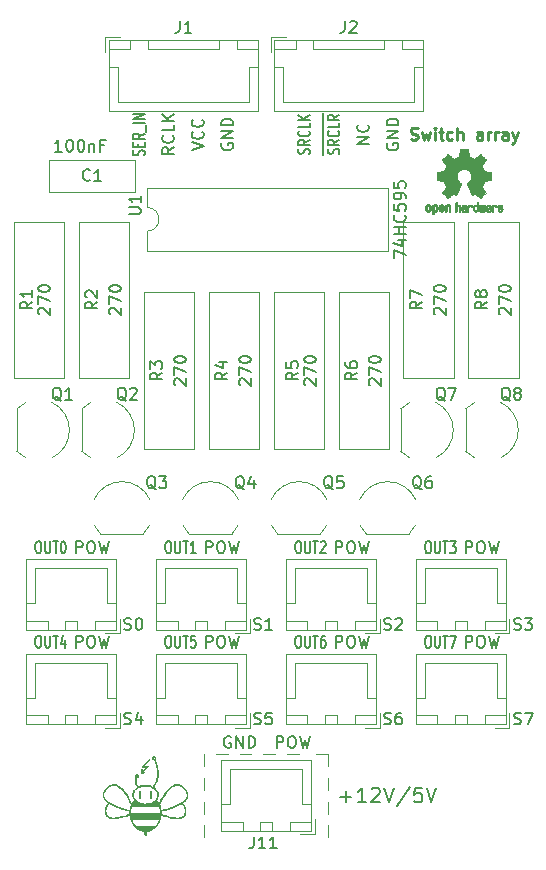
<source format=gbr>
G04 #@! TF.GenerationSoftware,KiCad,Pcbnew,5.1.6-c6e7f7d~87~ubuntu20.04.1*
G04 #@! TF.CreationDate,2020-08-21T15:46:46+01:00*
G04 #@! TF.ProjectId,8_switch_array,385f7377-6974-4636-985f-61727261792e,rev?*
G04 #@! TF.SameCoordinates,Original*
G04 #@! TF.FileFunction,Legend,Top*
G04 #@! TF.FilePolarity,Positive*
%FSLAX46Y46*%
G04 Gerber Fmt 4.6, Leading zero omitted, Abs format (unit mm)*
G04 Created by KiCad (PCBNEW 5.1.6-c6e7f7d~87~ubuntu20.04.1) date 2020-08-21 15:46:46*
%MOMM*%
%LPD*%
G01*
G04 APERTURE LIST*
%ADD10C,0.150000*%
%ADD11C,0.250000*%
%ADD12C,0.120000*%
%ADD13C,0.010000*%
G04 APERTURE END LIST*
D10*
X167738095Y-93404761D02*
X167880952Y-93452380D01*
X168119047Y-93452380D01*
X168214285Y-93404761D01*
X168261904Y-93357142D01*
X168309523Y-93261904D01*
X168309523Y-93166666D01*
X168261904Y-93071428D01*
X168214285Y-93023809D01*
X168119047Y-92976190D01*
X167928571Y-92928571D01*
X167833333Y-92880952D01*
X167785714Y-92833333D01*
X167738095Y-92738095D01*
X167738095Y-92642857D01*
X167785714Y-92547619D01*
X167833333Y-92500000D01*
X167928571Y-92452380D01*
X168166666Y-92452380D01*
X168309523Y-92500000D01*
X168642857Y-92452380D02*
X169309523Y-92452380D01*
X168880952Y-93452380D01*
X156738095Y-93404761D02*
X156880952Y-93452380D01*
X157119047Y-93452380D01*
X157214285Y-93404761D01*
X157261904Y-93357142D01*
X157309523Y-93261904D01*
X157309523Y-93166666D01*
X157261904Y-93071428D01*
X157214285Y-93023809D01*
X157119047Y-92976190D01*
X156928571Y-92928571D01*
X156833333Y-92880952D01*
X156785714Y-92833333D01*
X156738095Y-92738095D01*
X156738095Y-92642857D01*
X156785714Y-92547619D01*
X156833333Y-92500000D01*
X156928571Y-92452380D01*
X157166666Y-92452380D01*
X157309523Y-92500000D01*
X158166666Y-92452380D02*
X157976190Y-92452380D01*
X157880952Y-92500000D01*
X157833333Y-92547619D01*
X157738095Y-92690476D01*
X157690476Y-92880952D01*
X157690476Y-93261904D01*
X157738095Y-93357142D01*
X157785714Y-93404761D01*
X157880952Y-93452380D01*
X158071428Y-93452380D01*
X158166666Y-93404761D01*
X158214285Y-93357142D01*
X158261904Y-93261904D01*
X158261904Y-93023809D01*
X158214285Y-92928571D01*
X158166666Y-92880952D01*
X158071428Y-92833333D01*
X157880952Y-92833333D01*
X157785714Y-92880952D01*
X157738095Y-92928571D01*
X157690476Y-93023809D01*
X145738095Y-93404761D02*
X145880952Y-93452380D01*
X146119047Y-93452380D01*
X146214285Y-93404761D01*
X146261904Y-93357142D01*
X146309523Y-93261904D01*
X146309523Y-93166666D01*
X146261904Y-93071428D01*
X146214285Y-93023809D01*
X146119047Y-92976190D01*
X145928571Y-92928571D01*
X145833333Y-92880952D01*
X145785714Y-92833333D01*
X145738095Y-92738095D01*
X145738095Y-92642857D01*
X145785714Y-92547619D01*
X145833333Y-92500000D01*
X145928571Y-92452380D01*
X146166666Y-92452380D01*
X146309523Y-92500000D01*
X147214285Y-92452380D02*
X146738095Y-92452380D01*
X146690476Y-92928571D01*
X146738095Y-92880952D01*
X146833333Y-92833333D01*
X147071428Y-92833333D01*
X147166666Y-92880952D01*
X147214285Y-92928571D01*
X147261904Y-93023809D01*
X147261904Y-93261904D01*
X147214285Y-93357142D01*
X147166666Y-93404761D01*
X147071428Y-93452380D01*
X146833333Y-93452380D01*
X146738095Y-93404761D01*
X146690476Y-93357142D01*
X134738095Y-93404761D02*
X134880952Y-93452380D01*
X135119047Y-93452380D01*
X135214285Y-93404761D01*
X135261904Y-93357142D01*
X135309523Y-93261904D01*
X135309523Y-93166666D01*
X135261904Y-93071428D01*
X135214285Y-93023809D01*
X135119047Y-92976190D01*
X134928571Y-92928571D01*
X134833333Y-92880952D01*
X134785714Y-92833333D01*
X134738095Y-92738095D01*
X134738095Y-92642857D01*
X134785714Y-92547619D01*
X134833333Y-92500000D01*
X134928571Y-92452380D01*
X135166666Y-92452380D01*
X135309523Y-92500000D01*
X136166666Y-92785714D02*
X136166666Y-93452380D01*
X135928571Y-92404761D02*
X135690476Y-93119047D01*
X136309523Y-93119047D01*
X163642857Y-86952380D02*
X163642857Y-85952380D01*
X164023809Y-85952380D01*
X164119047Y-86000000D01*
X164166666Y-86047619D01*
X164214285Y-86142857D01*
X164214285Y-86285714D01*
X164166666Y-86380952D01*
X164119047Y-86428571D01*
X164023809Y-86476190D01*
X163642857Y-86476190D01*
X164833333Y-85952380D02*
X165023809Y-85952380D01*
X165119047Y-86000000D01*
X165214285Y-86095238D01*
X165261904Y-86285714D01*
X165261904Y-86619047D01*
X165214285Y-86809523D01*
X165119047Y-86904761D01*
X165023809Y-86952380D01*
X164833333Y-86952380D01*
X164738095Y-86904761D01*
X164642857Y-86809523D01*
X164595238Y-86619047D01*
X164595238Y-86285714D01*
X164642857Y-86095238D01*
X164738095Y-86000000D01*
X164833333Y-85952380D01*
X165595238Y-85952380D02*
X165833333Y-86952380D01*
X166023809Y-86238095D01*
X166214285Y-86952380D01*
X166452380Y-85952380D01*
X152642857Y-86952380D02*
X152642857Y-85952380D01*
X153023809Y-85952380D01*
X153119047Y-86000000D01*
X153166666Y-86047619D01*
X153214285Y-86142857D01*
X153214285Y-86285714D01*
X153166666Y-86380952D01*
X153119047Y-86428571D01*
X153023809Y-86476190D01*
X152642857Y-86476190D01*
X153833333Y-85952380D02*
X154023809Y-85952380D01*
X154119047Y-86000000D01*
X154214285Y-86095238D01*
X154261904Y-86285714D01*
X154261904Y-86619047D01*
X154214285Y-86809523D01*
X154119047Y-86904761D01*
X154023809Y-86952380D01*
X153833333Y-86952380D01*
X153738095Y-86904761D01*
X153642857Y-86809523D01*
X153595238Y-86619047D01*
X153595238Y-86285714D01*
X153642857Y-86095238D01*
X153738095Y-86000000D01*
X153833333Y-85952380D01*
X154595238Y-85952380D02*
X154833333Y-86952380D01*
X155023809Y-86238095D01*
X155214285Y-86952380D01*
X155452380Y-85952380D01*
X141642857Y-86952380D02*
X141642857Y-85952380D01*
X142023809Y-85952380D01*
X142119047Y-86000000D01*
X142166666Y-86047619D01*
X142214285Y-86142857D01*
X142214285Y-86285714D01*
X142166666Y-86380952D01*
X142119047Y-86428571D01*
X142023809Y-86476190D01*
X141642857Y-86476190D01*
X142833333Y-85952380D02*
X143023809Y-85952380D01*
X143119047Y-86000000D01*
X143214285Y-86095238D01*
X143261904Y-86285714D01*
X143261904Y-86619047D01*
X143214285Y-86809523D01*
X143119047Y-86904761D01*
X143023809Y-86952380D01*
X142833333Y-86952380D01*
X142738095Y-86904761D01*
X142642857Y-86809523D01*
X142595238Y-86619047D01*
X142595238Y-86285714D01*
X142642857Y-86095238D01*
X142738095Y-86000000D01*
X142833333Y-85952380D01*
X143595238Y-85952380D02*
X143833333Y-86952380D01*
X144023809Y-86238095D01*
X144214285Y-86952380D01*
X144452380Y-85952380D01*
X130642857Y-86952380D02*
X130642857Y-85952380D01*
X131023809Y-85952380D01*
X131119047Y-86000000D01*
X131166666Y-86047619D01*
X131214285Y-86142857D01*
X131214285Y-86285714D01*
X131166666Y-86380952D01*
X131119047Y-86428571D01*
X131023809Y-86476190D01*
X130642857Y-86476190D01*
X131833333Y-85952380D02*
X132023809Y-85952380D01*
X132119047Y-86000000D01*
X132214285Y-86095238D01*
X132261904Y-86285714D01*
X132261904Y-86619047D01*
X132214285Y-86809523D01*
X132119047Y-86904761D01*
X132023809Y-86952380D01*
X131833333Y-86952380D01*
X131738095Y-86904761D01*
X131642857Y-86809523D01*
X131595238Y-86619047D01*
X131595238Y-86285714D01*
X131642857Y-86095238D01*
X131738095Y-86000000D01*
X131833333Y-85952380D01*
X132595238Y-85952380D02*
X132833333Y-86952380D01*
X133023809Y-86238095D01*
X133214285Y-86952380D01*
X133452380Y-85952380D01*
X127392857Y-85952380D02*
X127535714Y-85952380D01*
X127607142Y-86000000D01*
X127678571Y-86095238D01*
X127714285Y-86285714D01*
X127714285Y-86619047D01*
X127678571Y-86809523D01*
X127607142Y-86904761D01*
X127535714Y-86952380D01*
X127392857Y-86952380D01*
X127321428Y-86904761D01*
X127250000Y-86809523D01*
X127214285Y-86619047D01*
X127214285Y-86285714D01*
X127250000Y-86095238D01*
X127321428Y-86000000D01*
X127392857Y-85952380D01*
X128035714Y-85952380D02*
X128035714Y-86761904D01*
X128071428Y-86857142D01*
X128107142Y-86904761D01*
X128178571Y-86952380D01*
X128321428Y-86952380D01*
X128392857Y-86904761D01*
X128428571Y-86857142D01*
X128464285Y-86761904D01*
X128464285Y-85952380D01*
X128714285Y-85952380D02*
X129142857Y-85952380D01*
X128928571Y-86952380D02*
X128928571Y-85952380D01*
X129714285Y-86285714D02*
X129714285Y-86952380D01*
X129535714Y-85904761D02*
X129357142Y-86619047D01*
X129821428Y-86619047D01*
X138392857Y-85952380D02*
X138535714Y-85952380D01*
X138607142Y-86000000D01*
X138678571Y-86095238D01*
X138714285Y-86285714D01*
X138714285Y-86619047D01*
X138678571Y-86809523D01*
X138607142Y-86904761D01*
X138535714Y-86952380D01*
X138392857Y-86952380D01*
X138321428Y-86904761D01*
X138250000Y-86809523D01*
X138214285Y-86619047D01*
X138214285Y-86285714D01*
X138250000Y-86095238D01*
X138321428Y-86000000D01*
X138392857Y-85952380D01*
X139035714Y-85952380D02*
X139035714Y-86761904D01*
X139071428Y-86857142D01*
X139107142Y-86904761D01*
X139178571Y-86952380D01*
X139321428Y-86952380D01*
X139392857Y-86904761D01*
X139428571Y-86857142D01*
X139464285Y-86761904D01*
X139464285Y-85952380D01*
X139714285Y-85952380D02*
X140142857Y-85952380D01*
X139928571Y-86952380D02*
X139928571Y-85952380D01*
X140750000Y-85952380D02*
X140392857Y-85952380D01*
X140357142Y-86428571D01*
X140392857Y-86380952D01*
X140464285Y-86333333D01*
X140642857Y-86333333D01*
X140714285Y-86380952D01*
X140750000Y-86428571D01*
X140785714Y-86523809D01*
X140785714Y-86761904D01*
X140750000Y-86857142D01*
X140714285Y-86904761D01*
X140642857Y-86952380D01*
X140464285Y-86952380D01*
X140392857Y-86904761D01*
X140357142Y-86857142D01*
X149392857Y-85952380D02*
X149535714Y-85952380D01*
X149607142Y-86000000D01*
X149678571Y-86095238D01*
X149714285Y-86285714D01*
X149714285Y-86619047D01*
X149678571Y-86809523D01*
X149607142Y-86904761D01*
X149535714Y-86952380D01*
X149392857Y-86952380D01*
X149321428Y-86904761D01*
X149250000Y-86809523D01*
X149214285Y-86619047D01*
X149214285Y-86285714D01*
X149250000Y-86095238D01*
X149321428Y-86000000D01*
X149392857Y-85952380D01*
X150035714Y-85952380D02*
X150035714Y-86761904D01*
X150071428Y-86857142D01*
X150107142Y-86904761D01*
X150178571Y-86952380D01*
X150321428Y-86952380D01*
X150392857Y-86904761D01*
X150428571Y-86857142D01*
X150464285Y-86761904D01*
X150464285Y-85952380D01*
X150714285Y-85952380D02*
X151142857Y-85952380D01*
X150928571Y-86952380D02*
X150928571Y-85952380D01*
X151714285Y-85952380D02*
X151571428Y-85952380D01*
X151500000Y-86000000D01*
X151464285Y-86047619D01*
X151392857Y-86190476D01*
X151357142Y-86380952D01*
X151357142Y-86761904D01*
X151392857Y-86857142D01*
X151428571Y-86904761D01*
X151500000Y-86952380D01*
X151642857Y-86952380D01*
X151714285Y-86904761D01*
X151750000Y-86857142D01*
X151785714Y-86761904D01*
X151785714Y-86523809D01*
X151750000Y-86428571D01*
X151714285Y-86380952D01*
X151642857Y-86333333D01*
X151500000Y-86333333D01*
X151428571Y-86380952D01*
X151392857Y-86428571D01*
X151357142Y-86523809D01*
X160392857Y-85952380D02*
X160535714Y-85952380D01*
X160607142Y-86000000D01*
X160678571Y-86095238D01*
X160714285Y-86285714D01*
X160714285Y-86619047D01*
X160678571Y-86809523D01*
X160607142Y-86904761D01*
X160535714Y-86952380D01*
X160392857Y-86952380D01*
X160321428Y-86904761D01*
X160250000Y-86809523D01*
X160214285Y-86619047D01*
X160214285Y-86285714D01*
X160250000Y-86095238D01*
X160321428Y-86000000D01*
X160392857Y-85952380D01*
X161035714Y-85952380D02*
X161035714Y-86761904D01*
X161071428Y-86857142D01*
X161107142Y-86904761D01*
X161178571Y-86952380D01*
X161321428Y-86952380D01*
X161392857Y-86904761D01*
X161428571Y-86857142D01*
X161464285Y-86761904D01*
X161464285Y-85952380D01*
X161714285Y-85952380D02*
X162142857Y-85952380D01*
X161928571Y-86952380D02*
X161928571Y-85952380D01*
X162321428Y-85952380D02*
X162821428Y-85952380D01*
X162500000Y-86952380D01*
X134738095Y-85404761D02*
X134880952Y-85452380D01*
X135119047Y-85452380D01*
X135214285Y-85404761D01*
X135261904Y-85357142D01*
X135309523Y-85261904D01*
X135309523Y-85166666D01*
X135261904Y-85071428D01*
X135214285Y-85023809D01*
X135119047Y-84976190D01*
X134928571Y-84928571D01*
X134833333Y-84880952D01*
X134785714Y-84833333D01*
X134738095Y-84738095D01*
X134738095Y-84642857D01*
X134785714Y-84547619D01*
X134833333Y-84500000D01*
X134928571Y-84452380D01*
X135166666Y-84452380D01*
X135309523Y-84500000D01*
X135928571Y-84452380D02*
X136023809Y-84452380D01*
X136119047Y-84500000D01*
X136166666Y-84547619D01*
X136214285Y-84642857D01*
X136261904Y-84833333D01*
X136261904Y-85071428D01*
X136214285Y-85261904D01*
X136166666Y-85357142D01*
X136119047Y-85404761D01*
X136023809Y-85452380D01*
X135928571Y-85452380D01*
X135833333Y-85404761D01*
X135785714Y-85357142D01*
X135738095Y-85261904D01*
X135690476Y-85071428D01*
X135690476Y-84833333D01*
X135738095Y-84642857D01*
X135785714Y-84547619D01*
X135833333Y-84500000D01*
X135928571Y-84452380D01*
X145738095Y-85404761D02*
X145880952Y-85452380D01*
X146119047Y-85452380D01*
X146214285Y-85404761D01*
X146261904Y-85357142D01*
X146309523Y-85261904D01*
X146309523Y-85166666D01*
X146261904Y-85071428D01*
X146214285Y-85023809D01*
X146119047Y-84976190D01*
X145928571Y-84928571D01*
X145833333Y-84880952D01*
X145785714Y-84833333D01*
X145738095Y-84738095D01*
X145738095Y-84642857D01*
X145785714Y-84547619D01*
X145833333Y-84500000D01*
X145928571Y-84452380D01*
X146166666Y-84452380D01*
X146309523Y-84500000D01*
X147261904Y-85452380D02*
X146690476Y-85452380D01*
X146976190Y-85452380D02*
X146976190Y-84452380D01*
X146880952Y-84595238D01*
X146785714Y-84690476D01*
X146690476Y-84738095D01*
X156738095Y-85404761D02*
X156880952Y-85452380D01*
X157119047Y-85452380D01*
X157214285Y-85404761D01*
X157261904Y-85357142D01*
X157309523Y-85261904D01*
X157309523Y-85166666D01*
X157261904Y-85071428D01*
X157214285Y-85023809D01*
X157119047Y-84976190D01*
X156928571Y-84928571D01*
X156833333Y-84880952D01*
X156785714Y-84833333D01*
X156738095Y-84738095D01*
X156738095Y-84642857D01*
X156785714Y-84547619D01*
X156833333Y-84500000D01*
X156928571Y-84452380D01*
X157166666Y-84452380D01*
X157309523Y-84500000D01*
X157690476Y-84547619D02*
X157738095Y-84500000D01*
X157833333Y-84452380D01*
X158071428Y-84452380D01*
X158166666Y-84500000D01*
X158214285Y-84547619D01*
X158261904Y-84642857D01*
X158261904Y-84738095D01*
X158214285Y-84880952D01*
X157642857Y-85452380D01*
X158261904Y-85452380D01*
X167738095Y-85404761D02*
X167880952Y-85452380D01*
X168119047Y-85452380D01*
X168214285Y-85404761D01*
X168261904Y-85357142D01*
X168309523Y-85261904D01*
X168309523Y-85166666D01*
X168261904Y-85071428D01*
X168214285Y-85023809D01*
X168119047Y-84976190D01*
X167928571Y-84928571D01*
X167833333Y-84880952D01*
X167785714Y-84833333D01*
X167738095Y-84738095D01*
X167738095Y-84642857D01*
X167785714Y-84547619D01*
X167833333Y-84500000D01*
X167928571Y-84452380D01*
X168166666Y-84452380D01*
X168309523Y-84500000D01*
X168642857Y-84452380D02*
X169261904Y-84452380D01*
X168928571Y-84833333D01*
X169071428Y-84833333D01*
X169166666Y-84880952D01*
X169214285Y-84928571D01*
X169261904Y-85023809D01*
X169261904Y-85261904D01*
X169214285Y-85357142D01*
X169166666Y-85404761D01*
X169071428Y-85452380D01*
X168785714Y-85452380D01*
X168690476Y-85404761D01*
X168642857Y-85357142D01*
X138952380Y-44595238D02*
X138476190Y-44928571D01*
X138952380Y-45166666D02*
X137952380Y-45166666D01*
X137952380Y-44785714D01*
X138000000Y-44690476D01*
X138047619Y-44642857D01*
X138142857Y-44595238D01*
X138285714Y-44595238D01*
X138380952Y-44642857D01*
X138428571Y-44690476D01*
X138476190Y-44785714D01*
X138476190Y-45166666D01*
X138857142Y-43595238D02*
X138904761Y-43642857D01*
X138952380Y-43785714D01*
X138952380Y-43880952D01*
X138904761Y-44023809D01*
X138809523Y-44119047D01*
X138714285Y-44166666D01*
X138523809Y-44214285D01*
X138380952Y-44214285D01*
X138190476Y-44166666D01*
X138095238Y-44119047D01*
X138000000Y-44023809D01*
X137952380Y-43880952D01*
X137952380Y-43785714D01*
X138000000Y-43642857D01*
X138047619Y-43595238D01*
X138952380Y-42690476D02*
X138952380Y-43166666D01*
X137952380Y-43166666D01*
X138952380Y-42357142D02*
X137952380Y-42357142D01*
X138952380Y-41785714D02*
X138380952Y-42214285D01*
X137952380Y-41785714D02*
X138523809Y-42357142D01*
X136404761Y-45285714D02*
X136452380Y-45178571D01*
X136452380Y-45000000D01*
X136404761Y-44928571D01*
X136357142Y-44892857D01*
X136261904Y-44857142D01*
X136166666Y-44857142D01*
X136071428Y-44892857D01*
X136023809Y-44928571D01*
X135976190Y-45000000D01*
X135928571Y-45142857D01*
X135880952Y-45214285D01*
X135833333Y-45250000D01*
X135738095Y-45285714D01*
X135642857Y-45285714D01*
X135547619Y-45250000D01*
X135500000Y-45214285D01*
X135452380Y-45142857D01*
X135452380Y-44964285D01*
X135500000Y-44857142D01*
X135928571Y-44535714D02*
X135928571Y-44285714D01*
X136452380Y-44178571D02*
X136452380Y-44535714D01*
X135452380Y-44535714D01*
X135452380Y-44178571D01*
X136452380Y-43428571D02*
X135976190Y-43678571D01*
X136452380Y-43857142D02*
X135452380Y-43857142D01*
X135452380Y-43571428D01*
X135500000Y-43500000D01*
X135547619Y-43464285D01*
X135642857Y-43428571D01*
X135785714Y-43428571D01*
X135880952Y-43464285D01*
X135928571Y-43500000D01*
X135976190Y-43571428D01*
X135976190Y-43857142D01*
X136547619Y-43285714D02*
X136547619Y-42714285D01*
X136452380Y-42535714D02*
X135452380Y-42535714D01*
X136452380Y-42178571D02*
X135452380Y-42178571D01*
X136452380Y-41750000D01*
X135452380Y-41750000D01*
X140452380Y-44833333D02*
X141452380Y-44500000D01*
X140452380Y-44166666D01*
X141357142Y-43261904D02*
X141404761Y-43309523D01*
X141452380Y-43452380D01*
X141452380Y-43547619D01*
X141404761Y-43690476D01*
X141309523Y-43785714D01*
X141214285Y-43833333D01*
X141023809Y-43880952D01*
X140880952Y-43880952D01*
X140690476Y-43833333D01*
X140595238Y-43785714D01*
X140500000Y-43690476D01*
X140452380Y-43547619D01*
X140452380Y-43452380D01*
X140500000Y-43309523D01*
X140547619Y-43261904D01*
X141357142Y-42261904D02*
X141404761Y-42309523D01*
X141452380Y-42452380D01*
X141452380Y-42547619D01*
X141404761Y-42690476D01*
X141309523Y-42785714D01*
X141214285Y-42833333D01*
X141023809Y-42880952D01*
X140880952Y-42880952D01*
X140690476Y-42833333D01*
X140595238Y-42785714D01*
X140500000Y-42690476D01*
X140452380Y-42547619D01*
X140452380Y-42452380D01*
X140500000Y-42309523D01*
X140547619Y-42261904D01*
X143000000Y-44261904D02*
X142952380Y-44357142D01*
X142952380Y-44500000D01*
X143000000Y-44642857D01*
X143095238Y-44738095D01*
X143190476Y-44785714D01*
X143380952Y-44833333D01*
X143523809Y-44833333D01*
X143714285Y-44785714D01*
X143809523Y-44738095D01*
X143904761Y-44642857D01*
X143952380Y-44500000D01*
X143952380Y-44404761D01*
X143904761Y-44261904D01*
X143857142Y-44214285D01*
X143523809Y-44214285D01*
X143523809Y-44404761D01*
X143952380Y-43785714D02*
X142952380Y-43785714D01*
X143952380Y-43214285D01*
X142952380Y-43214285D01*
X143952380Y-42738095D02*
X142952380Y-42738095D01*
X142952380Y-42500000D01*
X143000000Y-42357142D01*
X143095238Y-42261904D01*
X143190476Y-42214285D01*
X143380952Y-42166666D01*
X143523809Y-42166666D01*
X143714285Y-42214285D01*
X143809523Y-42261904D01*
X143904761Y-42357142D01*
X143952380Y-42500000D01*
X143952380Y-42738095D01*
X150404761Y-45142857D02*
X150452380Y-45035714D01*
X150452380Y-44857142D01*
X150404761Y-44785714D01*
X150357142Y-44750000D01*
X150261904Y-44714285D01*
X150166666Y-44714285D01*
X150071428Y-44750000D01*
X150023809Y-44785714D01*
X149976190Y-44857142D01*
X149928571Y-45000000D01*
X149880952Y-45071428D01*
X149833333Y-45107142D01*
X149738095Y-45142857D01*
X149642857Y-45142857D01*
X149547619Y-45107142D01*
X149500000Y-45071428D01*
X149452380Y-45000000D01*
X149452380Y-44821428D01*
X149500000Y-44714285D01*
X150452380Y-43964285D02*
X149976190Y-44214285D01*
X150452380Y-44392857D02*
X149452380Y-44392857D01*
X149452380Y-44107142D01*
X149500000Y-44035714D01*
X149547619Y-44000000D01*
X149642857Y-43964285D01*
X149785714Y-43964285D01*
X149880952Y-44000000D01*
X149928571Y-44035714D01*
X149976190Y-44107142D01*
X149976190Y-44392857D01*
X150357142Y-43214285D02*
X150404761Y-43250000D01*
X150452380Y-43357142D01*
X150452380Y-43428571D01*
X150404761Y-43535714D01*
X150309523Y-43607142D01*
X150214285Y-43642857D01*
X150023809Y-43678571D01*
X149880952Y-43678571D01*
X149690476Y-43642857D01*
X149595238Y-43607142D01*
X149500000Y-43535714D01*
X149452380Y-43428571D01*
X149452380Y-43357142D01*
X149500000Y-43250000D01*
X149547619Y-43214285D01*
X150452380Y-42535714D02*
X150452380Y-42892857D01*
X149452380Y-42892857D01*
X150452380Y-42285714D02*
X149452380Y-42285714D01*
X150452380Y-41857142D02*
X149880952Y-42178571D01*
X149452380Y-41857142D02*
X150023809Y-42285714D01*
X155452380Y-44285714D02*
X154452380Y-44285714D01*
X155452380Y-43714285D01*
X154452380Y-43714285D01*
X155357142Y-42666666D02*
X155404761Y-42714285D01*
X155452380Y-42857142D01*
X155452380Y-42952380D01*
X155404761Y-43095238D01*
X155309523Y-43190476D01*
X155214285Y-43238095D01*
X155023809Y-43285714D01*
X154880952Y-43285714D01*
X154690476Y-43238095D01*
X154595238Y-43190476D01*
X154500000Y-43095238D01*
X154452380Y-42952380D01*
X154452380Y-42857142D01*
X154500000Y-42714285D01*
X154547619Y-42666666D01*
X157000000Y-44261904D02*
X156952380Y-44357142D01*
X156952380Y-44500000D01*
X157000000Y-44642857D01*
X157095238Y-44738095D01*
X157190476Y-44785714D01*
X157380952Y-44833333D01*
X157523809Y-44833333D01*
X157714285Y-44785714D01*
X157809523Y-44738095D01*
X157904761Y-44642857D01*
X157952380Y-44500000D01*
X157952380Y-44404761D01*
X157904761Y-44261904D01*
X157857142Y-44214285D01*
X157523809Y-44214285D01*
X157523809Y-44404761D01*
X157952380Y-43785714D02*
X156952380Y-43785714D01*
X157952380Y-43214285D01*
X156952380Y-43214285D01*
X157952380Y-42738095D02*
X156952380Y-42738095D01*
X156952380Y-42500000D01*
X157000000Y-42357142D01*
X157095238Y-42261904D01*
X157190476Y-42214285D01*
X157380952Y-42166666D01*
X157523809Y-42166666D01*
X157714285Y-42214285D01*
X157809523Y-42261904D01*
X157904761Y-42357142D01*
X157952380Y-42500000D01*
X157952380Y-42738095D01*
X151585000Y-45285714D02*
X151585000Y-44571428D01*
X152904761Y-45142857D02*
X152952380Y-45035714D01*
X152952380Y-44857142D01*
X152904761Y-44785714D01*
X152857142Y-44750000D01*
X152761904Y-44714285D01*
X152666666Y-44714285D01*
X152571428Y-44750000D01*
X152523809Y-44785714D01*
X152476190Y-44857142D01*
X152428571Y-45000000D01*
X152380952Y-45071428D01*
X152333333Y-45107142D01*
X152238095Y-45142857D01*
X152142857Y-45142857D01*
X152047619Y-45107142D01*
X152000000Y-45071428D01*
X151952380Y-45000000D01*
X151952380Y-44821428D01*
X152000000Y-44714285D01*
X151585000Y-44571428D02*
X151585000Y-43821428D01*
X152952380Y-43964285D02*
X152476190Y-44214285D01*
X152952380Y-44392857D02*
X151952380Y-44392857D01*
X151952380Y-44107142D01*
X152000000Y-44035714D01*
X152047619Y-44000000D01*
X152142857Y-43964285D01*
X152285714Y-43964285D01*
X152380952Y-44000000D01*
X152428571Y-44035714D01*
X152476190Y-44107142D01*
X152476190Y-44392857D01*
X151585000Y-43821428D02*
X151585000Y-43071428D01*
X152857142Y-43214285D02*
X152904761Y-43250000D01*
X152952380Y-43357142D01*
X152952380Y-43428571D01*
X152904761Y-43535714D01*
X152809523Y-43607142D01*
X152714285Y-43642857D01*
X152523809Y-43678571D01*
X152380952Y-43678571D01*
X152190476Y-43642857D01*
X152095238Y-43607142D01*
X152000000Y-43535714D01*
X151952380Y-43428571D01*
X151952380Y-43357142D01*
X152000000Y-43250000D01*
X152047619Y-43214285D01*
X151585000Y-43071428D02*
X151585000Y-42464285D01*
X152952380Y-42535714D02*
X152952380Y-42892857D01*
X151952380Y-42892857D01*
X151585000Y-42464285D02*
X151585000Y-41714285D01*
X152952380Y-41857142D02*
X152476190Y-42107142D01*
X152952380Y-42285714D02*
X151952380Y-42285714D01*
X151952380Y-42000000D01*
X152000000Y-41928571D01*
X152047619Y-41892857D01*
X152142857Y-41857142D01*
X152285714Y-41857142D01*
X152380952Y-41892857D01*
X152428571Y-41928571D01*
X152476190Y-42000000D01*
X152476190Y-42285714D01*
D11*
X159000000Y-43904761D02*
X159142857Y-43952380D01*
X159380952Y-43952380D01*
X159476190Y-43904761D01*
X159523809Y-43857142D01*
X159571428Y-43761904D01*
X159571428Y-43666666D01*
X159523809Y-43571428D01*
X159476190Y-43523809D01*
X159380952Y-43476190D01*
X159190476Y-43428571D01*
X159095238Y-43380952D01*
X159047619Y-43333333D01*
X159000000Y-43238095D01*
X159000000Y-43142857D01*
X159047619Y-43047619D01*
X159095238Y-43000000D01*
X159190476Y-42952380D01*
X159428571Y-42952380D01*
X159571428Y-43000000D01*
X159904761Y-43285714D02*
X160095238Y-43952380D01*
X160285714Y-43476190D01*
X160476190Y-43952380D01*
X160666666Y-43285714D01*
X161047619Y-43952380D02*
X161047619Y-43285714D01*
X161047619Y-42952380D02*
X161000000Y-43000000D01*
X161047619Y-43047619D01*
X161095238Y-43000000D01*
X161047619Y-42952380D01*
X161047619Y-43047619D01*
X161380952Y-43285714D02*
X161761904Y-43285714D01*
X161523809Y-42952380D02*
X161523809Y-43809523D01*
X161571428Y-43904761D01*
X161666666Y-43952380D01*
X161761904Y-43952380D01*
X162523809Y-43904761D02*
X162428571Y-43952380D01*
X162238095Y-43952380D01*
X162142857Y-43904761D01*
X162095238Y-43857142D01*
X162047619Y-43761904D01*
X162047619Y-43476190D01*
X162095238Y-43380952D01*
X162142857Y-43333333D01*
X162238095Y-43285714D01*
X162428571Y-43285714D01*
X162523809Y-43333333D01*
X162952380Y-43952380D02*
X162952380Y-42952380D01*
X163380952Y-43952380D02*
X163380952Y-43428571D01*
X163333333Y-43333333D01*
X163238095Y-43285714D01*
X163095238Y-43285714D01*
X163000000Y-43333333D01*
X162952380Y-43380952D01*
X165047619Y-43952380D02*
X165047619Y-43428571D01*
X165000000Y-43333333D01*
X164904761Y-43285714D01*
X164714285Y-43285714D01*
X164619047Y-43333333D01*
X165047619Y-43904761D02*
X164952380Y-43952380D01*
X164714285Y-43952380D01*
X164619047Y-43904761D01*
X164571428Y-43809523D01*
X164571428Y-43714285D01*
X164619047Y-43619047D01*
X164714285Y-43571428D01*
X164952380Y-43571428D01*
X165047619Y-43523809D01*
X165523809Y-43952380D02*
X165523809Y-43285714D01*
X165523809Y-43476190D02*
X165571428Y-43380952D01*
X165619047Y-43333333D01*
X165714285Y-43285714D01*
X165809523Y-43285714D01*
X166142857Y-43952380D02*
X166142857Y-43285714D01*
X166142857Y-43476190D02*
X166190476Y-43380952D01*
X166238095Y-43333333D01*
X166333333Y-43285714D01*
X166428571Y-43285714D01*
X167190476Y-43952380D02*
X167190476Y-43428571D01*
X167142857Y-43333333D01*
X167047619Y-43285714D01*
X166857142Y-43285714D01*
X166761904Y-43333333D01*
X167190476Y-43904761D02*
X167095238Y-43952380D01*
X166857142Y-43952380D01*
X166761904Y-43904761D01*
X166714285Y-43809523D01*
X166714285Y-43714285D01*
X166761904Y-43619047D01*
X166857142Y-43571428D01*
X167095238Y-43571428D01*
X167190476Y-43523809D01*
X167571428Y-43285714D02*
X167809523Y-43952380D01*
X168047619Y-43285714D02*
X167809523Y-43952380D01*
X167714285Y-44190476D01*
X167666666Y-44238095D01*
X167571428Y-44285714D01*
D10*
X143738095Y-94500000D02*
X143642857Y-94452380D01*
X143500000Y-94452380D01*
X143357142Y-94500000D01*
X143261904Y-94595238D01*
X143214285Y-94690476D01*
X143166666Y-94880952D01*
X143166666Y-95023809D01*
X143214285Y-95214285D01*
X143261904Y-95309523D01*
X143357142Y-95404761D01*
X143500000Y-95452380D01*
X143595238Y-95452380D01*
X143738095Y-95404761D01*
X143785714Y-95357142D01*
X143785714Y-95023809D01*
X143595238Y-95023809D01*
X144214285Y-95452380D02*
X144214285Y-94452380D01*
X144785714Y-95452380D01*
X144785714Y-94452380D01*
X145261904Y-95452380D02*
X145261904Y-94452380D01*
X145500000Y-94452380D01*
X145642857Y-94500000D01*
X145738095Y-94595238D01*
X145785714Y-94690476D01*
X145833333Y-94880952D01*
X145833333Y-95023809D01*
X145785714Y-95214285D01*
X145738095Y-95309523D01*
X145642857Y-95404761D01*
X145500000Y-95452380D01*
X145261904Y-95452380D01*
X147642857Y-95452380D02*
X147642857Y-94452380D01*
X148023809Y-94452380D01*
X148119047Y-94500000D01*
X148166666Y-94547619D01*
X148214285Y-94642857D01*
X148214285Y-94785714D01*
X148166666Y-94880952D01*
X148119047Y-94928571D01*
X148023809Y-94976190D01*
X147642857Y-94976190D01*
X148833333Y-94452380D02*
X149023809Y-94452380D01*
X149119047Y-94500000D01*
X149214285Y-94595238D01*
X149261904Y-94785714D01*
X149261904Y-95119047D01*
X149214285Y-95309523D01*
X149119047Y-95404761D01*
X149023809Y-95452380D01*
X148833333Y-95452380D01*
X148738095Y-95404761D01*
X148642857Y-95309523D01*
X148595238Y-95119047D01*
X148595238Y-94785714D01*
X148642857Y-94595238D01*
X148738095Y-94500000D01*
X148833333Y-94452380D01*
X149595238Y-94452380D02*
X149833333Y-95452380D01*
X150023809Y-94738095D01*
X150214285Y-95452380D01*
X150452380Y-94452380D01*
X153011904Y-99589285D02*
X153964285Y-99589285D01*
X153488095Y-100065476D02*
X153488095Y-99113095D01*
X155214285Y-100065476D02*
X154500000Y-100065476D01*
X154857142Y-100065476D02*
X154857142Y-98815476D01*
X154738095Y-98994047D01*
X154619047Y-99113095D01*
X154500000Y-99172619D01*
X155690476Y-98934523D02*
X155750000Y-98875000D01*
X155869047Y-98815476D01*
X156166666Y-98815476D01*
X156285714Y-98875000D01*
X156345238Y-98934523D01*
X156404761Y-99053571D01*
X156404761Y-99172619D01*
X156345238Y-99351190D01*
X155630952Y-100065476D01*
X156404761Y-100065476D01*
X156761904Y-98815476D02*
X157178571Y-100065476D01*
X157595238Y-98815476D01*
X158904761Y-98755952D02*
X157833333Y-100363095D01*
X159916666Y-98815476D02*
X159321428Y-98815476D01*
X159261904Y-99410714D01*
X159321428Y-99351190D01*
X159440476Y-99291666D01*
X159738095Y-99291666D01*
X159857142Y-99351190D01*
X159916666Y-99410714D01*
X159976190Y-99529761D01*
X159976190Y-99827380D01*
X159916666Y-99946428D01*
X159857142Y-100005952D01*
X159738095Y-100065476D01*
X159440476Y-100065476D01*
X159321428Y-100005952D01*
X159261904Y-99946428D01*
X160333333Y-98815476D02*
X160750000Y-100065476D01*
X161166666Y-98815476D01*
D12*
X141500000Y-103000000D02*
X141500000Y-102000000D01*
X141500000Y-101000000D02*
X141500000Y-100000000D01*
X141500000Y-99000000D02*
X141500000Y-98000000D01*
X141500000Y-97000000D02*
X141500000Y-96000000D01*
X149500000Y-96000000D02*
X148500000Y-96000000D01*
X147500000Y-96000000D02*
X146500000Y-96000000D01*
X145500000Y-96000000D02*
X144500000Y-96000000D01*
X143500000Y-96000000D02*
X142500000Y-96000000D01*
X152000000Y-103000000D02*
X152000000Y-102000000D01*
X152000000Y-101000000D02*
X152000000Y-100000000D01*
X152000000Y-99000000D02*
X152000000Y-98000000D01*
X152000000Y-97000000D02*
X152000000Y-96000000D01*
X152000000Y-96000000D02*
X151000000Y-96000000D01*
D10*
X163642857Y-78952380D02*
X163642857Y-77952380D01*
X164023809Y-77952380D01*
X164119047Y-78000000D01*
X164166666Y-78047619D01*
X164214285Y-78142857D01*
X164214285Y-78285714D01*
X164166666Y-78380952D01*
X164119047Y-78428571D01*
X164023809Y-78476190D01*
X163642857Y-78476190D01*
X164833333Y-77952380D02*
X165023809Y-77952380D01*
X165119047Y-78000000D01*
X165214285Y-78095238D01*
X165261904Y-78285714D01*
X165261904Y-78619047D01*
X165214285Y-78809523D01*
X165119047Y-78904761D01*
X165023809Y-78952380D01*
X164833333Y-78952380D01*
X164738095Y-78904761D01*
X164642857Y-78809523D01*
X164595238Y-78619047D01*
X164595238Y-78285714D01*
X164642857Y-78095238D01*
X164738095Y-78000000D01*
X164833333Y-77952380D01*
X165595238Y-77952380D02*
X165833333Y-78952380D01*
X166023809Y-78238095D01*
X166214285Y-78952380D01*
X166452380Y-77952380D01*
X152642857Y-78952380D02*
X152642857Y-77952380D01*
X153023809Y-77952380D01*
X153119047Y-78000000D01*
X153166666Y-78047619D01*
X153214285Y-78142857D01*
X153214285Y-78285714D01*
X153166666Y-78380952D01*
X153119047Y-78428571D01*
X153023809Y-78476190D01*
X152642857Y-78476190D01*
X153833333Y-77952380D02*
X154023809Y-77952380D01*
X154119047Y-78000000D01*
X154214285Y-78095238D01*
X154261904Y-78285714D01*
X154261904Y-78619047D01*
X154214285Y-78809523D01*
X154119047Y-78904761D01*
X154023809Y-78952380D01*
X153833333Y-78952380D01*
X153738095Y-78904761D01*
X153642857Y-78809523D01*
X153595238Y-78619047D01*
X153595238Y-78285714D01*
X153642857Y-78095238D01*
X153738095Y-78000000D01*
X153833333Y-77952380D01*
X154595238Y-77952380D02*
X154833333Y-78952380D01*
X155023809Y-78238095D01*
X155214285Y-78952380D01*
X155452380Y-77952380D01*
X141642857Y-78952380D02*
X141642857Y-77952380D01*
X142023809Y-77952380D01*
X142119047Y-78000000D01*
X142166666Y-78047619D01*
X142214285Y-78142857D01*
X142214285Y-78285714D01*
X142166666Y-78380952D01*
X142119047Y-78428571D01*
X142023809Y-78476190D01*
X141642857Y-78476190D01*
X142833333Y-77952380D02*
X143023809Y-77952380D01*
X143119047Y-78000000D01*
X143214285Y-78095238D01*
X143261904Y-78285714D01*
X143261904Y-78619047D01*
X143214285Y-78809523D01*
X143119047Y-78904761D01*
X143023809Y-78952380D01*
X142833333Y-78952380D01*
X142738095Y-78904761D01*
X142642857Y-78809523D01*
X142595238Y-78619047D01*
X142595238Y-78285714D01*
X142642857Y-78095238D01*
X142738095Y-78000000D01*
X142833333Y-77952380D01*
X143595238Y-77952380D02*
X143833333Y-78952380D01*
X144023809Y-78238095D01*
X144214285Y-78952380D01*
X144452380Y-77952380D01*
X130642857Y-78952380D02*
X130642857Y-77952380D01*
X131023809Y-77952380D01*
X131119047Y-78000000D01*
X131166666Y-78047619D01*
X131214285Y-78142857D01*
X131214285Y-78285714D01*
X131166666Y-78380952D01*
X131119047Y-78428571D01*
X131023809Y-78476190D01*
X130642857Y-78476190D01*
X131833333Y-77952380D02*
X132023809Y-77952380D01*
X132119047Y-78000000D01*
X132214285Y-78095238D01*
X132261904Y-78285714D01*
X132261904Y-78619047D01*
X132214285Y-78809523D01*
X132119047Y-78904761D01*
X132023809Y-78952380D01*
X131833333Y-78952380D01*
X131738095Y-78904761D01*
X131642857Y-78809523D01*
X131595238Y-78619047D01*
X131595238Y-78285714D01*
X131642857Y-78095238D01*
X131738095Y-78000000D01*
X131833333Y-77952380D01*
X132595238Y-77952380D02*
X132833333Y-78952380D01*
X133023809Y-78238095D01*
X133214285Y-78952380D01*
X133452380Y-77952380D01*
X127392857Y-77952380D02*
X127535714Y-77952380D01*
X127607142Y-78000000D01*
X127678571Y-78095238D01*
X127714285Y-78285714D01*
X127714285Y-78619047D01*
X127678571Y-78809523D01*
X127607142Y-78904761D01*
X127535714Y-78952380D01*
X127392857Y-78952380D01*
X127321428Y-78904761D01*
X127250000Y-78809523D01*
X127214285Y-78619047D01*
X127214285Y-78285714D01*
X127250000Y-78095238D01*
X127321428Y-78000000D01*
X127392857Y-77952380D01*
X128035714Y-77952380D02*
X128035714Y-78761904D01*
X128071428Y-78857142D01*
X128107142Y-78904761D01*
X128178571Y-78952380D01*
X128321428Y-78952380D01*
X128392857Y-78904761D01*
X128428571Y-78857142D01*
X128464285Y-78761904D01*
X128464285Y-77952380D01*
X128714285Y-77952380D02*
X129142857Y-77952380D01*
X128928571Y-78952380D02*
X128928571Y-77952380D01*
X129535714Y-77952380D02*
X129607142Y-77952380D01*
X129678571Y-78000000D01*
X129714285Y-78047619D01*
X129750000Y-78142857D01*
X129785714Y-78333333D01*
X129785714Y-78571428D01*
X129750000Y-78761904D01*
X129714285Y-78857142D01*
X129678571Y-78904761D01*
X129607142Y-78952380D01*
X129535714Y-78952380D01*
X129464285Y-78904761D01*
X129428571Y-78857142D01*
X129392857Y-78761904D01*
X129357142Y-78571428D01*
X129357142Y-78333333D01*
X129392857Y-78142857D01*
X129428571Y-78047619D01*
X129464285Y-78000000D01*
X129535714Y-77952380D01*
X138392857Y-77952380D02*
X138535714Y-77952380D01*
X138607142Y-78000000D01*
X138678571Y-78095238D01*
X138714285Y-78285714D01*
X138714285Y-78619047D01*
X138678571Y-78809523D01*
X138607142Y-78904761D01*
X138535714Y-78952380D01*
X138392857Y-78952380D01*
X138321428Y-78904761D01*
X138250000Y-78809523D01*
X138214285Y-78619047D01*
X138214285Y-78285714D01*
X138250000Y-78095238D01*
X138321428Y-78000000D01*
X138392857Y-77952380D01*
X139035714Y-77952380D02*
X139035714Y-78761904D01*
X139071428Y-78857142D01*
X139107142Y-78904761D01*
X139178571Y-78952380D01*
X139321428Y-78952380D01*
X139392857Y-78904761D01*
X139428571Y-78857142D01*
X139464285Y-78761904D01*
X139464285Y-77952380D01*
X139714285Y-77952380D02*
X140142857Y-77952380D01*
X139928571Y-78952380D02*
X139928571Y-77952380D01*
X140785714Y-78952380D02*
X140357142Y-78952380D01*
X140571428Y-78952380D02*
X140571428Y-77952380D01*
X140500000Y-78095238D01*
X140428571Y-78190476D01*
X140357142Y-78238095D01*
X149392857Y-77952380D02*
X149535714Y-77952380D01*
X149607142Y-78000000D01*
X149678571Y-78095238D01*
X149714285Y-78285714D01*
X149714285Y-78619047D01*
X149678571Y-78809523D01*
X149607142Y-78904761D01*
X149535714Y-78952380D01*
X149392857Y-78952380D01*
X149321428Y-78904761D01*
X149250000Y-78809523D01*
X149214285Y-78619047D01*
X149214285Y-78285714D01*
X149250000Y-78095238D01*
X149321428Y-78000000D01*
X149392857Y-77952380D01*
X150035714Y-77952380D02*
X150035714Y-78761904D01*
X150071428Y-78857142D01*
X150107142Y-78904761D01*
X150178571Y-78952380D01*
X150321428Y-78952380D01*
X150392857Y-78904761D01*
X150428571Y-78857142D01*
X150464285Y-78761904D01*
X150464285Y-77952380D01*
X150714285Y-77952380D02*
X151142857Y-77952380D01*
X150928571Y-78952380D02*
X150928571Y-77952380D01*
X151357142Y-78047619D02*
X151392857Y-78000000D01*
X151464285Y-77952380D01*
X151642857Y-77952380D01*
X151714285Y-78000000D01*
X151750000Y-78047619D01*
X151785714Y-78142857D01*
X151785714Y-78238095D01*
X151750000Y-78380952D01*
X151321428Y-78952380D01*
X151785714Y-78952380D01*
X160392857Y-77952380D02*
X160535714Y-77952380D01*
X160607142Y-78000000D01*
X160678571Y-78095238D01*
X160714285Y-78285714D01*
X160714285Y-78619047D01*
X160678571Y-78809523D01*
X160607142Y-78904761D01*
X160535714Y-78952380D01*
X160392857Y-78952380D01*
X160321428Y-78904761D01*
X160250000Y-78809523D01*
X160214285Y-78619047D01*
X160214285Y-78285714D01*
X160250000Y-78095238D01*
X160321428Y-78000000D01*
X160392857Y-77952380D01*
X161035714Y-77952380D02*
X161035714Y-78761904D01*
X161071428Y-78857142D01*
X161107142Y-78904761D01*
X161178571Y-78952380D01*
X161321428Y-78952380D01*
X161392857Y-78904761D01*
X161428571Y-78857142D01*
X161464285Y-78761904D01*
X161464285Y-77952380D01*
X161714285Y-77952380D02*
X162142857Y-77952380D01*
X161928571Y-78952380D02*
X161928571Y-77952380D01*
X162321428Y-77952380D02*
X162785714Y-77952380D01*
X162535714Y-78333333D01*
X162642857Y-78333333D01*
X162714285Y-78380952D01*
X162750000Y-78428571D01*
X162785714Y-78523809D01*
X162785714Y-78761904D01*
X162750000Y-78857142D01*
X162714285Y-78904761D01*
X162642857Y-78952380D01*
X162428571Y-78952380D01*
X162357142Y-78904761D01*
X162321428Y-78857142D01*
D12*
X136670000Y-48040000D02*
X136670000Y-49690000D01*
X157110000Y-48040000D02*
X136670000Y-48040000D01*
X157110000Y-53340000D02*
X157110000Y-48040000D01*
X136670000Y-53340000D02*
X157110000Y-53340000D01*
X136670000Y-51690000D02*
X136670000Y-53340000D01*
X136670000Y-49690000D02*
G75*
G02*
X136670000Y-51690000I0J-1000000D01*
G01*
D13*
G36*
X137281124Y-96161728D02*
G01*
X137320066Y-96187377D01*
X137350866Y-96222650D01*
X137362381Y-96246443D01*
X137369381Y-96296169D01*
X137360040Y-96344164D01*
X137336291Y-96382547D01*
X137326963Y-96390772D01*
X137300557Y-96410690D01*
X137360848Y-96538141D01*
X137442059Y-96734093D01*
X137503933Y-96938313D01*
X137546800Y-97152394D01*
X137570993Y-97377926D01*
X137577124Y-97577682D01*
X137573712Y-97724672D01*
X137563437Y-97854827D01*
X137545563Y-97973574D01*
X137519354Y-98086342D01*
X137498815Y-98154955D01*
X137468368Y-98236987D01*
X137426952Y-98330997D01*
X137377686Y-98430665D01*
X137323684Y-98529672D01*
X137270857Y-98617323D01*
X137241321Y-98663729D01*
X137216056Y-98703479D01*
X137197810Y-98732246D01*
X137189434Y-98745534D01*
X137194321Y-98757729D01*
X137214538Y-98777895D01*
X137245386Y-98801472D01*
X137310309Y-98852845D01*
X137376016Y-98916479D01*
X137437047Y-98986221D01*
X137487937Y-99055915D01*
X137518545Y-99109279D01*
X137553095Y-99189128D01*
X137574433Y-99261905D01*
X137584874Y-99337629D01*
X137586945Y-99405066D01*
X137576086Y-99520467D01*
X137545188Y-99632328D01*
X137495987Y-99735343D01*
X137462750Y-99784984D01*
X137435175Y-99821741D01*
X137496225Y-99902894D01*
X137532255Y-99954242D01*
X137570613Y-100014339D01*
X137603634Y-100071117D01*
X137606810Y-100077014D01*
X137656345Y-100169982D01*
X137769255Y-99941786D01*
X137879742Y-99726784D01*
X137988243Y-99532834D01*
X138095982Y-99358121D01*
X138204185Y-99200830D01*
X138314075Y-99059147D01*
X138426878Y-98931257D01*
X138504467Y-98852605D01*
X138628950Y-98741502D01*
X138750200Y-98652962D01*
X138869160Y-98586836D01*
X138986770Y-98542977D01*
X139103972Y-98521236D01*
X139221707Y-98521466D01*
X139340917Y-98543519D01*
X139462542Y-98587246D01*
X139587524Y-98652499D01*
X139625835Y-98676265D01*
X139738046Y-98758565D01*
X139836093Y-98851205D01*
X139919199Y-98952068D01*
X139986591Y-99059035D01*
X140037492Y-99169990D01*
X140071127Y-99282815D01*
X140086721Y-99395393D01*
X140083499Y-99505605D01*
X140060685Y-99611335D01*
X140017504Y-99710464D01*
X140009522Y-99724138D01*
X139967783Y-99782863D01*
X139910567Y-99848425D01*
X139842435Y-99916194D01*
X139767951Y-99981537D01*
X139715409Y-100022663D01*
X139676019Y-100051978D01*
X139644162Y-100075822D01*
X139623999Y-100091072D01*
X139619139Y-100094895D01*
X139625036Y-100103996D01*
X139644107Y-100125315D01*
X139672877Y-100155066D01*
X139689509Y-100171619D01*
X139757910Y-100253170D01*
X139816458Y-100351565D01*
X139863304Y-100461991D01*
X139896598Y-100579634D01*
X139914493Y-100699678D01*
X139917102Y-100764228D01*
X139908130Y-100881577D01*
X139882350Y-100992330D01*
X139841250Y-101093721D01*
X139786317Y-101182986D01*
X139719038Y-101257360D01*
X139640903Y-101314077D01*
X139613719Y-101328107D01*
X139509087Y-101365839D01*
X139386866Y-101389603D01*
X139247784Y-101399491D01*
X139092566Y-101395596D01*
X138921940Y-101378011D01*
X138736633Y-101346829D01*
X138537372Y-101302142D01*
X138324883Y-101244044D01*
X138099893Y-101172626D01*
X137930663Y-101113046D01*
X137820008Y-101072564D01*
X137795866Y-101218578D01*
X137753030Y-101413354D01*
X137690764Y-101595947D01*
X137608640Y-101767293D01*
X137506231Y-101928329D01*
X137423258Y-102034228D01*
X137314822Y-102147279D01*
X137193857Y-102246765D01*
X137063822Y-102330581D01*
X136928175Y-102396622D01*
X136790374Y-102442784D01*
X136729531Y-102456334D01*
X136689546Y-102463931D01*
X136658226Y-102470106D01*
X136643514Y-102473255D01*
X136635688Y-102484969D01*
X136623584Y-102514497D01*
X136608873Y-102557339D01*
X136593667Y-102607452D01*
X136576809Y-102666365D01*
X136560376Y-102723781D01*
X136546500Y-102772257D01*
X136538811Y-102799114D01*
X136525628Y-102836932D01*
X136512258Y-102855729D01*
X136500000Y-102859728D01*
X136484712Y-102853083D01*
X136471596Y-102830514D01*
X136461189Y-102799114D01*
X136450794Y-102762807D01*
X136436178Y-102711743D01*
X136419471Y-102653364D01*
X136406333Y-102607452D01*
X136390689Y-102555982D01*
X136376029Y-102513455D01*
X136364023Y-102484371D01*
X136356485Y-102473255D01*
X136339344Y-102469615D01*
X136306870Y-102463240D01*
X136270469Y-102456334D01*
X136132814Y-102419651D01*
X135995781Y-102362154D01*
X135862825Y-102285947D01*
X135737404Y-102193133D01*
X135622974Y-102085815D01*
X135576731Y-102034228D01*
X135460970Y-101880330D01*
X135364743Y-101714564D01*
X135287917Y-101536622D01*
X135280414Y-101511796D01*
X135334015Y-101511796D01*
X135339372Y-101530696D01*
X135353819Y-101565300D01*
X135375126Y-101611187D01*
X135401067Y-101663934D01*
X135429412Y-101719118D01*
X135457934Y-101772316D01*
X135484405Y-101819106D01*
X135506597Y-101855066D01*
X135508015Y-101857185D01*
X135541421Y-101904438D01*
X135579128Y-101954363D01*
X135608646Y-101990932D01*
X135659987Y-102051546D01*
X137341033Y-102051546D01*
X137392441Y-101990932D01*
X137438430Y-101932196D01*
X137486502Y-101862985D01*
X137533888Y-101788071D01*
X137577819Y-101712231D01*
X137615523Y-101640238D01*
X137644233Y-101576867D01*
X137660841Y-101528255D01*
X137668594Y-101497364D01*
X136501251Y-101497364D01*
X136304356Y-101497416D01*
X136129430Y-101497583D01*
X135975352Y-101497878D01*
X135841000Y-101498316D01*
X135725254Y-101498909D01*
X135626991Y-101499671D01*
X135545090Y-101500618D01*
X135478430Y-101501762D01*
X135425889Y-101503117D01*
X135386347Y-101504698D01*
X135358681Y-101506517D01*
X135341771Y-101508590D01*
X135334494Y-101510930D01*
X135334015Y-101511796D01*
X135280414Y-101511796D01*
X135230360Y-101346195D01*
X135191941Y-101142973D01*
X135189637Y-101125739D01*
X135182618Y-101071614D01*
X135070650Y-101112882D01*
X134870135Y-101183029D01*
X134674241Y-101244185D01*
X134485000Y-101295944D01*
X134304445Y-101337898D01*
X134134607Y-101369639D01*
X133977521Y-101390760D01*
X133835217Y-101400853D01*
X133709729Y-101399511D01*
X133661686Y-101395344D01*
X133537910Y-101375638D01*
X133433391Y-101346125D01*
X133345897Y-101305450D01*
X133273197Y-101252259D01*
X133213059Y-101185198D01*
X133163253Y-101102914D01*
X133156254Y-101088582D01*
X133114305Y-100981123D01*
X133091058Y-100872110D01*
X133088525Y-100820836D01*
X133142626Y-100820836D01*
X133150949Y-100903928D01*
X133169686Y-100980954D01*
X133200217Y-101059775D01*
X133203636Y-101067326D01*
X133243730Y-101134464D01*
X133298466Y-101197768D01*
X133361279Y-101250591D01*
X133415738Y-101282114D01*
X133506610Y-101313382D01*
X133615022Y-101334294D01*
X133737756Y-101344603D01*
X133871592Y-101344064D01*
X134013309Y-101332430D01*
X134036022Y-101329585D01*
X134247840Y-101294568D01*
X134473675Y-101243379D01*
X134711572Y-101176523D01*
X134959575Y-101094501D01*
X134989038Y-101083982D01*
X135174809Y-101017150D01*
X135179079Y-100890773D01*
X135230000Y-100890773D01*
X135230000Y-100954728D01*
X137773528Y-100954728D01*
X137766408Y-100830287D01*
X137760547Y-100763060D01*
X137816252Y-100763060D01*
X137821954Y-101012174D01*
X137868136Y-101030811D01*
X137939484Y-101058222D01*
X138026724Y-101089564D01*
X138123473Y-101122685D01*
X138223350Y-101155429D01*
X138319972Y-101185644D01*
X138378735Y-101203118D01*
X138593291Y-101260255D01*
X138792609Y-101302908D01*
X138976182Y-101331017D01*
X139143500Y-101344517D01*
X139294056Y-101343349D01*
X139416290Y-101329447D01*
X139512927Y-101307479D01*
X139591872Y-101277436D01*
X139657765Y-101237114D01*
X139709942Y-101190006D01*
X139774118Y-101107281D01*
X139819819Y-101013726D01*
X139847495Y-100907928D01*
X139857597Y-100788470D01*
X139856526Y-100729811D01*
X139840665Y-100588035D01*
X139806955Y-100460390D01*
X139755506Y-100347166D01*
X139686427Y-100248656D01*
X139670098Y-100230306D01*
X139627268Y-100185713D01*
X139594795Y-100157447D01*
X139568600Y-100143813D01*
X139544605Y-100143112D01*
X139518734Y-100153650D01*
X139505226Y-100161713D01*
X139458944Y-100188662D01*
X139395930Y-100222084D01*
X139320825Y-100259719D01*
X139238272Y-100299303D01*
X139152912Y-100338574D01*
X139069387Y-100375271D01*
X139050619Y-100383239D01*
X138957139Y-100420633D01*
X138846529Y-100461571D01*
X138723166Y-100504679D01*
X138591430Y-100548584D01*
X138455698Y-100591912D01*
X138320349Y-100633289D01*
X138189763Y-100671341D01*
X138068317Y-100704694D01*
X137960390Y-100731975D01*
X137885859Y-100748683D01*
X137816252Y-100763060D01*
X137760547Y-100763060D01*
X137759747Y-100753895D01*
X137748535Y-100667625D01*
X137734147Y-100579964D01*
X137717961Y-100499400D01*
X137703276Y-100440955D01*
X137693293Y-100406319D01*
X135305696Y-100406319D01*
X135279732Y-100510228D01*
X135260890Y-100598477D01*
X135245499Y-100695531D01*
X135234820Y-100791740D01*
X135230115Y-100877451D01*
X135230000Y-100890773D01*
X135179079Y-100890773D01*
X135183355Y-100764228D01*
X135065246Y-100736895D01*
X134998203Y-100720410D01*
X134914263Y-100698273D01*
X134818492Y-100671947D01*
X134715960Y-100642901D01*
X134611733Y-100612598D01*
X134510881Y-100582507D01*
X134418470Y-100554092D01*
X134339569Y-100528820D01*
X134300591Y-100515696D01*
X134176818Y-100471175D01*
X134051015Y-100422730D01*
X133927016Y-100372035D01*
X133808655Y-100320767D01*
X133699765Y-100270601D01*
X133604180Y-100223212D01*
X133525735Y-100180275D01*
X133506185Y-100168554D01*
X133472853Y-100149909D01*
X133446470Y-100142358D01*
X133421874Y-100147357D01*
X133393904Y-100166363D01*
X133357397Y-100200832D01*
X133344130Y-100214282D01*
X133267283Y-100309128D01*
X133208642Y-100418026D01*
X133168325Y-100540673D01*
X133146453Y-100676766D01*
X133143336Y-100723819D01*
X133142626Y-100820836D01*
X133088525Y-100820836D01*
X133085266Y-100754894D01*
X133086693Y-100718046D01*
X133103868Y-100580679D01*
X133138812Y-100452052D01*
X133190427Y-100334840D01*
X133257615Y-100231716D01*
X133311015Y-100171619D01*
X133343100Y-100139059D01*
X133367208Y-100113101D01*
X133379873Y-100097552D01*
X133380861Y-100094895D01*
X133370500Y-100086909D01*
X133345711Y-100068322D01*
X133310646Y-100042238D01*
X133283911Y-100022438D01*
X133207269Y-99961203D01*
X133133882Y-99894100D01*
X133068395Y-99825854D01*
X133015453Y-99761184D01*
X132990478Y-99724148D01*
X132943731Y-99625261D01*
X132917706Y-99519820D01*
X132912710Y-99428698D01*
X132968525Y-99428698D01*
X132969169Y-99460394D01*
X132972559Y-99515291D01*
X132978635Y-99556568D01*
X132989764Y-99593692D01*
X133008315Y-99636134D01*
X133018186Y-99656403D01*
X133074973Y-99748295D01*
X133154171Y-99840169D01*
X133255105Y-99931635D01*
X133377099Y-100022299D01*
X133519476Y-100111771D01*
X133681560Y-100199659D01*
X133862676Y-100285571D01*
X134062148Y-100369116D01*
X134279298Y-100449901D01*
X134513452Y-100527535D01*
X134531500Y-100533164D01*
X134600348Y-100553987D01*
X134676581Y-100576095D01*
X134757097Y-100598684D01*
X134838796Y-100620951D01*
X134918579Y-100642094D01*
X134993343Y-100661309D01*
X135059989Y-100677795D01*
X135115416Y-100690747D01*
X135156524Y-100699364D01*
X135180212Y-100702841D01*
X135184669Y-100702301D01*
X135189475Y-100688430D01*
X135196977Y-100657156D01*
X135205952Y-100613834D01*
X135211356Y-100585273D01*
X135224462Y-100523924D01*
X135242534Y-100452675D01*
X135262502Y-100383276D01*
X135271256Y-100355882D01*
X135311093Y-100236173D01*
X135309078Y-100231736D01*
X137687715Y-100231736D01*
X137724028Y-100341244D01*
X137744940Y-100408541D01*
X137764527Y-100479266D01*
X137781511Y-100548020D01*
X137794618Y-100609401D01*
X137802571Y-100658011D01*
X137804386Y-100681301D01*
X137807638Y-100704155D01*
X137819280Y-100709081D01*
X137824841Y-100707791D01*
X137842821Y-100702968D01*
X137878686Y-100693763D01*
X137927904Y-100681327D01*
X137985942Y-100666807D01*
X138012454Y-100660216D01*
X138263100Y-100594106D01*
X138500962Y-100523487D01*
X138725116Y-100448828D01*
X138934641Y-100370599D01*
X139128614Y-100289271D01*
X139306113Y-100205311D01*
X139466216Y-100119190D01*
X139608001Y-100031377D01*
X139730545Y-99942341D01*
X139832927Y-99852553D01*
X139914223Y-99762482D01*
X139973511Y-99672596D01*
X139980994Y-99658060D01*
X140002829Y-99611304D01*
X140016532Y-99572763D01*
X140024475Y-99533013D01*
X140029027Y-99482632D01*
X140030161Y-99462596D01*
X140025184Y-99339396D01*
X139997675Y-99218093D01*
X139948182Y-99099913D01*
X139877254Y-98986079D01*
X139785439Y-98877816D01*
X139754250Y-98846936D01*
X139645360Y-98755110D01*
X139531263Y-98681317D01*
X139414113Y-98626285D01*
X139296064Y-98590743D01*
X139179268Y-98575421D01*
X139065881Y-98581048D01*
X139005364Y-98593438D01*
X138893310Y-98634032D01*
X138778736Y-98696846D01*
X138662206Y-98781216D01*
X138544283Y-98886476D01*
X138425533Y-99011964D01*
X138306520Y-99157014D01*
X138187807Y-99320963D01*
X138069960Y-99503146D01*
X137953542Y-99702899D01*
X137839118Y-99919558D01*
X137784575Y-100030391D01*
X137687715Y-100231736D01*
X135309078Y-100231736D01*
X135257951Y-100119200D01*
X135155032Y-99903905D01*
X135047824Y-99701117D01*
X134937149Y-99511828D01*
X134823828Y-99337030D01*
X134708682Y-99177714D01*
X134592532Y-99034873D01*
X134476200Y-98909498D01*
X134360506Y-98802582D01*
X134246273Y-98715115D01*
X134134320Y-98648091D01*
X134025470Y-98602500D01*
X133994636Y-98593438D01*
X133884062Y-98575901D01*
X133768887Y-98579716D01*
X133651266Y-98604154D01*
X133533352Y-98648486D01*
X133417299Y-98711983D01*
X133305260Y-98793916D01*
X133245750Y-98846936D01*
X133147717Y-98953518D01*
X133070432Y-99066197D01*
X133014441Y-99183761D01*
X132980290Y-99304999D01*
X132968525Y-99428698D01*
X132912710Y-99428698D01*
X132911675Y-99409826D01*
X132924909Y-99297277D01*
X132956681Y-99184172D01*
X133006264Y-99072512D01*
X133072929Y-98964294D01*
X133155948Y-98861519D01*
X133254595Y-98766185D01*
X133368142Y-98680291D01*
X133371182Y-98678271D01*
X133496469Y-98605441D01*
X133619546Y-98554719D01*
X133741019Y-98526203D01*
X133861491Y-98519991D01*
X133981568Y-98536180D01*
X134101854Y-98574869D01*
X134222954Y-98636155D01*
X134345472Y-98720138D01*
X134470013Y-98826913D01*
X134506715Y-98862274D01*
X134623336Y-98985504D01*
X134736410Y-99121933D01*
X134847122Y-99273333D01*
X134956661Y-99441473D01*
X135066214Y-99628125D01*
X135176968Y-99835058D01*
X135230855Y-99942009D01*
X135343875Y-100170426D01*
X135390709Y-100080554D01*
X135421505Y-100026225D01*
X135459413Y-99966059D01*
X135496845Y-99912031D01*
X135501184Y-99906212D01*
X135564825Y-99821741D01*
X135537249Y-99784984D01*
X135478967Y-99688878D01*
X135438062Y-99581090D01*
X135416267Y-99466923D01*
X135413055Y-99405066D01*
X135413459Y-99395419D01*
X135464040Y-99395419D01*
X135473846Y-99504092D01*
X135504554Y-99609498D01*
X135555071Y-99710166D01*
X135624304Y-99804621D01*
X135711160Y-99891391D01*
X135814544Y-99969002D01*
X135933365Y-100035983D01*
X136066528Y-100090859D01*
X136076997Y-100094423D01*
X136156852Y-100118909D01*
X136231998Y-100136303D01*
X136308715Y-100147415D01*
X136393290Y-100153053D01*
X136492003Y-100154028D01*
X136534636Y-100153341D01*
X136612848Y-100151127D01*
X136674050Y-100147841D01*
X136724321Y-100142791D01*
X136769739Y-100135286D01*
X136816383Y-100124634D01*
X136839248Y-100118667D01*
X136980280Y-100072409D01*
X137107990Y-100013494D01*
X137221255Y-99943288D01*
X137318952Y-99863159D01*
X137399960Y-99774475D01*
X137463155Y-99678601D01*
X137507416Y-99576906D01*
X137531619Y-99470757D01*
X137534643Y-99361520D01*
X137523770Y-99284954D01*
X137488557Y-99173780D01*
X137432382Y-99069313D01*
X137356726Y-98972836D01*
X137263074Y-98885635D01*
X137152907Y-98808997D01*
X137027709Y-98744206D01*
X136888962Y-98692548D01*
X136817435Y-98672657D01*
X136765651Y-98660373D01*
X136720998Y-98651717D01*
X136677290Y-98646071D01*
X136628345Y-98642820D01*
X136567978Y-98641348D01*
X136500000Y-98641035D01*
X136424172Y-98641454D01*
X136365222Y-98643121D01*
X136316945Y-98646649D01*
X136273138Y-98652654D01*
X136227596Y-98661749D01*
X136182500Y-98672464D01*
X136037806Y-98717080D01*
X135905922Y-98775533D01*
X135788332Y-98846534D01*
X135686518Y-98928798D01*
X135601965Y-99021038D01*
X135536156Y-99121968D01*
X135490574Y-99230302D01*
X135476230Y-99284954D01*
X135464040Y-99395419D01*
X135413459Y-99395419D01*
X135416615Y-99320109D01*
X135429268Y-99245900D01*
X135453329Y-99172422D01*
X135481455Y-99109279D01*
X135519793Y-99044292D01*
X135572801Y-98974153D01*
X135635018Y-98905016D01*
X135700982Y-98843036D01*
X135754621Y-98801468D01*
X135818123Y-98757732D01*
X135788693Y-98710343D01*
X135724618Y-98587960D01*
X135684192Y-98472455D01*
X135672388Y-98409787D01*
X135665198Y-98331715D01*
X135662617Y-98245462D01*
X135664642Y-98158249D01*
X135671267Y-98077298D01*
X135682490Y-98009829D01*
X135684453Y-98001771D01*
X135705952Y-97917860D01*
X135676192Y-97894450D01*
X135644897Y-97856554D01*
X135631127Y-97810078D01*
X135632270Y-97793355D01*
X135680273Y-97793355D01*
X135689793Y-97820115D01*
X135713029Y-97847132D01*
X135741995Y-97866780D01*
X135762708Y-97872091D01*
X135789388Y-97864409D01*
X135815188Y-97846988D01*
X135836956Y-97813487D01*
X135840001Y-97777009D01*
X135826694Y-97743629D01*
X135799404Y-97719423D01*
X135761929Y-97710455D01*
X135728815Y-97720588D01*
X135699759Y-97745871D01*
X135682319Y-97778631D01*
X135680273Y-97793355D01*
X135632270Y-97793355D01*
X135634482Y-97760995D01*
X135654561Y-97715281D01*
X135690639Y-97679127D01*
X135735769Y-97657224D01*
X135780150Y-97655593D01*
X135824840Y-97670938D01*
X135860827Y-97699189D01*
X135887568Y-97741053D01*
X135899436Y-97787339D01*
X135899593Y-97793018D01*
X135889292Y-97835048D01*
X135862265Y-97875474D01*
X135824138Y-97906889D01*
X135806671Y-97915417D01*
X135778105Y-97929314D01*
X135760289Y-97947830D01*
X135746674Y-97978772D01*
X135742249Y-97992216D01*
X135730692Y-98044140D01*
X135722568Y-98112171D01*
X135718052Y-98189554D01*
X135717322Y-98269535D01*
X135720553Y-98345360D01*
X135727923Y-98410275D01*
X135730896Y-98426273D01*
X135742704Y-98469706D01*
X135760960Y-98521690D01*
X135783226Y-98576706D01*
X135807064Y-98629238D01*
X135830036Y-98673769D01*
X135849702Y-98704781D01*
X135858025Y-98713911D01*
X135876069Y-98715922D01*
X135912586Y-98706792D01*
X135968325Y-98686330D01*
X135971124Y-98685209D01*
X136143658Y-98628002D01*
X136318957Y-98593434D01*
X136495575Y-98581505D01*
X136672062Y-98592214D01*
X136846972Y-98625560D01*
X137018857Y-98681543D01*
X137029286Y-98685721D01*
X137129227Y-98726196D01*
X137152693Y-98697536D01*
X137175511Y-98666002D01*
X137206046Y-98618665D01*
X137241548Y-98560305D01*
X137279269Y-98495701D01*
X137316461Y-98429633D01*
X137350376Y-98366882D01*
X137378263Y-98312228D01*
X137394974Y-98276182D01*
X137452283Y-98115435D01*
X137493139Y-97941550D01*
X137517692Y-97757437D01*
X137526091Y-97566006D01*
X137518488Y-97370166D01*
X137495032Y-97172826D01*
X137455874Y-96976897D01*
X137401163Y-96785288D01*
X137331050Y-96600908D01*
X137305599Y-96544364D01*
X137282039Y-96494997D01*
X137264405Y-96462296D01*
X137249165Y-96441861D01*
X137232786Y-96429291D01*
X137211739Y-96420188D01*
X137203660Y-96417364D01*
X137159252Y-96393175D01*
X137124129Y-96357209D01*
X137103562Y-96315794D01*
X137100364Y-96293288D01*
X137104074Y-96275694D01*
X137159665Y-96275694D01*
X137162521Y-96311046D01*
X137183492Y-96342990D01*
X137188511Y-96347253D01*
X137225237Y-96367768D01*
X137258193Y-96366362D01*
X137291365Y-96342866D01*
X137291388Y-96342843D01*
X137314899Y-96309669D01*
X137316319Y-96276715D01*
X137295819Y-96239993D01*
X137295798Y-96239966D01*
X137263930Y-96214496D01*
X137238071Y-96209546D01*
X137199613Y-96218908D01*
X137172753Y-96242969D01*
X137159665Y-96275694D01*
X137104074Y-96275694D01*
X137111034Y-96242695D01*
X137139695Y-96198985D01*
X137181320Y-96167184D01*
X137230884Y-96152318D01*
X137241833Y-96151819D01*
X137281124Y-96161728D01*
G37*
X137281124Y-96161728D02*
X137320066Y-96187377D01*
X137350866Y-96222650D01*
X137362381Y-96246443D01*
X137369381Y-96296169D01*
X137360040Y-96344164D01*
X137336291Y-96382547D01*
X137326963Y-96390772D01*
X137300557Y-96410690D01*
X137360848Y-96538141D01*
X137442059Y-96734093D01*
X137503933Y-96938313D01*
X137546800Y-97152394D01*
X137570993Y-97377926D01*
X137577124Y-97577682D01*
X137573712Y-97724672D01*
X137563437Y-97854827D01*
X137545563Y-97973574D01*
X137519354Y-98086342D01*
X137498815Y-98154955D01*
X137468368Y-98236987D01*
X137426952Y-98330997D01*
X137377686Y-98430665D01*
X137323684Y-98529672D01*
X137270857Y-98617323D01*
X137241321Y-98663729D01*
X137216056Y-98703479D01*
X137197810Y-98732246D01*
X137189434Y-98745534D01*
X137194321Y-98757729D01*
X137214538Y-98777895D01*
X137245386Y-98801472D01*
X137310309Y-98852845D01*
X137376016Y-98916479D01*
X137437047Y-98986221D01*
X137487937Y-99055915D01*
X137518545Y-99109279D01*
X137553095Y-99189128D01*
X137574433Y-99261905D01*
X137584874Y-99337629D01*
X137586945Y-99405066D01*
X137576086Y-99520467D01*
X137545188Y-99632328D01*
X137495987Y-99735343D01*
X137462750Y-99784984D01*
X137435175Y-99821741D01*
X137496225Y-99902894D01*
X137532255Y-99954242D01*
X137570613Y-100014339D01*
X137603634Y-100071117D01*
X137606810Y-100077014D01*
X137656345Y-100169982D01*
X137769255Y-99941786D01*
X137879742Y-99726784D01*
X137988243Y-99532834D01*
X138095982Y-99358121D01*
X138204185Y-99200830D01*
X138314075Y-99059147D01*
X138426878Y-98931257D01*
X138504467Y-98852605D01*
X138628950Y-98741502D01*
X138750200Y-98652962D01*
X138869160Y-98586836D01*
X138986770Y-98542977D01*
X139103972Y-98521236D01*
X139221707Y-98521466D01*
X139340917Y-98543519D01*
X139462542Y-98587246D01*
X139587524Y-98652499D01*
X139625835Y-98676265D01*
X139738046Y-98758565D01*
X139836093Y-98851205D01*
X139919199Y-98952068D01*
X139986591Y-99059035D01*
X140037492Y-99169990D01*
X140071127Y-99282815D01*
X140086721Y-99395393D01*
X140083499Y-99505605D01*
X140060685Y-99611335D01*
X140017504Y-99710464D01*
X140009522Y-99724138D01*
X139967783Y-99782863D01*
X139910567Y-99848425D01*
X139842435Y-99916194D01*
X139767951Y-99981537D01*
X139715409Y-100022663D01*
X139676019Y-100051978D01*
X139644162Y-100075822D01*
X139623999Y-100091072D01*
X139619139Y-100094895D01*
X139625036Y-100103996D01*
X139644107Y-100125315D01*
X139672877Y-100155066D01*
X139689509Y-100171619D01*
X139757910Y-100253170D01*
X139816458Y-100351565D01*
X139863304Y-100461991D01*
X139896598Y-100579634D01*
X139914493Y-100699678D01*
X139917102Y-100764228D01*
X139908130Y-100881577D01*
X139882350Y-100992330D01*
X139841250Y-101093721D01*
X139786317Y-101182986D01*
X139719038Y-101257360D01*
X139640903Y-101314077D01*
X139613719Y-101328107D01*
X139509087Y-101365839D01*
X139386866Y-101389603D01*
X139247784Y-101399491D01*
X139092566Y-101395596D01*
X138921940Y-101378011D01*
X138736633Y-101346829D01*
X138537372Y-101302142D01*
X138324883Y-101244044D01*
X138099893Y-101172626D01*
X137930663Y-101113046D01*
X137820008Y-101072564D01*
X137795866Y-101218578D01*
X137753030Y-101413354D01*
X137690764Y-101595947D01*
X137608640Y-101767293D01*
X137506231Y-101928329D01*
X137423258Y-102034228D01*
X137314822Y-102147279D01*
X137193857Y-102246765D01*
X137063822Y-102330581D01*
X136928175Y-102396622D01*
X136790374Y-102442784D01*
X136729531Y-102456334D01*
X136689546Y-102463931D01*
X136658226Y-102470106D01*
X136643514Y-102473255D01*
X136635688Y-102484969D01*
X136623584Y-102514497D01*
X136608873Y-102557339D01*
X136593667Y-102607452D01*
X136576809Y-102666365D01*
X136560376Y-102723781D01*
X136546500Y-102772257D01*
X136538811Y-102799114D01*
X136525628Y-102836932D01*
X136512258Y-102855729D01*
X136500000Y-102859728D01*
X136484712Y-102853083D01*
X136471596Y-102830514D01*
X136461189Y-102799114D01*
X136450794Y-102762807D01*
X136436178Y-102711743D01*
X136419471Y-102653364D01*
X136406333Y-102607452D01*
X136390689Y-102555982D01*
X136376029Y-102513455D01*
X136364023Y-102484371D01*
X136356485Y-102473255D01*
X136339344Y-102469615D01*
X136306870Y-102463240D01*
X136270469Y-102456334D01*
X136132814Y-102419651D01*
X135995781Y-102362154D01*
X135862825Y-102285947D01*
X135737404Y-102193133D01*
X135622974Y-102085815D01*
X135576731Y-102034228D01*
X135460970Y-101880330D01*
X135364743Y-101714564D01*
X135287917Y-101536622D01*
X135280414Y-101511796D01*
X135334015Y-101511796D01*
X135339372Y-101530696D01*
X135353819Y-101565300D01*
X135375126Y-101611187D01*
X135401067Y-101663934D01*
X135429412Y-101719118D01*
X135457934Y-101772316D01*
X135484405Y-101819106D01*
X135506597Y-101855066D01*
X135508015Y-101857185D01*
X135541421Y-101904438D01*
X135579128Y-101954363D01*
X135608646Y-101990932D01*
X135659987Y-102051546D01*
X137341033Y-102051546D01*
X137392441Y-101990932D01*
X137438430Y-101932196D01*
X137486502Y-101862985D01*
X137533888Y-101788071D01*
X137577819Y-101712231D01*
X137615523Y-101640238D01*
X137644233Y-101576867D01*
X137660841Y-101528255D01*
X137668594Y-101497364D01*
X136501251Y-101497364D01*
X136304356Y-101497416D01*
X136129430Y-101497583D01*
X135975352Y-101497878D01*
X135841000Y-101498316D01*
X135725254Y-101498909D01*
X135626991Y-101499671D01*
X135545090Y-101500618D01*
X135478430Y-101501762D01*
X135425889Y-101503117D01*
X135386347Y-101504698D01*
X135358681Y-101506517D01*
X135341771Y-101508590D01*
X135334494Y-101510930D01*
X135334015Y-101511796D01*
X135280414Y-101511796D01*
X135230360Y-101346195D01*
X135191941Y-101142973D01*
X135189637Y-101125739D01*
X135182618Y-101071614D01*
X135070650Y-101112882D01*
X134870135Y-101183029D01*
X134674241Y-101244185D01*
X134485000Y-101295944D01*
X134304445Y-101337898D01*
X134134607Y-101369639D01*
X133977521Y-101390760D01*
X133835217Y-101400853D01*
X133709729Y-101399511D01*
X133661686Y-101395344D01*
X133537910Y-101375638D01*
X133433391Y-101346125D01*
X133345897Y-101305450D01*
X133273197Y-101252259D01*
X133213059Y-101185198D01*
X133163253Y-101102914D01*
X133156254Y-101088582D01*
X133114305Y-100981123D01*
X133091058Y-100872110D01*
X133088525Y-100820836D01*
X133142626Y-100820836D01*
X133150949Y-100903928D01*
X133169686Y-100980954D01*
X133200217Y-101059775D01*
X133203636Y-101067326D01*
X133243730Y-101134464D01*
X133298466Y-101197768D01*
X133361279Y-101250591D01*
X133415738Y-101282114D01*
X133506610Y-101313382D01*
X133615022Y-101334294D01*
X133737756Y-101344603D01*
X133871592Y-101344064D01*
X134013309Y-101332430D01*
X134036022Y-101329585D01*
X134247840Y-101294568D01*
X134473675Y-101243379D01*
X134711572Y-101176523D01*
X134959575Y-101094501D01*
X134989038Y-101083982D01*
X135174809Y-101017150D01*
X135179079Y-100890773D01*
X135230000Y-100890773D01*
X135230000Y-100954728D01*
X137773528Y-100954728D01*
X137766408Y-100830287D01*
X137760547Y-100763060D01*
X137816252Y-100763060D01*
X137821954Y-101012174D01*
X137868136Y-101030811D01*
X137939484Y-101058222D01*
X138026724Y-101089564D01*
X138123473Y-101122685D01*
X138223350Y-101155429D01*
X138319972Y-101185644D01*
X138378735Y-101203118D01*
X138593291Y-101260255D01*
X138792609Y-101302908D01*
X138976182Y-101331017D01*
X139143500Y-101344517D01*
X139294056Y-101343349D01*
X139416290Y-101329447D01*
X139512927Y-101307479D01*
X139591872Y-101277436D01*
X139657765Y-101237114D01*
X139709942Y-101190006D01*
X139774118Y-101107281D01*
X139819819Y-101013726D01*
X139847495Y-100907928D01*
X139857597Y-100788470D01*
X139856526Y-100729811D01*
X139840665Y-100588035D01*
X139806955Y-100460390D01*
X139755506Y-100347166D01*
X139686427Y-100248656D01*
X139670098Y-100230306D01*
X139627268Y-100185713D01*
X139594795Y-100157447D01*
X139568600Y-100143813D01*
X139544605Y-100143112D01*
X139518734Y-100153650D01*
X139505226Y-100161713D01*
X139458944Y-100188662D01*
X139395930Y-100222084D01*
X139320825Y-100259719D01*
X139238272Y-100299303D01*
X139152912Y-100338574D01*
X139069387Y-100375271D01*
X139050619Y-100383239D01*
X138957139Y-100420633D01*
X138846529Y-100461571D01*
X138723166Y-100504679D01*
X138591430Y-100548584D01*
X138455698Y-100591912D01*
X138320349Y-100633289D01*
X138189763Y-100671341D01*
X138068317Y-100704694D01*
X137960390Y-100731975D01*
X137885859Y-100748683D01*
X137816252Y-100763060D01*
X137760547Y-100763060D01*
X137759747Y-100753895D01*
X137748535Y-100667625D01*
X137734147Y-100579964D01*
X137717961Y-100499400D01*
X137703276Y-100440955D01*
X137693293Y-100406319D01*
X135305696Y-100406319D01*
X135279732Y-100510228D01*
X135260890Y-100598477D01*
X135245499Y-100695531D01*
X135234820Y-100791740D01*
X135230115Y-100877451D01*
X135230000Y-100890773D01*
X135179079Y-100890773D01*
X135183355Y-100764228D01*
X135065246Y-100736895D01*
X134998203Y-100720410D01*
X134914263Y-100698273D01*
X134818492Y-100671947D01*
X134715960Y-100642901D01*
X134611733Y-100612598D01*
X134510881Y-100582507D01*
X134418470Y-100554092D01*
X134339569Y-100528820D01*
X134300591Y-100515696D01*
X134176818Y-100471175D01*
X134051015Y-100422730D01*
X133927016Y-100372035D01*
X133808655Y-100320767D01*
X133699765Y-100270601D01*
X133604180Y-100223212D01*
X133525735Y-100180275D01*
X133506185Y-100168554D01*
X133472853Y-100149909D01*
X133446470Y-100142358D01*
X133421874Y-100147357D01*
X133393904Y-100166363D01*
X133357397Y-100200832D01*
X133344130Y-100214282D01*
X133267283Y-100309128D01*
X133208642Y-100418026D01*
X133168325Y-100540673D01*
X133146453Y-100676766D01*
X133143336Y-100723819D01*
X133142626Y-100820836D01*
X133088525Y-100820836D01*
X133085266Y-100754894D01*
X133086693Y-100718046D01*
X133103868Y-100580679D01*
X133138812Y-100452052D01*
X133190427Y-100334840D01*
X133257615Y-100231716D01*
X133311015Y-100171619D01*
X133343100Y-100139059D01*
X133367208Y-100113101D01*
X133379873Y-100097552D01*
X133380861Y-100094895D01*
X133370500Y-100086909D01*
X133345711Y-100068322D01*
X133310646Y-100042238D01*
X133283911Y-100022438D01*
X133207269Y-99961203D01*
X133133882Y-99894100D01*
X133068395Y-99825854D01*
X133015453Y-99761184D01*
X132990478Y-99724148D01*
X132943731Y-99625261D01*
X132917706Y-99519820D01*
X132912710Y-99428698D01*
X132968525Y-99428698D01*
X132969169Y-99460394D01*
X132972559Y-99515291D01*
X132978635Y-99556568D01*
X132989764Y-99593692D01*
X133008315Y-99636134D01*
X133018186Y-99656403D01*
X133074973Y-99748295D01*
X133154171Y-99840169D01*
X133255105Y-99931635D01*
X133377099Y-100022299D01*
X133519476Y-100111771D01*
X133681560Y-100199659D01*
X133862676Y-100285571D01*
X134062148Y-100369116D01*
X134279298Y-100449901D01*
X134513452Y-100527535D01*
X134531500Y-100533164D01*
X134600348Y-100553987D01*
X134676581Y-100576095D01*
X134757097Y-100598684D01*
X134838796Y-100620951D01*
X134918579Y-100642094D01*
X134993343Y-100661309D01*
X135059989Y-100677795D01*
X135115416Y-100690747D01*
X135156524Y-100699364D01*
X135180212Y-100702841D01*
X135184669Y-100702301D01*
X135189475Y-100688430D01*
X135196977Y-100657156D01*
X135205952Y-100613834D01*
X135211356Y-100585273D01*
X135224462Y-100523924D01*
X135242534Y-100452675D01*
X135262502Y-100383276D01*
X135271256Y-100355882D01*
X135311093Y-100236173D01*
X135309078Y-100231736D01*
X137687715Y-100231736D01*
X137724028Y-100341244D01*
X137744940Y-100408541D01*
X137764527Y-100479266D01*
X137781511Y-100548020D01*
X137794618Y-100609401D01*
X137802571Y-100658011D01*
X137804386Y-100681301D01*
X137807638Y-100704155D01*
X137819280Y-100709081D01*
X137824841Y-100707791D01*
X137842821Y-100702968D01*
X137878686Y-100693763D01*
X137927904Y-100681327D01*
X137985942Y-100666807D01*
X138012454Y-100660216D01*
X138263100Y-100594106D01*
X138500962Y-100523487D01*
X138725116Y-100448828D01*
X138934641Y-100370599D01*
X139128614Y-100289271D01*
X139306113Y-100205311D01*
X139466216Y-100119190D01*
X139608001Y-100031377D01*
X139730545Y-99942341D01*
X139832927Y-99852553D01*
X139914223Y-99762482D01*
X139973511Y-99672596D01*
X139980994Y-99658060D01*
X140002829Y-99611304D01*
X140016532Y-99572763D01*
X140024475Y-99533013D01*
X140029027Y-99482632D01*
X140030161Y-99462596D01*
X140025184Y-99339396D01*
X139997675Y-99218093D01*
X139948182Y-99099913D01*
X139877254Y-98986079D01*
X139785439Y-98877816D01*
X139754250Y-98846936D01*
X139645360Y-98755110D01*
X139531263Y-98681317D01*
X139414113Y-98626285D01*
X139296064Y-98590743D01*
X139179268Y-98575421D01*
X139065881Y-98581048D01*
X139005364Y-98593438D01*
X138893310Y-98634032D01*
X138778736Y-98696846D01*
X138662206Y-98781216D01*
X138544283Y-98886476D01*
X138425533Y-99011964D01*
X138306520Y-99157014D01*
X138187807Y-99320963D01*
X138069960Y-99503146D01*
X137953542Y-99702899D01*
X137839118Y-99919558D01*
X137784575Y-100030391D01*
X137687715Y-100231736D01*
X135309078Y-100231736D01*
X135257951Y-100119200D01*
X135155032Y-99903905D01*
X135047824Y-99701117D01*
X134937149Y-99511828D01*
X134823828Y-99337030D01*
X134708682Y-99177714D01*
X134592532Y-99034873D01*
X134476200Y-98909498D01*
X134360506Y-98802582D01*
X134246273Y-98715115D01*
X134134320Y-98648091D01*
X134025470Y-98602500D01*
X133994636Y-98593438D01*
X133884062Y-98575901D01*
X133768887Y-98579716D01*
X133651266Y-98604154D01*
X133533352Y-98648486D01*
X133417299Y-98711983D01*
X133305260Y-98793916D01*
X133245750Y-98846936D01*
X133147717Y-98953518D01*
X133070432Y-99066197D01*
X133014441Y-99183761D01*
X132980290Y-99304999D01*
X132968525Y-99428698D01*
X132912710Y-99428698D01*
X132911675Y-99409826D01*
X132924909Y-99297277D01*
X132956681Y-99184172D01*
X133006264Y-99072512D01*
X133072929Y-98964294D01*
X133155948Y-98861519D01*
X133254595Y-98766185D01*
X133368142Y-98680291D01*
X133371182Y-98678271D01*
X133496469Y-98605441D01*
X133619546Y-98554719D01*
X133741019Y-98526203D01*
X133861491Y-98519991D01*
X133981568Y-98536180D01*
X134101854Y-98574869D01*
X134222954Y-98636155D01*
X134345472Y-98720138D01*
X134470013Y-98826913D01*
X134506715Y-98862274D01*
X134623336Y-98985504D01*
X134736410Y-99121933D01*
X134847122Y-99273333D01*
X134956661Y-99441473D01*
X135066214Y-99628125D01*
X135176968Y-99835058D01*
X135230855Y-99942009D01*
X135343875Y-100170426D01*
X135390709Y-100080554D01*
X135421505Y-100026225D01*
X135459413Y-99966059D01*
X135496845Y-99912031D01*
X135501184Y-99906212D01*
X135564825Y-99821741D01*
X135537249Y-99784984D01*
X135478967Y-99688878D01*
X135438062Y-99581090D01*
X135416267Y-99466923D01*
X135413055Y-99405066D01*
X135413459Y-99395419D01*
X135464040Y-99395419D01*
X135473846Y-99504092D01*
X135504554Y-99609498D01*
X135555071Y-99710166D01*
X135624304Y-99804621D01*
X135711160Y-99891391D01*
X135814544Y-99969002D01*
X135933365Y-100035983D01*
X136066528Y-100090859D01*
X136076997Y-100094423D01*
X136156852Y-100118909D01*
X136231998Y-100136303D01*
X136308715Y-100147415D01*
X136393290Y-100153053D01*
X136492003Y-100154028D01*
X136534636Y-100153341D01*
X136612848Y-100151127D01*
X136674050Y-100147841D01*
X136724321Y-100142791D01*
X136769739Y-100135286D01*
X136816383Y-100124634D01*
X136839248Y-100118667D01*
X136980280Y-100072409D01*
X137107990Y-100013494D01*
X137221255Y-99943288D01*
X137318952Y-99863159D01*
X137399960Y-99774475D01*
X137463155Y-99678601D01*
X137507416Y-99576906D01*
X137531619Y-99470757D01*
X137534643Y-99361520D01*
X137523770Y-99284954D01*
X137488557Y-99173780D01*
X137432382Y-99069313D01*
X137356726Y-98972836D01*
X137263074Y-98885635D01*
X137152907Y-98808997D01*
X137027709Y-98744206D01*
X136888962Y-98692548D01*
X136817435Y-98672657D01*
X136765651Y-98660373D01*
X136720998Y-98651717D01*
X136677290Y-98646071D01*
X136628345Y-98642820D01*
X136567978Y-98641348D01*
X136500000Y-98641035D01*
X136424172Y-98641454D01*
X136365222Y-98643121D01*
X136316945Y-98646649D01*
X136273138Y-98652654D01*
X136227596Y-98661749D01*
X136182500Y-98672464D01*
X136037806Y-98717080D01*
X135905922Y-98775533D01*
X135788332Y-98846534D01*
X135686518Y-98928798D01*
X135601965Y-99021038D01*
X135536156Y-99121968D01*
X135490574Y-99230302D01*
X135476230Y-99284954D01*
X135464040Y-99395419D01*
X135413459Y-99395419D01*
X135416615Y-99320109D01*
X135429268Y-99245900D01*
X135453329Y-99172422D01*
X135481455Y-99109279D01*
X135519793Y-99044292D01*
X135572801Y-98974153D01*
X135635018Y-98905016D01*
X135700982Y-98843036D01*
X135754621Y-98801468D01*
X135818123Y-98757732D01*
X135788693Y-98710343D01*
X135724618Y-98587960D01*
X135684192Y-98472455D01*
X135672388Y-98409787D01*
X135665198Y-98331715D01*
X135662617Y-98245462D01*
X135664642Y-98158249D01*
X135671267Y-98077298D01*
X135682490Y-98009829D01*
X135684453Y-98001771D01*
X135705952Y-97917860D01*
X135676192Y-97894450D01*
X135644897Y-97856554D01*
X135631127Y-97810078D01*
X135632270Y-97793355D01*
X135680273Y-97793355D01*
X135689793Y-97820115D01*
X135713029Y-97847132D01*
X135741995Y-97866780D01*
X135762708Y-97872091D01*
X135789388Y-97864409D01*
X135815188Y-97846988D01*
X135836956Y-97813487D01*
X135840001Y-97777009D01*
X135826694Y-97743629D01*
X135799404Y-97719423D01*
X135761929Y-97710455D01*
X135728815Y-97720588D01*
X135699759Y-97745871D01*
X135682319Y-97778631D01*
X135680273Y-97793355D01*
X135632270Y-97793355D01*
X135634482Y-97760995D01*
X135654561Y-97715281D01*
X135690639Y-97679127D01*
X135735769Y-97657224D01*
X135780150Y-97655593D01*
X135824840Y-97670938D01*
X135860827Y-97699189D01*
X135887568Y-97741053D01*
X135899436Y-97787339D01*
X135899593Y-97793018D01*
X135889292Y-97835048D01*
X135862265Y-97875474D01*
X135824138Y-97906889D01*
X135806671Y-97915417D01*
X135778105Y-97929314D01*
X135760289Y-97947830D01*
X135746674Y-97978772D01*
X135742249Y-97992216D01*
X135730692Y-98044140D01*
X135722568Y-98112171D01*
X135718052Y-98189554D01*
X135717322Y-98269535D01*
X135720553Y-98345360D01*
X135727923Y-98410275D01*
X135730896Y-98426273D01*
X135742704Y-98469706D01*
X135760960Y-98521690D01*
X135783226Y-98576706D01*
X135807064Y-98629238D01*
X135830036Y-98673769D01*
X135849702Y-98704781D01*
X135858025Y-98713911D01*
X135876069Y-98715922D01*
X135912586Y-98706792D01*
X135968325Y-98686330D01*
X135971124Y-98685209D01*
X136143658Y-98628002D01*
X136318957Y-98593434D01*
X136495575Y-98581505D01*
X136672062Y-98592214D01*
X136846972Y-98625560D01*
X137018857Y-98681543D01*
X137029286Y-98685721D01*
X137129227Y-98726196D01*
X137152693Y-98697536D01*
X137175511Y-98666002D01*
X137206046Y-98618665D01*
X137241548Y-98560305D01*
X137279269Y-98495701D01*
X137316461Y-98429633D01*
X137350376Y-98366882D01*
X137378263Y-98312228D01*
X137394974Y-98276182D01*
X137452283Y-98115435D01*
X137493139Y-97941550D01*
X137517692Y-97757437D01*
X137526091Y-97566006D01*
X137518488Y-97370166D01*
X137495032Y-97172826D01*
X137455874Y-96976897D01*
X137401163Y-96785288D01*
X137331050Y-96600908D01*
X137305599Y-96544364D01*
X137282039Y-96494997D01*
X137264405Y-96462296D01*
X137249165Y-96441861D01*
X137232786Y-96429291D01*
X137211739Y-96420188D01*
X137203660Y-96417364D01*
X137159252Y-96393175D01*
X137124129Y-96357209D01*
X137103562Y-96315794D01*
X137100364Y-96293288D01*
X137104074Y-96275694D01*
X137159665Y-96275694D01*
X137162521Y-96311046D01*
X137183492Y-96342990D01*
X137188511Y-96347253D01*
X137225237Y-96367768D01*
X137258193Y-96366362D01*
X137291365Y-96342866D01*
X137291388Y-96342843D01*
X137314899Y-96309669D01*
X137316319Y-96276715D01*
X137295819Y-96239993D01*
X137295798Y-96239966D01*
X137263930Y-96214496D01*
X137238071Y-96209546D01*
X137199613Y-96218908D01*
X137172753Y-96242969D01*
X137159665Y-96275694D01*
X137104074Y-96275694D01*
X137111034Y-96242695D01*
X137139695Y-96198985D01*
X137181320Y-96167184D01*
X137230884Y-96152318D01*
X137241833Y-96151819D01*
X137281124Y-96161728D01*
G36*
X136873099Y-96377467D02*
G01*
X136869224Y-96390801D01*
X136854184Y-96413243D01*
X136827016Y-96445969D01*
X136786760Y-96490152D01*
X136732455Y-96546967D01*
X136663140Y-96617587D01*
X136596827Y-96684219D01*
X136309673Y-96971546D01*
X136508746Y-96971546D01*
X136581153Y-96971724D01*
X136633629Y-96972470D01*
X136669333Y-96974105D01*
X136691424Y-96976946D01*
X136703059Y-96981312D01*
X136707397Y-96987523D01*
X136707818Y-96991650D01*
X136699922Y-97004665D01*
X136677598Y-97031642D01*
X136642890Y-97070362D01*
X136597844Y-97118607D01*
X136544505Y-97174157D01*
X136484919Y-97234794D01*
X136468353Y-97251422D01*
X136392325Y-97328149D01*
X136332869Y-97389584D01*
X136289620Y-97436131D01*
X136262213Y-97468191D01*
X136250284Y-97486170D01*
X136251876Y-97490686D01*
X136275058Y-97488110D01*
X136311968Y-97481832D01*
X136346830Y-97474839D01*
X136387484Y-97466987D01*
X136411876Y-97465268D01*
X136426026Y-97469746D01*
X136432354Y-97475734D01*
X136439429Y-97488130D01*
X136436195Y-97498687D01*
X136420071Y-97508553D01*
X136388477Y-97518878D01*
X136338834Y-97530808D01*
X136281542Y-97542861D01*
X136218772Y-97555603D01*
X136174977Y-97564184D01*
X136146501Y-97569030D01*
X136129687Y-97570567D01*
X136120881Y-97569221D01*
X136116426Y-97565417D01*
X136114442Y-97562329D01*
X136113505Y-97546061D01*
X136117598Y-97513162D01*
X136125537Y-97468818D01*
X136136134Y-97418211D01*
X136148206Y-97366526D01*
X136160564Y-97318946D01*
X136172025Y-97280655D01*
X136181401Y-97256836D01*
X136185510Y-97251657D01*
X136204899Y-97250054D01*
X136214545Y-97265014D01*
X136214774Y-97298134D01*
X136205913Y-97351014D01*
X136205861Y-97351262D01*
X136197327Y-97392815D01*
X136191076Y-97425129D01*
X136188313Y-97441940D01*
X136188273Y-97442658D01*
X136196049Y-97436997D01*
X136217942Y-97417022D01*
X136251798Y-97384804D01*
X136295461Y-97342414D01*
X136346779Y-97291923D01*
X136396249Y-97242744D01*
X136604224Y-97035046D01*
X136416592Y-97029273D01*
X136345020Y-97026743D01*
X136293450Y-97023983D01*
X136258794Y-97020617D01*
X136237962Y-97016270D01*
X136227866Y-97010564D01*
X136225608Y-97006000D01*
X136232793Y-96994540D01*
X136254341Y-96969165D01*
X136288077Y-96932073D01*
X136331826Y-96885462D01*
X136383415Y-96831533D01*
X136440667Y-96772484D01*
X136501408Y-96710514D01*
X136563464Y-96647823D01*
X136624660Y-96586608D01*
X136682820Y-96529070D01*
X136735771Y-96477407D01*
X136781337Y-96433819D01*
X136817345Y-96400504D01*
X136841618Y-96379661D01*
X136851193Y-96373429D01*
X136866768Y-96372068D01*
X136873099Y-96377467D01*
G37*
X136873099Y-96377467D02*
X136869224Y-96390801D01*
X136854184Y-96413243D01*
X136827016Y-96445969D01*
X136786760Y-96490152D01*
X136732455Y-96546967D01*
X136663140Y-96617587D01*
X136596827Y-96684219D01*
X136309673Y-96971546D01*
X136508746Y-96971546D01*
X136581153Y-96971724D01*
X136633629Y-96972470D01*
X136669333Y-96974105D01*
X136691424Y-96976946D01*
X136703059Y-96981312D01*
X136707397Y-96987523D01*
X136707818Y-96991650D01*
X136699922Y-97004665D01*
X136677598Y-97031642D01*
X136642890Y-97070362D01*
X136597844Y-97118607D01*
X136544505Y-97174157D01*
X136484919Y-97234794D01*
X136468353Y-97251422D01*
X136392325Y-97328149D01*
X136332869Y-97389584D01*
X136289620Y-97436131D01*
X136262213Y-97468191D01*
X136250284Y-97486170D01*
X136251876Y-97490686D01*
X136275058Y-97488110D01*
X136311968Y-97481832D01*
X136346830Y-97474839D01*
X136387484Y-97466987D01*
X136411876Y-97465268D01*
X136426026Y-97469746D01*
X136432354Y-97475734D01*
X136439429Y-97488130D01*
X136436195Y-97498687D01*
X136420071Y-97508553D01*
X136388477Y-97518878D01*
X136338834Y-97530808D01*
X136281542Y-97542861D01*
X136218772Y-97555603D01*
X136174977Y-97564184D01*
X136146501Y-97569030D01*
X136129687Y-97570567D01*
X136120881Y-97569221D01*
X136116426Y-97565417D01*
X136114442Y-97562329D01*
X136113505Y-97546061D01*
X136117598Y-97513162D01*
X136125537Y-97468818D01*
X136136134Y-97418211D01*
X136148206Y-97366526D01*
X136160564Y-97318946D01*
X136172025Y-97280655D01*
X136181401Y-97256836D01*
X136185510Y-97251657D01*
X136204899Y-97250054D01*
X136214545Y-97265014D01*
X136214774Y-97298134D01*
X136205913Y-97351014D01*
X136205861Y-97351262D01*
X136197327Y-97392815D01*
X136191076Y-97425129D01*
X136188313Y-97441940D01*
X136188273Y-97442658D01*
X136196049Y-97436997D01*
X136217942Y-97417022D01*
X136251798Y-97384804D01*
X136295461Y-97342414D01*
X136346779Y-97291923D01*
X136396249Y-97242744D01*
X136604224Y-97035046D01*
X136416592Y-97029273D01*
X136345020Y-97026743D01*
X136293450Y-97023983D01*
X136258794Y-97020617D01*
X136237962Y-97016270D01*
X136227866Y-97010564D01*
X136225608Y-97006000D01*
X136232793Y-96994540D01*
X136254341Y-96969165D01*
X136288077Y-96932073D01*
X136331826Y-96885462D01*
X136383415Y-96831533D01*
X136440667Y-96772484D01*
X136501408Y-96710514D01*
X136563464Y-96647823D01*
X136624660Y-96586608D01*
X136682820Y-96529070D01*
X136735771Y-96477407D01*
X136781337Y-96433819D01*
X136817345Y-96400504D01*
X136841618Y-96379661D01*
X136851193Y-96373429D01*
X136866768Y-96372068D01*
X136873099Y-96377467D01*
G36*
X136084364Y-99673182D02*
G01*
X135980454Y-99673182D01*
X135980454Y-99130546D01*
X136084364Y-99130546D01*
X136084364Y-99673182D01*
G37*
X136084364Y-99673182D02*
X135980454Y-99673182D01*
X135980454Y-99130546D01*
X136084364Y-99130546D01*
X136084364Y-99673182D01*
G36*
X137008000Y-99673182D02*
G01*
X136904091Y-99673182D01*
X136904091Y-99130546D01*
X137008000Y-99130546D01*
X137008000Y-99673182D01*
G37*
X137008000Y-99673182D02*
X136904091Y-99673182D01*
X136904091Y-99130546D01*
X137008000Y-99130546D01*
X137008000Y-99673182D01*
D12*
X135620000Y-48370000D02*
X128380000Y-48370000D01*
X135620000Y-45630000D02*
X128380000Y-45630000D01*
X135620000Y-48370000D02*
X135620000Y-45630000D01*
X128380000Y-48370000D02*
X128380000Y-45630000D01*
X158150000Y-66740000D02*
X158150000Y-70340000D01*
X158877205Y-70864184D02*
G75*
G02*
X158150000Y-70340000I1122795J2324184D01*
G01*
X161098807Y-70896400D02*
G75*
G03*
X162600000Y-68540000I-1098807J2356400D01*
G01*
X161098807Y-66183600D02*
G75*
G02*
X162600000Y-68540000I-1098807J-2356400D01*
G01*
X158877205Y-66215816D02*
G75*
G03*
X158150000Y-66740000I1122795J-2324184D01*
G01*
X168120000Y-50880000D02*
X168120000Y-64120000D01*
X163880000Y-50880000D02*
X163880000Y-64120000D01*
X168120000Y-50880000D02*
X163880000Y-50880000D01*
X168120000Y-64120000D02*
X163880000Y-64120000D01*
X162620000Y-50880000D02*
X162620000Y-64120000D01*
X158380000Y-50880000D02*
X158380000Y-64120000D01*
X162620000Y-50880000D02*
X158380000Y-50880000D01*
X162620000Y-64120000D02*
X158380000Y-64120000D01*
X146120000Y-56880000D02*
X146120000Y-70120000D01*
X141880000Y-56880000D02*
X141880000Y-70120000D01*
X146120000Y-56880000D02*
X141880000Y-56880000D01*
X146120000Y-70120000D02*
X141880000Y-70120000D01*
X140620000Y-56880000D02*
X140620000Y-70120000D01*
X136380000Y-56880000D02*
X136380000Y-70120000D01*
X140620000Y-56880000D02*
X136380000Y-56880000D01*
X140620000Y-70120000D02*
X136380000Y-70120000D01*
X163650000Y-66740000D02*
X163650000Y-70340000D01*
X164377205Y-70864184D02*
G75*
G02*
X163650000Y-70340000I1122795J2324184D01*
G01*
X166598807Y-70896400D02*
G75*
G03*
X168100000Y-68540000I-1098807J2356400D01*
G01*
X166598807Y-66183600D02*
G75*
G02*
X168100000Y-68540000I-1098807J-2356400D01*
G01*
X164377205Y-66215816D02*
G75*
G03*
X163650000Y-66740000I1122795J-2324184D01*
G01*
X140240000Y-77350000D02*
X143840000Y-77350000D01*
X144364184Y-76622795D02*
G75*
G02*
X143840000Y-77350000I-2324184J1122795D01*
G01*
X144396400Y-74401193D02*
G75*
G03*
X142040000Y-72900000I-2356400J-1098807D01*
G01*
X139683600Y-74401193D02*
G75*
G02*
X142040000Y-72900000I2356400J-1098807D01*
G01*
X139715816Y-76622795D02*
G75*
G03*
X140240000Y-77350000I2324184J1122795D01*
G01*
X132740000Y-77350000D02*
X136340000Y-77350000D01*
X136864184Y-76622795D02*
G75*
G02*
X136340000Y-77350000I-2324184J1122795D01*
G01*
X136896400Y-74401193D02*
G75*
G03*
X134540000Y-72900000I-2356400J-1098807D01*
G01*
X132183600Y-74401193D02*
G75*
G02*
X134540000Y-72900000I2356400J-1098807D01*
G01*
X132215816Y-76622795D02*
G75*
G03*
X132740000Y-77350000I2324184J1122795D01*
G01*
X167060000Y-93460000D02*
X167060000Y-87490000D01*
X167060000Y-87490000D02*
X159440000Y-87490000D01*
X159440000Y-87490000D02*
X159440000Y-93460000D01*
X159440000Y-93460000D02*
X167060000Y-93460000D01*
X163750000Y-93450000D02*
X163750000Y-92700000D01*
X163750000Y-92700000D02*
X162750000Y-92700000D01*
X162750000Y-92700000D02*
X162750000Y-93450000D01*
X162750000Y-93450000D02*
X163750000Y-93450000D01*
X167050000Y-93450000D02*
X167050000Y-92700000D01*
X167050000Y-92700000D02*
X165250000Y-92700000D01*
X165250000Y-92700000D02*
X165250000Y-93450000D01*
X165250000Y-93450000D02*
X167050000Y-93450000D01*
X161250000Y-93450000D02*
X161250000Y-92700000D01*
X161250000Y-92700000D02*
X159450000Y-92700000D01*
X159450000Y-92700000D02*
X159450000Y-93450000D01*
X159450000Y-93450000D02*
X161250000Y-93450000D01*
X167050000Y-91200000D02*
X166300000Y-91200000D01*
X166300000Y-91200000D02*
X166300000Y-88250000D01*
X166300000Y-88250000D02*
X163250000Y-88250000D01*
X159450000Y-91200000D02*
X160200000Y-91200000D01*
X160200000Y-91200000D02*
X160200000Y-88250000D01*
X160200000Y-88250000D02*
X163250000Y-88250000D01*
X166100000Y-93750000D02*
X167350000Y-93750000D01*
X167350000Y-93750000D02*
X167350000Y-92500000D01*
X156060000Y-93460000D02*
X156060000Y-87490000D01*
X156060000Y-87490000D02*
X148440000Y-87490000D01*
X148440000Y-87490000D02*
X148440000Y-93460000D01*
X148440000Y-93460000D02*
X156060000Y-93460000D01*
X152750000Y-93450000D02*
X152750000Y-92700000D01*
X152750000Y-92700000D02*
X151750000Y-92700000D01*
X151750000Y-92700000D02*
X151750000Y-93450000D01*
X151750000Y-93450000D02*
X152750000Y-93450000D01*
X156050000Y-93450000D02*
X156050000Y-92700000D01*
X156050000Y-92700000D02*
X154250000Y-92700000D01*
X154250000Y-92700000D02*
X154250000Y-93450000D01*
X154250000Y-93450000D02*
X156050000Y-93450000D01*
X150250000Y-93450000D02*
X150250000Y-92700000D01*
X150250000Y-92700000D02*
X148450000Y-92700000D01*
X148450000Y-92700000D02*
X148450000Y-93450000D01*
X148450000Y-93450000D02*
X150250000Y-93450000D01*
X156050000Y-91200000D02*
X155300000Y-91200000D01*
X155300000Y-91200000D02*
X155300000Y-88250000D01*
X155300000Y-88250000D02*
X152250000Y-88250000D01*
X148450000Y-91200000D02*
X149200000Y-91200000D01*
X149200000Y-91200000D02*
X149200000Y-88250000D01*
X149200000Y-88250000D02*
X152250000Y-88250000D01*
X155100000Y-93750000D02*
X156350000Y-93750000D01*
X156350000Y-93750000D02*
X156350000Y-92500000D01*
X167060000Y-85460000D02*
X167060000Y-79490000D01*
X167060000Y-79490000D02*
X159440000Y-79490000D01*
X159440000Y-79490000D02*
X159440000Y-85460000D01*
X159440000Y-85460000D02*
X167060000Y-85460000D01*
X163750000Y-85450000D02*
X163750000Y-84700000D01*
X163750000Y-84700000D02*
X162750000Y-84700000D01*
X162750000Y-84700000D02*
X162750000Y-85450000D01*
X162750000Y-85450000D02*
X163750000Y-85450000D01*
X167050000Y-85450000D02*
X167050000Y-84700000D01*
X167050000Y-84700000D02*
X165250000Y-84700000D01*
X165250000Y-84700000D02*
X165250000Y-85450000D01*
X165250000Y-85450000D02*
X167050000Y-85450000D01*
X161250000Y-85450000D02*
X161250000Y-84700000D01*
X161250000Y-84700000D02*
X159450000Y-84700000D01*
X159450000Y-84700000D02*
X159450000Y-85450000D01*
X159450000Y-85450000D02*
X161250000Y-85450000D01*
X167050000Y-83200000D02*
X166300000Y-83200000D01*
X166300000Y-83200000D02*
X166300000Y-80250000D01*
X166300000Y-80250000D02*
X163250000Y-80250000D01*
X159450000Y-83200000D02*
X160200000Y-83200000D01*
X160200000Y-83200000D02*
X160200000Y-80250000D01*
X160200000Y-80250000D02*
X163250000Y-80250000D01*
X166100000Y-85750000D02*
X167350000Y-85750000D01*
X167350000Y-85750000D02*
X167350000Y-84500000D01*
X156060000Y-85460000D02*
X156060000Y-79490000D01*
X156060000Y-79490000D02*
X148440000Y-79490000D01*
X148440000Y-79490000D02*
X148440000Y-85460000D01*
X148440000Y-85460000D02*
X156060000Y-85460000D01*
X152750000Y-85450000D02*
X152750000Y-84700000D01*
X152750000Y-84700000D02*
X151750000Y-84700000D01*
X151750000Y-84700000D02*
X151750000Y-85450000D01*
X151750000Y-85450000D02*
X152750000Y-85450000D01*
X156050000Y-85450000D02*
X156050000Y-84700000D01*
X156050000Y-84700000D02*
X154250000Y-84700000D01*
X154250000Y-84700000D02*
X154250000Y-85450000D01*
X154250000Y-85450000D02*
X156050000Y-85450000D01*
X150250000Y-85450000D02*
X150250000Y-84700000D01*
X150250000Y-84700000D02*
X148450000Y-84700000D01*
X148450000Y-84700000D02*
X148450000Y-85450000D01*
X148450000Y-85450000D02*
X150250000Y-85450000D01*
X156050000Y-83200000D02*
X155300000Y-83200000D01*
X155300000Y-83200000D02*
X155300000Y-80250000D01*
X155300000Y-80250000D02*
X152250000Y-80250000D01*
X148450000Y-83200000D02*
X149200000Y-83200000D01*
X149200000Y-83200000D02*
X149200000Y-80250000D01*
X149200000Y-80250000D02*
X152250000Y-80250000D01*
X155100000Y-85750000D02*
X156350000Y-85750000D01*
X156350000Y-85750000D02*
X156350000Y-84500000D01*
D13*
G36*
X161099744Y-49419918D02*
G01*
X161155201Y-49447568D01*
X161204148Y-49498480D01*
X161217629Y-49517338D01*
X161232314Y-49542015D01*
X161241842Y-49568816D01*
X161247293Y-49604587D01*
X161249747Y-49656169D01*
X161250286Y-49724267D01*
X161247852Y-49817588D01*
X161239394Y-49887657D01*
X161223174Y-49939931D01*
X161197454Y-49979869D01*
X161160497Y-50012929D01*
X161157782Y-50014886D01*
X161121360Y-50034908D01*
X161077502Y-50044815D01*
X161021724Y-50047257D01*
X160931048Y-50047257D01*
X160931010Y-50135283D01*
X160930166Y-50184308D01*
X160925024Y-50213065D01*
X160911587Y-50230311D01*
X160885858Y-50244808D01*
X160879679Y-50247769D01*
X160850764Y-50261648D01*
X160828376Y-50270414D01*
X160811729Y-50271171D01*
X160800036Y-50261023D01*
X160792510Y-50237073D01*
X160788366Y-50196426D01*
X160786815Y-50136186D01*
X160787071Y-50053455D01*
X160788349Y-49945339D01*
X160788748Y-49913000D01*
X160790185Y-49801524D01*
X160791472Y-49728603D01*
X160930971Y-49728603D01*
X160931755Y-49790499D01*
X160935240Y-49830997D01*
X160943124Y-49857708D01*
X160957105Y-49878244D01*
X160966597Y-49888260D01*
X161005404Y-49917567D01*
X161039763Y-49919952D01*
X161075216Y-49895750D01*
X161076114Y-49894857D01*
X161090539Y-49876153D01*
X161099313Y-49850732D01*
X161103739Y-49811584D01*
X161105118Y-49751697D01*
X161105143Y-49738430D01*
X161101812Y-49655901D01*
X161090969Y-49598691D01*
X161071340Y-49563766D01*
X161041650Y-49548094D01*
X161024491Y-49546514D01*
X160983766Y-49553926D01*
X160955832Y-49578330D01*
X160939017Y-49622980D01*
X160931650Y-49691130D01*
X160930971Y-49728603D01*
X160791472Y-49728603D01*
X160791708Y-49715245D01*
X160793677Y-49650333D01*
X160796450Y-49602958D01*
X160800388Y-49569290D01*
X160805849Y-49545498D01*
X160813192Y-49527753D01*
X160822777Y-49512224D01*
X160826887Y-49506381D01*
X160881405Y-49451185D01*
X160950336Y-49419890D01*
X161030072Y-49411165D01*
X161099744Y-49419918D01*
G37*
X161099744Y-49419918D02*
X161155201Y-49447568D01*
X161204148Y-49498480D01*
X161217629Y-49517338D01*
X161232314Y-49542015D01*
X161241842Y-49568816D01*
X161247293Y-49604587D01*
X161249747Y-49656169D01*
X161250286Y-49724267D01*
X161247852Y-49817588D01*
X161239394Y-49887657D01*
X161223174Y-49939931D01*
X161197454Y-49979869D01*
X161160497Y-50012929D01*
X161157782Y-50014886D01*
X161121360Y-50034908D01*
X161077502Y-50044815D01*
X161021724Y-50047257D01*
X160931048Y-50047257D01*
X160931010Y-50135283D01*
X160930166Y-50184308D01*
X160925024Y-50213065D01*
X160911587Y-50230311D01*
X160885858Y-50244808D01*
X160879679Y-50247769D01*
X160850764Y-50261648D01*
X160828376Y-50270414D01*
X160811729Y-50271171D01*
X160800036Y-50261023D01*
X160792510Y-50237073D01*
X160788366Y-50196426D01*
X160786815Y-50136186D01*
X160787071Y-50053455D01*
X160788349Y-49945339D01*
X160788748Y-49913000D01*
X160790185Y-49801524D01*
X160791472Y-49728603D01*
X160930971Y-49728603D01*
X160931755Y-49790499D01*
X160935240Y-49830997D01*
X160943124Y-49857708D01*
X160957105Y-49878244D01*
X160966597Y-49888260D01*
X161005404Y-49917567D01*
X161039763Y-49919952D01*
X161075216Y-49895750D01*
X161076114Y-49894857D01*
X161090539Y-49876153D01*
X161099313Y-49850732D01*
X161103739Y-49811584D01*
X161105118Y-49751697D01*
X161105143Y-49738430D01*
X161101812Y-49655901D01*
X161090969Y-49598691D01*
X161071340Y-49563766D01*
X161041650Y-49548094D01*
X161024491Y-49546514D01*
X160983766Y-49553926D01*
X160955832Y-49578330D01*
X160939017Y-49622980D01*
X160931650Y-49691130D01*
X160930971Y-49728603D01*
X160791472Y-49728603D01*
X160791708Y-49715245D01*
X160793677Y-49650333D01*
X160796450Y-49602958D01*
X160800388Y-49569290D01*
X160805849Y-49545498D01*
X160813192Y-49527753D01*
X160822777Y-49512224D01*
X160826887Y-49506381D01*
X160881405Y-49451185D01*
X160950336Y-49419890D01*
X161030072Y-49411165D01*
X161099744Y-49419918D01*
G36*
X162216093Y-49427780D02*
G01*
X162262672Y-49454723D01*
X162295057Y-49481466D01*
X162318742Y-49509484D01*
X162335059Y-49543748D01*
X162345339Y-49589227D01*
X162350914Y-49650892D01*
X162353116Y-49733711D01*
X162353371Y-49793246D01*
X162353371Y-50012391D01*
X162291686Y-50040044D01*
X162230000Y-50067697D01*
X162222743Y-49827670D01*
X162219744Y-49738028D01*
X162216598Y-49672962D01*
X162212701Y-49628026D01*
X162207447Y-49598770D01*
X162200231Y-49580748D01*
X162190450Y-49569511D01*
X162187312Y-49567079D01*
X162139761Y-49548083D01*
X162091697Y-49555600D01*
X162063086Y-49575543D01*
X162051447Y-49589675D01*
X162043391Y-49608220D01*
X162038271Y-49636334D01*
X162035441Y-49679173D01*
X162034256Y-49741895D01*
X162034057Y-49807261D01*
X162034018Y-49889268D01*
X162032614Y-49947316D01*
X162027914Y-49986465D01*
X162017987Y-50011780D01*
X162000903Y-50028323D01*
X161974732Y-50041156D01*
X161939775Y-50054491D01*
X161901596Y-50069007D01*
X161906141Y-49811389D01*
X161907971Y-49718519D01*
X161910112Y-49649889D01*
X161913181Y-49600711D01*
X161917794Y-49566198D01*
X161924568Y-49541562D01*
X161934119Y-49522016D01*
X161945634Y-49504770D01*
X162001190Y-49449680D01*
X162068980Y-49417822D01*
X162142713Y-49410191D01*
X162216093Y-49427780D01*
G37*
X162216093Y-49427780D02*
X162262672Y-49454723D01*
X162295057Y-49481466D01*
X162318742Y-49509484D01*
X162335059Y-49543748D01*
X162345339Y-49589227D01*
X162350914Y-49650892D01*
X162353116Y-49733711D01*
X162353371Y-49793246D01*
X162353371Y-50012391D01*
X162291686Y-50040044D01*
X162230000Y-50067697D01*
X162222743Y-49827670D01*
X162219744Y-49738028D01*
X162216598Y-49672962D01*
X162212701Y-49628026D01*
X162207447Y-49598770D01*
X162200231Y-49580748D01*
X162190450Y-49569511D01*
X162187312Y-49567079D01*
X162139761Y-49548083D01*
X162091697Y-49555600D01*
X162063086Y-49575543D01*
X162051447Y-49589675D01*
X162043391Y-49608220D01*
X162038271Y-49636334D01*
X162035441Y-49679173D01*
X162034256Y-49741895D01*
X162034057Y-49807261D01*
X162034018Y-49889268D01*
X162032614Y-49947316D01*
X162027914Y-49986465D01*
X162017987Y-50011780D01*
X162000903Y-50028323D01*
X161974732Y-50041156D01*
X161939775Y-50054491D01*
X161901596Y-50069007D01*
X161906141Y-49811389D01*
X161907971Y-49718519D01*
X161910112Y-49649889D01*
X161913181Y-49600711D01*
X161917794Y-49566198D01*
X161924568Y-49541562D01*
X161934119Y-49522016D01*
X161945634Y-49504770D01*
X162001190Y-49449680D01*
X162068980Y-49417822D01*
X162142713Y-49410191D01*
X162216093Y-49427780D01*
G36*
X160541115Y-49421962D02*
G01*
X160609145Y-49457733D01*
X160659351Y-49515301D01*
X160677185Y-49552312D01*
X160691063Y-49607882D01*
X160698167Y-49678096D01*
X160698840Y-49754727D01*
X160693427Y-49829552D01*
X160682270Y-49894342D01*
X160665714Y-49940873D01*
X160660626Y-49948887D01*
X160600355Y-50008707D01*
X160528769Y-50044535D01*
X160451092Y-50055020D01*
X160372548Y-50038810D01*
X160350689Y-50029092D01*
X160308122Y-49999143D01*
X160270763Y-49959433D01*
X160267232Y-49954397D01*
X160252881Y-49930124D01*
X160243394Y-49904178D01*
X160237790Y-49870022D01*
X160235086Y-49821119D01*
X160234299Y-49750935D01*
X160234286Y-49735200D01*
X160234322Y-49730192D01*
X160379429Y-49730192D01*
X160380273Y-49796430D01*
X160383596Y-49840386D01*
X160390583Y-49868779D01*
X160402416Y-49888325D01*
X160408457Y-49894857D01*
X160443186Y-49919680D01*
X160476903Y-49918548D01*
X160510995Y-49897016D01*
X160531329Y-49874029D01*
X160543371Y-49840478D01*
X160550134Y-49787569D01*
X160550598Y-49781399D01*
X160551752Y-49685513D01*
X160539688Y-49614299D01*
X160514570Y-49568194D01*
X160476560Y-49547635D01*
X160462992Y-49546514D01*
X160427364Y-49552152D01*
X160402994Y-49571686D01*
X160388093Y-49609042D01*
X160380875Y-49668150D01*
X160379429Y-49730192D01*
X160234322Y-49730192D01*
X160234826Y-49660413D01*
X160237096Y-49608159D01*
X160242068Y-49571949D01*
X160250713Y-49545299D01*
X160264005Y-49521722D01*
X160266943Y-49517338D01*
X160316313Y-49458249D01*
X160370109Y-49423947D01*
X160435602Y-49410331D01*
X160457842Y-49409665D01*
X160541115Y-49421962D01*
G37*
X160541115Y-49421962D02*
X160609145Y-49457733D01*
X160659351Y-49515301D01*
X160677185Y-49552312D01*
X160691063Y-49607882D01*
X160698167Y-49678096D01*
X160698840Y-49754727D01*
X160693427Y-49829552D01*
X160682270Y-49894342D01*
X160665714Y-49940873D01*
X160660626Y-49948887D01*
X160600355Y-50008707D01*
X160528769Y-50044535D01*
X160451092Y-50055020D01*
X160372548Y-50038810D01*
X160350689Y-50029092D01*
X160308122Y-49999143D01*
X160270763Y-49959433D01*
X160267232Y-49954397D01*
X160252881Y-49930124D01*
X160243394Y-49904178D01*
X160237790Y-49870022D01*
X160235086Y-49821119D01*
X160234299Y-49750935D01*
X160234286Y-49735200D01*
X160234322Y-49730192D01*
X160379429Y-49730192D01*
X160380273Y-49796430D01*
X160383596Y-49840386D01*
X160390583Y-49868779D01*
X160402416Y-49888325D01*
X160408457Y-49894857D01*
X160443186Y-49919680D01*
X160476903Y-49918548D01*
X160510995Y-49897016D01*
X160531329Y-49874029D01*
X160543371Y-49840478D01*
X160550134Y-49787569D01*
X160550598Y-49781399D01*
X160551752Y-49685513D01*
X160539688Y-49614299D01*
X160514570Y-49568194D01*
X160476560Y-49547635D01*
X160462992Y-49546514D01*
X160427364Y-49552152D01*
X160402994Y-49571686D01*
X160388093Y-49609042D01*
X160380875Y-49668150D01*
X160379429Y-49730192D01*
X160234322Y-49730192D01*
X160234826Y-49660413D01*
X160237096Y-49608159D01*
X160242068Y-49571949D01*
X160250713Y-49545299D01*
X160264005Y-49521722D01*
X160266943Y-49517338D01*
X160316313Y-49458249D01*
X160370109Y-49423947D01*
X160435602Y-49410331D01*
X160457842Y-49409665D01*
X160541115Y-49421962D01*
G36*
X161668303Y-49431239D02*
G01*
X161725527Y-49469735D01*
X161769749Y-49525335D01*
X161796167Y-49596086D01*
X161801510Y-49648162D01*
X161800903Y-49669893D01*
X161795822Y-49686531D01*
X161781855Y-49701437D01*
X161754589Y-49717973D01*
X161709612Y-49739498D01*
X161642511Y-49769374D01*
X161642171Y-49769524D01*
X161580407Y-49797813D01*
X161529759Y-49822933D01*
X161495404Y-49842179D01*
X161482518Y-49852848D01*
X161482514Y-49852934D01*
X161493872Y-49876166D01*
X161520431Y-49901774D01*
X161550923Y-49920221D01*
X161566370Y-49923886D01*
X161608515Y-49911212D01*
X161644808Y-49879471D01*
X161662517Y-49844572D01*
X161679552Y-49818845D01*
X161712922Y-49789546D01*
X161752149Y-49764235D01*
X161786756Y-49750471D01*
X161793993Y-49749714D01*
X161802139Y-49762160D01*
X161802630Y-49793972D01*
X161796643Y-49836866D01*
X161785357Y-49882558D01*
X161769950Y-49922761D01*
X161769171Y-49924322D01*
X161722804Y-49989062D01*
X161662711Y-50033097D01*
X161594465Y-50054711D01*
X161523638Y-50052185D01*
X161455804Y-50023804D01*
X161452788Y-50021808D01*
X161399427Y-49973448D01*
X161364340Y-49910352D01*
X161344922Y-49827387D01*
X161342316Y-49804078D01*
X161337701Y-49694055D01*
X161343233Y-49642748D01*
X161482514Y-49642748D01*
X161484324Y-49674753D01*
X161494222Y-49684093D01*
X161518898Y-49677105D01*
X161557795Y-49660587D01*
X161601275Y-49639881D01*
X161602356Y-49639333D01*
X161639209Y-49619949D01*
X161654000Y-49607013D01*
X161650353Y-49593451D01*
X161634995Y-49575632D01*
X161595923Y-49549845D01*
X161553846Y-49547950D01*
X161516103Y-49566717D01*
X161490034Y-49602915D01*
X161482514Y-49642748D01*
X161343233Y-49642748D01*
X161347194Y-49606027D01*
X161371550Y-49536212D01*
X161405456Y-49487302D01*
X161466653Y-49437878D01*
X161534063Y-49413359D01*
X161602880Y-49411797D01*
X161668303Y-49431239D01*
G37*
X161668303Y-49431239D02*
X161725527Y-49469735D01*
X161769749Y-49525335D01*
X161796167Y-49596086D01*
X161801510Y-49648162D01*
X161800903Y-49669893D01*
X161795822Y-49686531D01*
X161781855Y-49701437D01*
X161754589Y-49717973D01*
X161709612Y-49739498D01*
X161642511Y-49769374D01*
X161642171Y-49769524D01*
X161580407Y-49797813D01*
X161529759Y-49822933D01*
X161495404Y-49842179D01*
X161482518Y-49852848D01*
X161482514Y-49852934D01*
X161493872Y-49876166D01*
X161520431Y-49901774D01*
X161550923Y-49920221D01*
X161566370Y-49923886D01*
X161608515Y-49911212D01*
X161644808Y-49879471D01*
X161662517Y-49844572D01*
X161679552Y-49818845D01*
X161712922Y-49789546D01*
X161752149Y-49764235D01*
X161786756Y-49750471D01*
X161793993Y-49749714D01*
X161802139Y-49762160D01*
X161802630Y-49793972D01*
X161796643Y-49836866D01*
X161785357Y-49882558D01*
X161769950Y-49922761D01*
X161769171Y-49924322D01*
X161722804Y-49989062D01*
X161662711Y-50033097D01*
X161594465Y-50054711D01*
X161523638Y-50052185D01*
X161455804Y-50023804D01*
X161452788Y-50021808D01*
X161399427Y-49973448D01*
X161364340Y-49910352D01*
X161344922Y-49827387D01*
X161342316Y-49804078D01*
X161337701Y-49694055D01*
X161343233Y-49642748D01*
X161482514Y-49642748D01*
X161484324Y-49674753D01*
X161494222Y-49684093D01*
X161518898Y-49677105D01*
X161557795Y-49660587D01*
X161601275Y-49639881D01*
X161602356Y-49639333D01*
X161639209Y-49619949D01*
X161654000Y-49607013D01*
X161650353Y-49593451D01*
X161634995Y-49575632D01*
X161595923Y-49549845D01*
X161553846Y-49547950D01*
X161516103Y-49566717D01*
X161490034Y-49602915D01*
X161482514Y-49642748D01*
X161343233Y-49642748D01*
X161347194Y-49606027D01*
X161371550Y-49536212D01*
X161405456Y-49487302D01*
X161466653Y-49437878D01*
X161534063Y-49413359D01*
X161602880Y-49411797D01*
X161668303Y-49431239D01*
G36*
X162875886Y-49351289D02*
G01*
X162880139Y-49410613D01*
X162885025Y-49445572D01*
X162891795Y-49460820D01*
X162901702Y-49461015D01*
X162904914Y-49459195D01*
X162947644Y-49446015D01*
X163003227Y-49446785D01*
X163059737Y-49460333D01*
X163095082Y-49477861D01*
X163131321Y-49505861D01*
X163157813Y-49537549D01*
X163175999Y-49577813D01*
X163187322Y-49631543D01*
X163193222Y-49703626D01*
X163195143Y-49798951D01*
X163195177Y-49817237D01*
X163195200Y-50022646D01*
X163149491Y-50038580D01*
X163117027Y-50049420D01*
X163099215Y-50054468D01*
X163098691Y-50054514D01*
X163096937Y-50040828D01*
X163095444Y-50003076D01*
X163094326Y-49946224D01*
X163093697Y-49875234D01*
X163093600Y-49832073D01*
X163093398Y-49746973D01*
X163092358Y-49685981D01*
X163089831Y-49644177D01*
X163085164Y-49616642D01*
X163077707Y-49598456D01*
X163066811Y-49584698D01*
X163060007Y-49578073D01*
X163013272Y-49551375D01*
X162962272Y-49549375D01*
X162916001Y-49571955D01*
X162907444Y-49580107D01*
X162894893Y-49595436D01*
X162886188Y-49613618D01*
X162880631Y-49639909D01*
X162877526Y-49679562D01*
X162876176Y-49737832D01*
X162875886Y-49818173D01*
X162875886Y-50022646D01*
X162830177Y-50038580D01*
X162797713Y-50049420D01*
X162779901Y-50054468D01*
X162779377Y-50054514D01*
X162778037Y-50040623D01*
X162776828Y-50001439D01*
X162775801Y-49940700D01*
X162775002Y-49862141D01*
X162774481Y-49769498D01*
X162774286Y-49666509D01*
X162774286Y-49269342D01*
X162821457Y-49249444D01*
X162868629Y-49229547D01*
X162875886Y-49351289D01*
G37*
X162875886Y-49351289D02*
X162880139Y-49410613D01*
X162885025Y-49445572D01*
X162891795Y-49460820D01*
X162901702Y-49461015D01*
X162904914Y-49459195D01*
X162947644Y-49446015D01*
X163003227Y-49446785D01*
X163059737Y-49460333D01*
X163095082Y-49477861D01*
X163131321Y-49505861D01*
X163157813Y-49537549D01*
X163175999Y-49577813D01*
X163187322Y-49631543D01*
X163193222Y-49703626D01*
X163195143Y-49798951D01*
X163195177Y-49817237D01*
X163195200Y-50022646D01*
X163149491Y-50038580D01*
X163117027Y-50049420D01*
X163099215Y-50054468D01*
X163098691Y-50054514D01*
X163096937Y-50040828D01*
X163095444Y-50003076D01*
X163094326Y-49946224D01*
X163093697Y-49875234D01*
X163093600Y-49832073D01*
X163093398Y-49746973D01*
X163092358Y-49685981D01*
X163089831Y-49644177D01*
X163085164Y-49616642D01*
X163077707Y-49598456D01*
X163066811Y-49584698D01*
X163060007Y-49578073D01*
X163013272Y-49551375D01*
X162962272Y-49549375D01*
X162916001Y-49571955D01*
X162907444Y-49580107D01*
X162894893Y-49595436D01*
X162886188Y-49613618D01*
X162880631Y-49639909D01*
X162877526Y-49679562D01*
X162876176Y-49737832D01*
X162875886Y-49818173D01*
X162875886Y-50022646D01*
X162830177Y-50038580D01*
X162797713Y-50049420D01*
X162779901Y-50054468D01*
X162779377Y-50054514D01*
X162778037Y-50040623D01*
X162776828Y-50001439D01*
X162775801Y-49940700D01*
X162775002Y-49862141D01*
X162774481Y-49769498D01*
X162774286Y-49666509D01*
X162774286Y-49269342D01*
X162821457Y-49249444D01*
X162868629Y-49229547D01*
X162875886Y-49351289D01*
G36*
X163539744Y-49450968D02*
G01*
X163596616Y-49472087D01*
X163597267Y-49472493D01*
X163632440Y-49498380D01*
X163658407Y-49528633D01*
X163676670Y-49568058D01*
X163688732Y-49621462D01*
X163696096Y-49693651D01*
X163700264Y-49789432D01*
X163700629Y-49803078D01*
X163705876Y-50008842D01*
X163661716Y-50031678D01*
X163629763Y-50047110D01*
X163610470Y-50054423D01*
X163609578Y-50054514D01*
X163606239Y-50041022D01*
X163603587Y-50004626D01*
X163601956Y-49951452D01*
X163601600Y-49908393D01*
X163601592Y-49838641D01*
X163598403Y-49794837D01*
X163587288Y-49773944D01*
X163563501Y-49772925D01*
X163522296Y-49788741D01*
X163460086Y-49817815D01*
X163414341Y-49841963D01*
X163390813Y-49862913D01*
X163383896Y-49885747D01*
X163383886Y-49886877D01*
X163395299Y-49926212D01*
X163429092Y-49947462D01*
X163480809Y-49950539D01*
X163518061Y-49950006D01*
X163537703Y-49960735D01*
X163549952Y-49986505D01*
X163557002Y-50019337D01*
X163546842Y-50037966D01*
X163543017Y-50040632D01*
X163507001Y-50051340D01*
X163456566Y-50052856D01*
X163404626Y-50045759D01*
X163367822Y-50032788D01*
X163316938Y-49989585D01*
X163288014Y-49929446D01*
X163282286Y-49882462D01*
X163286657Y-49840082D01*
X163302475Y-49805488D01*
X163333797Y-49774763D01*
X163384678Y-49743990D01*
X163459176Y-49709252D01*
X163463714Y-49707288D01*
X163530821Y-49676287D01*
X163572232Y-49650862D01*
X163589981Y-49628014D01*
X163586107Y-49604745D01*
X163562643Y-49578056D01*
X163555627Y-49571914D01*
X163508630Y-49548100D01*
X163459933Y-49549103D01*
X163417522Y-49572451D01*
X163389384Y-49615675D01*
X163386769Y-49624160D01*
X163361308Y-49665308D01*
X163329001Y-49685128D01*
X163282286Y-49704770D01*
X163282286Y-49653950D01*
X163296496Y-49580082D01*
X163338675Y-49512327D01*
X163360624Y-49489661D01*
X163410517Y-49460569D01*
X163473967Y-49447400D01*
X163539744Y-49450968D01*
G37*
X163539744Y-49450968D02*
X163596616Y-49472087D01*
X163597267Y-49472493D01*
X163632440Y-49498380D01*
X163658407Y-49528633D01*
X163676670Y-49568058D01*
X163688732Y-49621462D01*
X163696096Y-49693651D01*
X163700264Y-49789432D01*
X163700629Y-49803078D01*
X163705876Y-50008842D01*
X163661716Y-50031678D01*
X163629763Y-50047110D01*
X163610470Y-50054423D01*
X163609578Y-50054514D01*
X163606239Y-50041022D01*
X163603587Y-50004626D01*
X163601956Y-49951452D01*
X163601600Y-49908393D01*
X163601592Y-49838641D01*
X163598403Y-49794837D01*
X163587288Y-49773944D01*
X163563501Y-49772925D01*
X163522296Y-49788741D01*
X163460086Y-49817815D01*
X163414341Y-49841963D01*
X163390813Y-49862913D01*
X163383896Y-49885747D01*
X163383886Y-49886877D01*
X163395299Y-49926212D01*
X163429092Y-49947462D01*
X163480809Y-49950539D01*
X163518061Y-49950006D01*
X163537703Y-49960735D01*
X163549952Y-49986505D01*
X163557002Y-50019337D01*
X163546842Y-50037966D01*
X163543017Y-50040632D01*
X163507001Y-50051340D01*
X163456566Y-50052856D01*
X163404626Y-50045759D01*
X163367822Y-50032788D01*
X163316938Y-49989585D01*
X163288014Y-49929446D01*
X163282286Y-49882462D01*
X163286657Y-49840082D01*
X163302475Y-49805488D01*
X163333797Y-49774763D01*
X163384678Y-49743990D01*
X163459176Y-49709252D01*
X163463714Y-49707288D01*
X163530821Y-49676287D01*
X163572232Y-49650862D01*
X163589981Y-49628014D01*
X163586107Y-49604745D01*
X163562643Y-49578056D01*
X163555627Y-49571914D01*
X163508630Y-49548100D01*
X163459933Y-49549103D01*
X163417522Y-49572451D01*
X163389384Y-49615675D01*
X163386769Y-49624160D01*
X163361308Y-49665308D01*
X163329001Y-49685128D01*
X163282286Y-49704770D01*
X163282286Y-49653950D01*
X163296496Y-49580082D01*
X163338675Y-49512327D01*
X163360624Y-49489661D01*
X163410517Y-49460569D01*
X163473967Y-49447400D01*
X163539744Y-49450968D01*
G36*
X164029926Y-49449755D02*
G01*
X164095858Y-49474084D01*
X164149273Y-49517117D01*
X164170164Y-49547409D01*
X164192939Y-49602994D01*
X164192466Y-49643186D01*
X164168562Y-49670217D01*
X164159717Y-49674813D01*
X164121530Y-49689144D01*
X164102028Y-49685472D01*
X164095422Y-49661407D01*
X164095086Y-49648114D01*
X164082992Y-49599210D01*
X164051471Y-49564999D01*
X164007659Y-49548476D01*
X163958695Y-49552634D01*
X163918894Y-49574227D01*
X163905450Y-49586544D01*
X163895921Y-49601487D01*
X163889485Y-49624075D01*
X163885317Y-49659328D01*
X163882597Y-49712266D01*
X163880502Y-49787907D01*
X163879960Y-49811857D01*
X163877981Y-49893790D01*
X163875731Y-49951455D01*
X163872357Y-49989608D01*
X163867006Y-50013004D01*
X163858824Y-50026398D01*
X163846959Y-50034545D01*
X163839362Y-50038144D01*
X163807102Y-50050452D01*
X163788111Y-50054514D01*
X163781836Y-50040948D01*
X163778006Y-49999934D01*
X163776600Y-49930999D01*
X163777598Y-49833669D01*
X163777908Y-49818657D01*
X163780101Y-49729859D01*
X163782693Y-49665019D01*
X163786382Y-49619067D01*
X163791864Y-49586935D01*
X163799835Y-49563553D01*
X163810993Y-49543852D01*
X163816830Y-49535410D01*
X163850296Y-49498057D01*
X163887727Y-49469003D01*
X163892309Y-49466467D01*
X163959426Y-49446443D01*
X164029926Y-49449755D01*
G37*
X164029926Y-49449755D02*
X164095858Y-49474084D01*
X164149273Y-49517117D01*
X164170164Y-49547409D01*
X164192939Y-49602994D01*
X164192466Y-49643186D01*
X164168562Y-49670217D01*
X164159717Y-49674813D01*
X164121530Y-49689144D01*
X164102028Y-49685472D01*
X164095422Y-49661407D01*
X164095086Y-49648114D01*
X164082992Y-49599210D01*
X164051471Y-49564999D01*
X164007659Y-49548476D01*
X163958695Y-49552634D01*
X163918894Y-49574227D01*
X163905450Y-49586544D01*
X163895921Y-49601487D01*
X163889485Y-49624075D01*
X163885317Y-49659328D01*
X163882597Y-49712266D01*
X163880502Y-49787907D01*
X163879960Y-49811857D01*
X163877981Y-49893790D01*
X163875731Y-49951455D01*
X163872357Y-49989608D01*
X163867006Y-50013004D01*
X163858824Y-50026398D01*
X163846959Y-50034545D01*
X163839362Y-50038144D01*
X163807102Y-50050452D01*
X163788111Y-50054514D01*
X163781836Y-50040948D01*
X163778006Y-49999934D01*
X163776600Y-49930999D01*
X163777598Y-49833669D01*
X163777908Y-49818657D01*
X163780101Y-49729859D01*
X163782693Y-49665019D01*
X163786382Y-49619067D01*
X163791864Y-49586935D01*
X163799835Y-49563553D01*
X163810993Y-49543852D01*
X163816830Y-49535410D01*
X163850296Y-49498057D01*
X163887727Y-49469003D01*
X163892309Y-49466467D01*
X163959426Y-49446443D01*
X164029926Y-49449755D01*
G36*
X164690117Y-49565358D02*
G01*
X164689933Y-49673837D01*
X164689219Y-49757287D01*
X164687675Y-49819704D01*
X164685001Y-49865085D01*
X164680894Y-49897429D01*
X164675055Y-49920733D01*
X164667182Y-49938995D01*
X164661221Y-49949418D01*
X164611855Y-50005945D01*
X164549264Y-50041377D01*
X164480013Y-50054090D01*
X164410668Y-50042463D01*
X164369375Y-50021568D01*
X164326025Y-49985422D01*
X164296481Y-49941276D01*
X164278655Y-49883462D01*
X164270463Y-49806313D01*
X164269302Y-49749714D01*
X164269458Y-49745647D01*
X164370857Y-49745647D01*
X164371476Y-49810550D01*
X164374314Y-49853514D01*
X164380840Y-49881622D01*
X164392523Y-49901953D01*
X164406483Y-49917288D01*
X164453365Y-49946890D01*
X164503701Y-49949419D01*
X164551276Y-49924705D01*
X164554979Y-49921356D01*
X164570783Y-49903935D01*
X164580693Y-49883209D01*
X164586058Y-49852362D01*
X164588228Y-49804577D01*
X164588571Y-49751748D01*
X164587827Y-49685381D01*
X164584748Y-49641106D01*
X164578061Y-49612009D01*
X164566496Y-49591173D01*
X164557013Y-49580107D01*
X164512960Y-49552198D01*
X164462224Y-49548843D01*
X164413796Y-49570159D01*
X164404450Y-49578073D01*
X164388540Y-49595647D01*
X164378610Y-49616587D01*
X164373278Y-49647782D01*
X164371163Y-49696122D01*
X164370857Y-49745647D01*
X164269458Y-49745647D01*
X164272810Y-49658568D01*
X164284726Y-49590086D01*
X164307135Y-49538600D01*
X164342124Y-49498443D01*
X164369375Y-49477861D01*
X164418907Y-49455625D01*
X164476316Y-49445304D01*
X164529682Y-49448067D01*
X164559543Y-49459212D01*
X164571261Y-49462383D01*
X164579037Y-49450557D01*
X164584465Y-49418866D01*
X164588571Y-49370593D01*
X164593067Y-49316829D01*
X164599313Y-49284482D01*
X164610676Y-49265985D01*
X164630528Y-49253770D01*
X164643000Y-49248362D01*
X164690171Y-49228601D01*
X164690117Y-49565358D01*
G37*
X164690117Y-49565358D02*
X164689933Y-49673837D01*
X164689219Y-49757287D01*
X164687675Y-49819704D01*
X164685001Y-49865085D01*
X164680894Y-49897429D01*
X164675055Y-49920733D01*
X164667182Y-49938995D01*
X164661221Y-49949418D01*
X164611855Y-50005945D01*
X164549264Y-50041377D01*
X164480013Y-50054090D01*
X164410668Y-50042463D01*
X164369375Y-50021568D01*
X164326025Y-49985422D01*
X164296481Y-49941276D01*
X164278655Y-49883462D01*
X164270463Y-49806313D01*
X164269302Y-49749714D01*
X164269458Y-49745647D01*
X164370857Y-49745647D01*
X164371476Y-49810550D01*
X164374314Y-49853514D01*
X164380840Y-49881622D01*
X164392523Y-49901953D01*
X164406483Y-49917288D01*
X164453365Y-49946890D01*
X164503701Y-49949419D01*
X164551276Y-49924705D01*
X164554979Y-49921356D01*
X164570783Y-49903935D01*
X164580693Y-49883209D01*
X164586058Y-49852362D01*
X164588228Y-49804577D01*
X164588571Y-49751748D01*
X164587827Y-49685381D01*
X164584748Y-49641106D01*
X164578061Y-49612009D01*
X164566496Y-49591173D01*
X164557013Y-49580107D01*
X164512960Y-49552198D01*
X164462224Y-49548843D01*
X164413796Y-49570159D01*
X164404450Y-49578073D01*
X164388540Y-49595647D01*
X164378610Y-49616587D01*
X164373278Y-49647782D01*
X164371163Y-49696122D01*
X164370857Y-49745647D01*
X164269458Y-49745647D01*
X164272810Y-49658568D01*
X164284726Y-49590086D01*
X164307135Y-49538600D01*
X164342124Y-49498443D01*
X164369375Y-49477861D01*
X164418907Y-49455625D01*
X164476316Y-49445304D01*
X164529682Y-49448067D01*
X164559543Y-49459212D01*
X164571261Y-49462383D01*
X164579037Y-49450557D01*
X164584465Y-49418866D01*
X164588571Y-49370593D01*
X164593067Y-49316829D01*
X164599313Y-49284482D01*
X164610676Y-49265985D01*
X164630528Y-49253770D01*
X164643000Y-49248362D01*
X164690171Y-49228601D01*
X164690117Y-49565358D01*
G36*
X165279833Y-49458663D02*
G01*
X165282048Y-49496850D01*
X165283784Y-49554886D01*
X165284899Y-49628180D01*
X165285257Y-49705055D01*
X165285257Y-49965196D01*
X165239326Y-50011127D01*
X165207675Y-50039429D01*
X165179890Y-50050893D01*
X165141915Y-50050168D01*
X165126840Y-50048321D01*
X165079726Y-50042948D01*
X165040756Y-50039869D01*
X165031257Y-50039585D01*
X164999233Y-50041445D01*
X164953432Y-50046114D01*
X164935674Y-50048321D01*
X164892057Y-50051735D01*
X164862745Y-50044320D01*
X164833680Y-50021427D01*
X164823188Y-50011127D01*
X164777257Y-49965196D01*
X164777257Y-49478602D01*
X164814226Y-49461758D01*
X164846059Y-49449282D01*
X164864683Y-49444914D01*
X164869458Y-49458718D01*
X164873921Y-49497286D01*
X164877775Y-49556356D01*
X164880722Y-49631663D01*
X164882143Y-49695286D01*
X164886114Y-49945657D01*
X164920759Y-49950556D01*
X164952268Y-49947131D01*
X164967708Y-49936041D01*
X164972023Y-49915308D01*
X164975708Y-49871145D01*
X164978469Y-49809146D01*
X164980012Y-49734909D01*
X164980235Y-49696706D01*
X164980457Y-49476783D01*
X165026166Y-49460849D01*
X165058518Y-49450015D01*
X165076115Y-49444962D01*
X165076623Y-49444914D01*
X165078388Y-49458648D01*
X165080329Y-49496730D01*
X165082282Y-49554482D01*
X165084084Y-49627227D01*
X165085343Y-49695286D01*
X165089314Y-49945657D01*
X165176400Y-49945657D01*
X165180396Y-49717240D01*
X165184392Y-49488822D01*
X165226847Y-49466868D01*
X165258192Y-49451793D01*
X165276744Y-49444951D01*
X165277279Y-49444914D01*
X165279833Y-49458663D01*
G37*
X165279833Y-49458663D02*
X165282048Y-49496850D01*
X165283784Y-49554886D01*
X165284899Y-49628180D01*
X165285257Y-49705055D01*
X165285257Y-49965196D01*
X165239326Y-50011127D01*
X165207675Y-50039429D01*
X165179890Y-50050893D01*
X165141915Y-50050168D01*
X165126840Y-50048321D01*
X165079726Y-50042948D01*
X165040756Y-50039869D01*
X165031257Y-50039585D01*
X164999233Y-50041445D01*
X164953432Y-50046114D01*
X164935674Y-50048321D01*
X164892057Y-50051735D01*
X164862745Y-50044320D01*
X164833680Y-50021427D01*
X164823188Y-50011127D01*
X164777257Y-49965196D01*
X164777257Y-49478602D01*
X164814226Y-49461758D01*
X164846059Y-49449282D01*
X164864683Y-49444914D01*
X164869458Y-49458718D01*
X164873921Y-49497286D01*
X164877775Y-49556356D01*
X164880722Y-49631663D01*
X164882143Y-49695286D01*
X164886114Y-49945657D01*
X164920759Y-49950556D01*
X164952268Y-49947131D01*
X164967708Y-49936041D01*
X164972023Y-49915308D01*
X164975708Y-49871145D01*
X164978469Y-49809146D01*
X164980012Y-49734909D01*
X164980235Y-49696706D01*
X164980457Y-49476783D01*
X165026166Y-49460849D01*
X165058518Y-49450015D01*
X165076115Y-49444962D01*
X165076623Y-49444914D01*
X165078388Y-49458648D01*
X165080329Y-49496730D01*
X165082282Y-49554482D01*
X165084084Y-49627227D01*
X165085343Y-49695286D01*
X165089314Y-49945657D01*
X165176400Y-49945657D01*
X165180396Y-49717240D01*
X165184392Y-49488822D01*
X165226847Y-49466868D01*
X165258192Y-49451793D01*
X165276744Y-49444951D01*
X165277279Y-49444914D01*
X165279833Y-49458663D01*
G36*
X165644876Y-49456335D02*
G01*
X165686667Y-49475344D01*
X165719469Y-49498378D01*
X165743503Y-49524133D01*
X165760097Y-49557358D01*
X165770577Y-49602800D01*
X165776271Y-49665207D01*
X165778507Y-49749327D01*
X165778743Y-49804721D01*
X165778743Y-50020826D01*
X165741774Y-50037670D01*
X165712656Y-50049981D01*
X165698231Y-50054514D01*
X165695472Y-50041025D01*
X165693282Y-50004653D01*
X165691942Y-49951542D01*
X165691657Y-49909372D01*
X165690434Y-49848447D01*
X165687136Y-49800115D01*
X165682321Y-49770518D01*
X165678496Y-49764229D01*
X165652783Y-49770652D01*
X165612418Y-49787125D01*
X165565679Y-49809458D01*
X165520845Y-49833457D01*
X165486193Y-49854930D01*
X165470002Y-49869685D01*
X165469938Y-49869845D01*
X165471330Y-49897152D01*
X165483818Y-49923219D01*
X165505743Y-49944392D01*
X165537743Y-49951474D01*
X165565092Y-49950649D01*
X165603826Y-49950042D01*
X165624158Y-49959116D01*
X165636369Y-49983092D01*
X165637909Y-49987613D01*
X165643203Y-50021806D01*
X165629047Y-50042568D01*
X165592148Y-50052462D01*
X165552289Y-50054292D01*
X165480562Y-50040727D01*
X165443432Y-50021355D01*
X165397576Y-49975845D01*
X165373256Y-49919983D01*
X165371073Y-49860957D01*
X165391629Y-49805953D01*
X165422549Y-49771486D01*
X165453420Y-49752189D01*
X165501942Y-49727759D01*
X165558485Y-49702985D01*
X165567910Y-49699199D01*
X165630019Y-49671791D01*
X165665822Y-49647634D01*
X165677337Y-49623619D01*
X165666580Y-49596635D01*
X165648114Y-49575543D01*
X165604469Y-49549572D01*
X165556446Y-49547624D01*
X165512406Y-49567637D01*
X165480709Y-49607551D01*
X165476549Y-49617848D01*
X165452327Y-49655724D01*
X165416965Y-49683842D01*
X165372343Y-49706917D01*
X165372343Y-49641485D01*
X165374969Y-49601506D01*
X165386230Y-49569997D01*
X165411199Y-49536378D01*
X165435169Y-49510484D01*
X165472441Y-49473817D01*
X165501401Y-49454121D01*
X165532505Y-49446220D01*
X165567713Y-49444914D01*
X165644876Y-49456335D01*
G37*
X165644876Y-49456335D02*
X165686667Y-49475344D01*
X165719469Y-49498378D01*
X165743503Y-49524133D01*
X165760097Y-49557358D01*
X165770577Y-49602800D01*
X165776271Y-49665207D01*
X165778507Y-49749327D01*
X165778743Y-49804721D01*
X165778743Y-50020826D01*
X165741774Y-50037670D01*
X165712656Y-50049981D01*
X165698231Y-50054514D01*
X165695472Y-50041025D01*
X165693282Y-50004653D01*
X165691942Y-49951542D01*
X165691657Y-49909372D01*
X165690434Y-49848447D01*
X165687136Y-49800115D01*
X165682321Y-49770518D01*
X165678496Y-49764229D01*
X165652783Y-49770652D01*
X165612418Y-49787125D01*
X165565679Y-49809458D01*
X165520845Y-49833457D01*
X165486193Y-49854930D01*
X165470002Y-49869685D01*
X165469938Y-49869845D01*
X165471330Y-49897152D01*
X165483818Y-49923219D01*
X165505743Y-49944392D01*
X165537743Y-49951474D01*
X165565092Y-49950649D01*
X165603826Y-49950042D01*
X165624158Y-49959116D01*
X165636369Y-49983092D01*
X165637909Y-49987613D01*
X165643203Y-50021806D01*
X165629047Y-50042568D01*
X165592148Y-50052462D01*
X165552289Y-50054292D01*
X165480562Y-50040727D01*
X165443432Y-50021355D01*
X165397576Y-49975845D01*
X165373256Y-49919983D01*
X165371073Y-49860957D01*
X165391629Y-49805953D01*
X165422549Y-49771486D01*
X165453420Y-49752189D01*
X165501942Y-49727759D01*
X165558485Y-49702985D01*
X165567910Y-49699199D01*
X165630019Y-49671791D01*
X165665822Y-49647634D01*
X165677337Y-49623619D01*
X165666580Y-49596635D01*
X165648114Y-49575543D01*
X165604469Y-49549572D01*
X165556446Y-49547624D01*
X165512406Y-49567637D01*
X165480709Y-49607551D01*
X165476549Y-49617848D01*
X165452327Y-49655724D01*
X165416965Y-49683842D01*
X165372343Y-49706917D01*
X165372343Y-49641485D01*
X165374969Y-49601506D01*
X165386230Y-49569997D01*
X165411199Y-49536378D01*
X165435169Y-49510484D01*
X165472441Y-49473817D01*
X165501401Y-49454121D01*
X165532505Y-49446220D01*
X165567713Y-49444914D01*
X165644876Y-49456335D01*
G36*
X166152600Y-49458752D02*
G01*
X166169948Y-49466334D01*
X166211356Y-49499128D01*
X166246765Y-49546547D01*
X166268664Y-49597151D01*
X166272229Y-49622098D01*
X166260279Y-49656927D01*
X166234067Y-49675357D01*
X166205964Y-49686516D01*
X166193095Y-49688572D01*
X166186829Y-49673649D01*
X166174456Y-49641175D01*
X166169028Y-49626502D01*
X166138590Y-49575744D01*
X166094520Y-49550427D01*
X166038010Y-49551206D01*
X166033825Y-49552203D01*
X166003655Y-49566507D01*
X165981476Y-49594393D01*
X165966327Y-49639287D01*
X165957250Y-49704615D01*
X165953286Y-49793804D01*
X165952914Y-49841261D01*
X165952730Y-49916071D01*
X165951522Y-49967069D01*
X165948309Y-49999471D01*
X165942109Y-50018495D01*
X165931940Y-50029356D01*
X165916819Y-50037272D01*
X165915946Y-50037670D01*
X165886828Y-50049981D01*
X165872403Y-50054514D01*
X165870186Y-50040809D01*
X165868289Y-50002925D01*
X165866847Y-49945715D01*
X165865998Y-49874027D01*
X165865829Y-49821565D01*
X165866692Y-49720047D01*
X165870070Y-49643032D01*
X165877142Y-49586023D01*
X165889088Y-49544526D01*
X165907090Y-49514043D01*
X165932327Y-49490080D01*
X165957247Y-49473355D01*
X166017171Y-49451097D01*
X166086911Y-49446076D01*
X166152600Y-49458752D01*
G37*
X166152600Y-49458752D02*
X166169948Y-49466334D01*
X166211356Y-49499128D01*
X166246765Y-49546547D01*
X166268664Y-49597151D01*
X166272229Y-49622098D01*
X166260279Y-49656927D01*
X166234067Y-49675357D01*
X166205964Y-49686516D01*
X166193095Y-49688572D01*
X166186829Y-49673649D01*
X166174456Y-49641175D01*
X166169028Y-49626502D01*
X166138590Y-49575744D01*
X166094520Y-49550427D01*
X166038010Y-49551206D01*
X166033825Y-49552203D01*
X166003655Y-49566507D01*
X165981476Y-49594393D01*
X165966327Y-49639287D01*
X165957250Y-49704615D01*
X165953286Y-49793804D01*
X165952914Y-49841261D01*
X165952730Y-49916071D01*
X165951522Y-49967069D01*
X165948309Y-49999471D01*
X165942109Y-50018495D01*
X165931940Y-50029356D01*
X165916819Y-50037272D01*
X165915946Y-50037670D01*
X165886828Y-50049981D01*
X165872403Y-50054514D01*
X165870186Y-50040809D01*
X165868289Y-50002925D01*
X165866847Y-49945715D01*
X165865998Y-49874027D01*
X165865829Y-49821565D01*
X165866692Y-49720047D01*
X165870070Y-49643032D01*
X165877142Y-49586023D01*
X165889088Y-49544526D01*
X165907090Y-49514043D01*
X165932327Y-49490080D01*
X165957247Y-49473355D01*
X166017171Y-49451097D01*
X166086911Y-49446076D01*
X166152600Y-49458752D01*
G36*
X166653595Y-49466966D02*
G01*
X166711021Y-49504497D01*
X166738719Y-49538096D01*
X166760662Y-49599064D01*
X166762405Y-49647308D01*
X166758457Y-49711816D01*
X166609686Y-49776934D01*
X166537349Y-49810202D01*
X166490084Y-49836964D01*
X166465507Y-49860144D01*
X166461237Y-49882667D01*
X166474889Y-49907455D01*
X166489943Y-49923886D01*
X166533746Y-49950235D01*
X166581389Y-49952081D01*
X166625145Y-49931546D01*
X166657289Y-49890752D01*
X166663038Y-49876347D01*
X166690576Y-49831356D01*
X166722258Y-49812182D01*
X166765714Y-49795779D01*
X166765714Y-49857966D01*
X166761872Y-49900283D01*
X166746823Y-49935969D01*
X166715280Y-49976943D01*
X166710592Y-49982267D01*
X166675506Y-50018720D01*
X166645347Y-50038283D01*
X166607615Y-50047283D01*
X166576335Y-50050230D01*
X166520385Y-50050965D01*
X166480555Y-50041660D01*
X166455708Y-50027846D01*
X166416656Y-49997467D01*
X166389625Y-49964613D01*
X166372517Y-49923294D01*
X166363238Y-49867521D01*
X166359693Y-49791305D01*
X166359410Y-49752622D01*
X166360372Y-49706247D01*
X166448007Y-49706247D01*
X166449023Y-49731126D01*
X166451556Y-49735200D01*
X166468274Y-49729665D01*
X166504249Y-49715017D01*
X166552331Y-49694190D01*
X166562386Y-49689714D01*
X166623152Y-49658814D01*
X166656632Y-49631657D01*
X166663990Y-49606220D01*
X166646391Y-49580481D01*
X166631856Y-49569109D01*
X166579410Y-49546364D01*
X166530322Y-49550122D01*
X166489227Y-49577884D01*
X166460758Y-49627152D01*
X166451631Y-49666257D01*
X166448007Y-49706247D01*
X166360372Y-49706247D01*
X166361285Y-49662249D01*
X166368196Y-49595384D01*
X166381884Y-49546695D01*
X166404096Y-49510849D01*
X166436574Y-49482513D01*
X166450733Y-49473355D01*
X166515053Y-49449507D01*
X166585473Y-49448006D01*
X166653595Y-49466966D01*
G37*
X166653595Y-49466966D02*
X166711021Y-49504497D01*
X166738719Y-49538096D01*
X166760662Y-49599064D01*
X166762405Y-49647308D01*
X166758457Y-49711816D01*
X166609686Y-49776934D01*
X166537349Y-49810202D01*
X166490084Y-49836964D01*
X166465507Y-49860144D01*
X166461237Y-49882667D01*
X166474889Y-49907455D01*
X166489943Y-49923886D01*
X166533746Y-49950235D01*
X166581389Y-49952081D01*
X166625145Y-49931546D01*
X166657289Y-49890752D01*
X166663038Y-49876347D01*
X166690576Y-49831356D01*
X166722258Y-49812182D01*
X166765714Y-49795779D01*
X166765714Y-49857966D01*
X166761872Y-49900283D01*
X166746823Y-49935969D01*
X166715280Y-49976943D01*
X166710592Y-49982267D01*
X166675506Y-50018720D01*
X166645347Y-50038283D01*
X166607615Y-50047283D01*
X166576335Y-50050230D01*
X166520385Y-50050965D01*
X166480555Y-50041660D01*
X166455708Y-50027846D01*
X166416656Y-49997467D01*
X166389625Y-49964613D01*
X166372517Y-49923294D01*
X166363238Y-49867521D01*
X166359693Y-49791305D01*
X166359410Y-49752622D01*
X166360372Y-49706247D01*
X166448007Y-49706247D01*
X166449023Y-49731126D01*
X166451556Y-49735200D01*
X166468274Y-49729665D01*
X166504249Y-49715017D01*
X166552331Y-49694190D01*
X166562386Y-49689714D01*
X166623152Y-49658814D01*
X166656632Y-49631657D01*
X166663990Y-49606220D01*
X166646391Y-49580481D01*
X166631856Y-49569109D01*
X166579410Y-49546364D01*
X166530322Y-49550122D01*
X166489227Y-49577884D01*
X166460758Y-49627152D01*
X166451631Y-49666257D01*
X166448007Y-49706247D01*
X166360372Y-49706247D01*
X166361285Y-49662249D01*
X166368196Y-49595384D01*
X166381884Y-49546695D01*
X166404096Y-49510849D01*
X166436574Y-49482513D01*
X166450733Y-49473355D01*
X166515053Y-49449507D01*
X166585473Y-49448006D01*
X166653595Y-49466966D01*
G36*
X163603910Y-44742348D02*
G01*
X163682454Y-44742778D01*
X163739298Y-44743942D01*
X163778105Y-44746207D01*
X163802538Y-44749940D01*
X163816262Y-44755506D01*
X163822940Y-44763273D01*
X163826236Y-44773605D01*
X163826556Y-44774943D01*
X163831562Y-44799079D01*
X163840829Y-44846701D01*
X163853392Y-44912741D01*
X163868287Y-44992128D01*
X163884551Y-45079796D01*
X163885119Y-45082875D01*
X163901410Y-45168789D01*
X163916652Y-45244696D01*
X163929861Y-45306045D01*
X163940054Y-45348282D01*
X163946248Y-45366855D01*
X163946543Y-45367184D01*
X163964788Y-45376253D01*
X164002405Y-45391367D01*
X164051271Y-45409262D01*
X164051543Y-45409358D01*
X164113093Y-45432493D01*
X164185657Y-45461965D01*
X164254057Y-45491597D01*
X164257294Y-45493062D01*
X164368702Y-45543626D01*
X164615399Y-45375160D01*
X164691077Y-45323803D01*
X164759631Y-45277889D01*
X164817088Y-45240030D01*
X164859476Y-45212837D01*
X164882825Y-45198921D01*
X164885042Y-45197889D01*
X164902010Y-45202484D01*
X164933701Y-45224655D01*
X164981352Y-45265447D01*
X165046198Y-45325905D01*
X165112397Y-45390227D01*
X165176214Y-45453612D01*
X165233329Y-45511451D01*
X165280305Y-45560175D01*
X165313703Y-45596210D01*
X165330085Y-45615984D01*
X165330694Y-45617002D01*
X165332505Y-45630572D01*
X165325683Y-45652733D01*
X165308540Y-45686478D01*
X165279393Y-45734800D01*
X165236555Y-45800692D01*
X165179448Y-45885517D01*
X165128766Y-45960177D01*
X165083461Y-46027140D01*
X165046150Y-46082516D01*
X165019452Y-46122420D01*
X165005985Y-46142962D01*
X165005137Y-46144356D01*
X165006781Y-46164038D01*
X165019245Y-46202293D01*
X165040048Y-46251889D01*
X165047462Y-46267728D01*
X165079814Y-46338290D01*
X165114328Y-46418353D01*
X165142365Y-46487629D01*
X165162568Y-46539045D01*
X165178615Y-46578119D01*
X165187888Y-46598541D01*
X165189041Y-46600114D01*
X165206096Y-46602721D01*
X165246298Y-46609863D01*
X165304302Y-46620523D01*
X165374763Y-46633685D01*
X165452335Y-46648333D01*
X165531672Y-46663449D01*
X165607431Y-46678018D01*
X165674264Y-46691022D01*
X165726828Y-46701445D01*
X165759776Y-46708270D01*
X165767857Y-46710199D01*
X165776205Y-46714962D01*
X165782506Y-46725718D01*
X165787045Y-46746098D01*
X165790104Y-46779734D01*
X165791967Y-46830255D01*
X165792918Y-46901292D01*
X165793240Y-46996476D01*
X165793257Y-47035492D01*
X165793257Y-47352799D01*
X165717057Y-47367839D01*
X165674663Y-47375995D01*
X165611400Y-47387899D01*
X165534962Y-47402116D01*
X165453043Y-47417210D01*
X165430400Y-47421355D01*
X165354806Y-47436053D01*
X165288953Y-47450505D01*
X165238366Y-47463375D01*
X165208574Y-47473322D01*
X165203612Y-47476287D01*
X165191426Y-47497283D01*
X165173953Y-47537967D01*
X165154577Y-47590322D01*
X165150734Y-47601600D01*
X165125339Y-47671523D01*
X165093817Y-47750418D01*
X165062969Y-47821266D01*
X165062817Y-47821595D01*
X165011447Y-47932733D01*
X165180399Y-48181253D01*
X165349352Y-48429772D01*
X165132429Y-48647058D01*
X165066819Y-48711726D01*
X165006979Y-48768733D01*
X164956267Y-48815033D01*
X164918046Y-48847584D01*
X164895675Y-48863343D01*
X164892466Y-48864343D01*
X164873626Y-48856469D01*
X164835180Y-48834578D01*
X164781330Y-48801267D01*
X164716276Y-48759131D01*
X164645940Y-48711943D01*
X164574555Y-48663810D01*
X164510908Y-48621928D01*
X164459041Y-48588871D01*
X164422995Y-48567218D01*
X164406867Y-48559543D01*
X164387189Y-48566037D01*
X164349875Y-48583150D01*
X164302621Y-48607326D01*
X164297612Y-48610013D01*
X164233977Y-48641927D01*
X164190341Y-48657579D01*
X164163202Y-48657745D01*
X164149057Y-48643204D01*
X164148975Y-48643000D01*
X164141905Y-48625779D01*
X164125042Y-48584899D01*
X164099695Y-48523525D01*
X164067171Y-48444819D01*
X164028778Y-48351947D01*
X163985822Y-48248072D01*
X163944222Y-48147502D01*
X163898504Y-48036516D01*
X163856526Y-47933703D01*
X163819548Y-47842215D01*
X163788827Y-47765201D01*
X163765622Y-47705815D01*
X163751190Y-47667209D01*
X163746743Y-47652800D01*
X163757896Y-47636272D01*
X163787069Y-47609930D01*
X163825971Y-47580887D01*
X163936757Y-47489039D01*
X164023351Y-47383759D01*
X164084716Y-47267266D01*
X164119815Y-47141776D01*
X164127608Y-47009507D01*
X164121943Y-46948457D01*
X164091078Y-46821795D01*
X164037920Y-46709941D01*
X163965767Y-46614001D01*
X163877917Y-46535076D01*
X163777665Y-46474270D01*
X163668310Y-46432687D01*
X163553147Y-46411428D01*
X163435475Y-46411599D01*
X163318590Y-46434301D01*
X163205789Y-46480638D01*
X163100369Y-46551713D01*
X163056368Y-46591911D01*
X162971979Y-46695129D01*
X162913222Y-46807925D01*
X162879704Y-46927010D01*
X162871035Y-47049095D01*
X162886823Y-47170893D01*
X162926678Y-47289116D01*
X162990207Y-47400475D01*
X163077021Y-47501684D01*
X163174029Y-47580887D01*
X163214437Y-47611162D01*
X163242982Y-47637219D01*
X163253257Y-47652825D01*
X163247877Y-47669843D01*
X163232575Y-47710500D01*
X163208612Y-47771642D01*
X163177244Y-47850119D01*
X163139732Y-47942780D01*
X163097333Y-48046472D01*
X163055663Y-48147526D01*
X163009690Y-48258607D01*
X162967107Y-48361541D01*
X162929221Y-48453165D01*
X162897340Y-48530316D01*
X162872771Y-48589831D01*
X162856820Y-48628544D01*
X162850910Y-48643000D01*
X162836948Y-48657685D01*
X162809940Y-48657642D01*
X162766413Y-48642099D01*
X162702890Y-48610284D01*
X162702388Y-48610013D01*
X162654560Y-48585323D01*
X162615897Y-48567338D01*
X162594095Y-48559614D01*
X162593133Y-48559543D01*
X162576721Y-48567378D01*
X162540487Y-48589165D01*
X162488474Y-48622328D01*
X162424725Y-48664291D01*
X162354060Y-48711943D01*
X162282116Y-48760191D01*
X162217274Y-48802151D01*
X162163735Y-48835227D01*
X162125697Y-48856821D01*
X162107533Y-48864343D01*
X162090808Y-48854457D01*
X162057180Y-48826826D01*
X162010010Y-48784495D01*
X161952658Y-48730505D01*
X161888484Y-48667899D01*
X161867497Y-48646983D01*
X161650499Y-48429623D01*
X161815668Y-48187220D01*
X161865864Y-48112781D01*
X161909919Y-48045972D01*
X161945362Y-47990665D01*
X161969719Y-47950729D01*
X161980522Y-47930036D01*
X161980838Y-47928563D01*
X161975143Y-47909058D01*
X161959826Y-47869822D01*
X161937537Y-47817430D01*
X161921893Y-47782355D01*
X161892641Y-47715201D01*
X161865094Y-47647358D01*
X161843737Y-47590034D01*
X161837935Y-47572572D01*
X161821452Y-47525938D01*
X161805340Y-47489905D01*
X161796490Y-47476287D01*
X161776960Y-47467952D01*
X161734334Y-47456137D01*
X161674145Y-47442181D01*
X161601922Y-47427422D01*
X161569600Y-47421355D01*
X161487522Y-47406273D01*
X161408795Y-47391669D01*
X161341109Y-47378980D01*
X161292160Y-47369642D01*
X161282943Y-47367839D01*
X161206743Y-47352799D01*
X161206743Y-47035492D01*
X161206914Y-46931154D01*
X161207616Y-46852213D01*
X161209134Y-46795038D01*
X161211749Y-46755999D01*
X161215746Y-46731465D01*
X161221409Y-46717805D01*
X161229020Y-46711389D01*
X161232143Y-46710199D01*
X161250978Y-46705980D01*
X161292588Y-46697562D01*
X161351630Y-46685961D01*
X161422757Y-46672195D01*
X161500625Y-46657280D01*
X161579887Y-46642232D01*
X161655198Y-46628069D01*
X161721213Y-46615806D01*
X161772587Y-46606461D01*
X161803975Y-46601050D01*
X161810959Y-46600114D01*
X161817285Y-46587596D01*
X161831290Y-46554246D01*
X161850355Y-46506377D01*
X161857634Y-46487629D01*
X161886996Y-46415195D01*
X161921571Y-46335170D01*
X161952537Y-46267728D01*
X161975323Y-46216159D01*
X161990482Y-46173785D01*
X161995542Y-46147834D01*
X161994736Y-46144356D01*
X161984041Y-46127936D01*
X161959620Y-46091417D01*
X161924095Y-46038687D01*
X161880087Y-45973635D01*
X161830217Y-45900151D01*
X161820356Y-45885645D01*
X161762492Y-45799704D01*
X161719956Y-45734261D01*
X161691054Y-45686304D01*
X161674090Y-45652820D01*
X161667367Y-45630795D01*
X161669190Y-45617217D01*
X161669236Y-45617131D01*
X161683586Y-45599297D01*
X161715323Y-45564817D01*
X161761010Y-45517268D01*
X161817204Y-45460222D01*
X161880468Y-45397255D01*
X161887602Y-45390227D01*
X161967330Y-45313020D01*
X162028857Y-45256330D01*
X162073421Y-45219110D01*
X162102257Y-45200315D01*
X162114958Y-45197889D01*
X162133494Y-45208471D01*
X162171961Y-45232916D01*
X162226386Y-45268612D01*
X162292798Y-45312947D01*
X162367225Y-45363311D01*
X162384601Y-45375160D01*
X162631297Y-45543626D01*
X162742706Y-45493062D01*
X162810457Y-45463595D01*
X162883183Y-45433959D01*
X162945703Y-45410330D01*
X162948457Y-45409358D01*
X162997360Y-45391457D01*
X163035057Y-45376320D01*
X163053425Y-45367210D01*
X163053456Y-45367184D01*
X163059285Y-45350717D01*
X163069192Y-45310219D01*
X163082195Y-45250242D01*
X163097309Y-45175340D01*
X163113552Y-45090064D01*
X163114881Y-45082875D01*
X163131175Y-44995014D01*
X163146133Y-44915260D01*
X163158791Y-44848681D01*
X163168186Y-44800347D01*
X163173354Y-44775325D01*
X163173444Y-44774943D01*
X163176589Y-44764299D01*
X163182704Y-44756262D01*
X163195453Y-44750467D01*
X163218500Y-44746547D01*
X163255509Y-44744135D01*
X163310144Y-44742865D01*
X163386067Y-44742371D01*
X163486944Y-44742286D01*
X163500000Y-44742286D01*
X163603910Y-44742348D01*
G37*
X163603910Y-44742348D02*
X163682454Y-44742778D01*
X163739298Y-44743942D01*
X163778105Y-44746207D01*
X163802538Y-44749940D01*
X163816262Y-44755506D01*
X163822940Y-44763273D01*
X163826236Y-44773605D01*
X163826556Y-44774943D01*
X163831562Y-44799079D01*
X163840829Y-44846701D01*
X163853392Y-44912741D01*
X163868287Y-44992128D01*
X163884551Y-45079796D01*
X163885119Y-45082875D01*
X163901410Y-45168789D01*
X163916652Y-45244696D01*
X163929861Y-45306045D01*
X163940054Y-45348282D01*
X163946248Y-45366855D01*
X163946543Y-45367184D01*
X163964788Y-45376253D01*
X164002405Y-45391367D01*
X164051271Y-45409262D01*
X164051543Y-45409358D01*
X164113093Y-45432493D01*
X164185657Y-45461965D01*
X164254057Y-45491597D01*
X164257294Y-45493062D01*
X164368702Y-45543626D01*
X164615399Y-45375160D01*
X164691077Y-45323803D01*
X164759631Y-45277889D01*
X164817088Y-45240030D01*
X164859476Y-45212837D01*
X164882825Y-45198921D01*
X164885042Y-45197889D01*
X164902010Y-45202484D01*
X164933701Y-45224655D01*
X164981352Y-45265447D01*
X165046198Y-45325905D01*
X165112397Y-45390227D01*
X165176214Y-45453612D01*
X165233329Y-45511451D01*
X165280305Y-45560175D01*
X165313703Y-45596210D01*
X165330085Y-45615984D01*
X165330694Y-45617002D01*
X165332505Y-45630572D01*
X165325683Y-45652733D01*
X165308540Y-45686478D01*
X165279393Y-45734800D01*
X165236555Y-45800692D01*
X165179448Y-45885517D01*
X165128766Y-45960177D01*
X165083461Y-46027140D01*
X165046150Y-46082516D01*
X165019452Y-46122420D01*
X165005985Y-46142962D01*
X165005137Y-46144356D01*
X165006781Y-46164038D01*
X165019245Y-46202293D01*
X165040048Y-46251889D01*
X165047462Y-46267728D01*
X165079814Y-46338290D01*
X165114328Y-46418353D01*
X165142365Y-46487629D01*
X165162568Y-46539045D01*
X165178615Y-46578119D01*
X165187888Y-46598541D01*
X165189041Y-46600114D01*
X165206096Y-46602721D01*
X165246298Y-46609863D01*
X165304302Y-46620523D01*
X165374763Y-46633685D01*
X165452335Y-46648333D01*
X165531672Y-46663449D01*
X165607431Y-46678018D01*
X165674264Y-46691022D01*
X165726828Y-46701445D01*
X165759776Y-46708270D01*
X165767857Y-46710199D01*
X165776205Y-46714962D01*
X165782506Y-46725718D01*
X165787045Y-46746098D01*
X165790104Y-46779734D01*
X165791967Y-46830255D01*
X165792918Y-46901292D01*
X165793240Y-46996476D01*
X165793257Y-47035492D01*
X165793257Y-47352799D01*
X165717057Y-47367839D01*
X165674663Y-47375995D01*
X165611400Y-47387899D01*
X165534962Y-47402116D01*
X165453043Y-47417210D01*
X165430400Y-47421355D01*
X165354806Y-47436053D01*
X165288953Y-47450505D01*
X165238366Y-47463375D01*
X165208574Y-47473322D01*
X165203612Y-47476287D01*
X165191426Y-47497283D01*
X165173953Y-47537967D01*
X165154577Y-47590322D01*
X165150734Y-47601600D01*
X165125339Y-47671523D01*
X165093817Y-47750418D01*
X165062969Y-47821266D01*
X165062817Y-47821595D01*
X165011447Y-47932733D01*
X165180399Y-48181253D01*
X165349352Y-48429772D01*
X165132429Y-48647058D01*
X165066819Y-48711726D01*
X165006979Y-48768733D01*
X164956267Y-48815033D01*
X164918046Y-48847584D01*
X164895675Y-48863343D01*
X164892466Y-48864343D01*
X164873626Y-48856469D01*
X164835180Y-48834578D01*
X164781330Y-48801267D01*
X164716276Y-48759131D01*
X164645940Y-48711943D01*
X164574555Y-48663810D01*
X164510908Y-48621928D01*
X164459041Y-48588871D01*
X164422995Y-48567218D01*
X164406867Y-48559543D01*
X164387189Y-48566037D01*
X164349875Y-48583150D01*
X164302621Y-48607326D01*
X164297612Y-48610013D01*
X164233977Y-48641927D01*
X164190341Y-48657579D01*
X164163202Y-48657745D01*
X164149057Y-48643204D01*
X164148975Y-48643000D01*
X164141905Y-48625779D01*
X164125042Y-48584899D01*
X164099695Y-48523525D01*
X164067171Y-48444819D01*
X164028778Y-48351947D01*
X163985822Y-48248072D01*
X163944222Y-48147502D01*
X163898504Y-48036516D01*
X163856526Y-47933703D01*
X163819548Y-47842215D01*
X163788827Y-47765201D01*
X163765622Y-47705815D01*
X163751190Y-47667209D01*
X163746743Y-47652800D01*
X163757896Y-47636272D01*
X163787069Y-47609930D01*
X163825971Y-47580887D01*
X163936757Y-47489039D01*
X164023351Y-47383759D01*
X164084716Y-47267266D01*
X164119815Y-47141776D01*
X164127608Y-47009507D01*
X164121943Y-46948457D01*
X164091078Y-46821795D01*
X164037920Y-46709941D01*
X163965767Y-46614001D01*
X163877917Y-46535076D01*
X163777665Y-46474270D01*
X163668310Y-46432687D01*
X163553147Y-46411428D01*
X163435475Y-46411599D01*
X163318590Y-46434301D01*
X163205789Y-46480638D01*
X163100369Y-46551713D01*
X163056368Y-46591911D01*
X162971979Y-46695129D01*
X162913222Y-46807925D01*
X162879704Y-46927010D01*
X162871035Y-47049095D01*
X162886823Y-47170893D01*
X162926678Y-47289116D01*
X162990207Y-47400475D01*
X163077021Y-47501684D01*
X163174029Y-47580887D01*
X163214437Y-47611162D01*
X163242982Y-47637219D01*
X163253257Y-47652825D01*
X163247877Y-47669843D01*
X163232575Y-47710500D01*
X163208612Y-47771642D01*
X163177244Y-47850119D01*
X163139732Y-47942780D01*
X163097333Y-48046472D01*
X163055663Y-48147526D01*
X163009690Y-48258607D01*
X162967107Y-48361541D01*
X162929221Y-48453165D01*
X162897340Y-48530316D01*
X162872771Y-48589831D01*
X162856820Y-48628544D01*
X162850910Y-48643000D01*
X162836948Y-48657685D01*
X162809940Y-48657642D01*
X162766413Y-48642099D01*
X162702890Y-48610284D01*
X162702388Y-48610013D01*
X162654560Y-48585323D01*
X162615897Y-48567338D01*
X162594095Y-48559614D01*
X162593133Y-48559543D01*
X162576721Y-48567378D01*
X162540487Y-48589165D01*
X162488474Y-48622328D01*
X162424725Y-48664291D01*
X162354060Y-48711943D01*
X162282116Y-48760191D01*
X162217274Y-48802151D01*
X162163735Y-48835227D01*
X162125697Y-48856821D01*
X162107533Y-48864343D01*
X162090808Y-48854457D01*
X162057180Y-48826826D01*
X162010010Y-48784495D01*
X161952658Y-48730505D01*
X161888484Y-48667899D01*
X161867497Y-48646983D01*
X161650499Y-48429623D01*
X161815668Y-48187220D01*
X161865864Y-48112781D01*
X161909919Y-48045972D01*
X161945362Y-47990665D01*
X161969719Y-47950729D01*
X161980522Y-47930036D01*
X161980838Y-47928563D01*
X161975143Y-47909058D01*
X161959826Y-47869822D01*
X161937537Y-47817430D01*
X161921893Y-47782355D01*
X161892641Y-47715201D01*
X161865094Y-47647358D01*
X161843737Y-47590034D01*
X161837935Y-47572572D01*
X161821452Y-47525938D01*
X161805340Y-47489905D01*
X161796490Y-47476287D01*
X161776960Y-47467952D01*
X161734334Y-47456137D01*
X161674145Y-47442181D01*
X161601922Y-47427422D01*
X161569600Y-47421355D01*
X161487522Y-47406273D01*
X161408795Y-47391669D01*
X161341109Y-47378980D01*
X161292160Y-47369642D01*
X161282943Y-47367839D01*
X161206743Y-47352799D01*
X161206743Y-47035492D01*
X161206914Y-46931154D01*
X161207616Y-46852213D01*
X161209134Y-46795038D01*
X161211749Y-46755999D01*
X161215746Y-46731465D01*
X161221409Y-46717805D01*
X161229020Y-46711389D01*
X161232143Y-46710199D01*
X161250978Y-46705980D01*
X161292588Y-46697562D01*
X161351630Y-46685961D01*
X161422757Y-46672195D01*
X161500625Y-46657280D01*
X161579887Y-46642232D01*
X161655198Y-46628069D01*
X161721213Y-46615806D01*
X161772587Y-46606461D01*
X161803975Y-46601050D01*
X161810959Y-46600114D01*
X161817285Y-46587596D01*
X161831290Y-46554246D01*
X161850355Y-46506377D01*
X161857634Y-46487629D01*
X161886996Y-46415195D01*
X161921571Y-46335170D01*
X161952537Y-46267728D01*
X161975323Y-46216159D01*
X161990482Y-46173785D01*
X161995542Y-46147834D01*
X161994736Y-46144356D01*
X161984041Y-46127936D01*
X161959620Y-46091417D01*
X161924095Y-46038687D01*
X161880087Y-45973635D01*
X161830217Y-45900151D01*
X161820356Y-45885645D01*
X161762492Y-45799704D01*
X161719956Y-45734261D01*
X161691054Y-45686304D01*
X161674090Y-45652820D01*
X161667367Y-45630795D01*
X161669190Y-45617217D01*
X161669236Y-45617131D01*
X161683586Y-45599297D01*
X161715323Y-45564817D01*
X161761010Y-45517268D01*
X161817204Y-45460222D01*
X161880468Y-45397255D01*
X161887602Y-45390227D01*
X161967330Y-45313020D01*
X162028857Y-45256330D01*
X162073421Y-45219110D01*
X162102257Y-45200315D01*
X162114958Y-45197889D01*
X162133494Y-45208471D01*
X162171961Y-45232916D01*
X162226386Y-45268612D01*
X162292798Y-45312947D01*
X162367225Y-45363311D01*
X162384601Y-45375160D01*
X162631297Y-45543626D01*
X162742706Y-45493062D01*
X162810457Y-45463595D01*
X162883183Y-45433959D01*
X162945703Y-45410330D01*
X162948457Y-45409358D01*
X162997360Y-45391457D01*
X163035057Y-45376320D01*
X163053425Y-45367210D01*
X163053456Y-45367184D01*
X163059285Y-45350717D01*
X163069192Y-45310219D01*
X163082195Y-45250242D01*
X163097309Y-45175340D01*
X163113552Y-45090064D01*
X163114881Y-45082875D01*
X163131175Y-44995014D01*
X163146133Y-44915260D01*
X163158791Y-44848681D01*
X163168186Y-44800347D01*
X163173354Y-44775325D01*
X163173444Y-44774943D01*
X163176589Y-44764299D01*
X163182704Y-44756262D01*
X163195453Y-44750467D01*
X163218500Y-44746547D01*
X163255509Y-44744135D01*
X163310144Y-44742865D01*
X163386067Y-44742371D01*
X163486944Y-44742286D01*
X163500000Y-44742286D01*
X163603910Y-44742348D01*
D12*
X135120000Y-50880000D02*
X135120000Y-64120000D01*
X130880000Y-50880000D02*
X130880000Y-64120000D01*
X135120000Y-50880000D02*
X130880000Y-50880000D01*
X135120000Y-64120000D02*
X130880000Y-64120000D01*
X151620000Y-56880000D02*
X151620000Y-70120000D01*
X147380000Y-56880000D02*
X147380000Y-70120000D01*
X151620000Y-56880000D02*
X147380000Y-56880000D01*
X151620000Y-70120000D02*
X147380000Y-70120000D01*
X129620000Y-50880000D02*
X129620000Y-64120000D01*
X125380000Y-50880000D02*
X125380000Y-64120000D01*
X129620000Y-50880000D02*
X125380000Y-50880000D01*
X129620000Y-64120000D02*
X125380000Y-64120000D01*
X157120000Y-56880000D02*
X157120000Y-70120000D01*
X152880000Y-56880000D02*
X152880000Y-70120000D01*
X157120000Y-56880000D02*
X152880000Y-56880000D01*
X157120000Y-70120000D02*
X152880000Y-70120000D01*
X131150000Y-66740000D02*
X131150000Y-70340000D01*
X131877205Y-70864184D02*
G75*
G02*
X131150000Y-70340000I1122795J2324184D01*
G01*
X134098807Y-70896400D02*
G75*
G03*
X135600000Y-68540000I-1098807J2356400D01*
G01*
X134098807Y-66183600D02*
G75*
G02*
X135600000Y-68540000I-1098807J-2356400D01*
G01*
X131877205Y-66215816D02*
G75*
G03*
X131150000Y-66740000I1122795J-2324184D01*
G01*
X147740000Y-77350000D02*
X151340000Y-77350000D01*
X151864184Y-76622795D02*
G75*
G02*
X151340000Y-77350000I-2324184J1122795D01*
G01*
X151896400Y-74401193D02*
G75*
G03*
X149540000Y-72900000I-2356400J-1098807D01*
G01*
X147183600Y-74401193D02*
G75*
G02*
X149540000Y-72900000I2356400J-1098807D01*
G01*
X147215816Y-76622795D02*
G75*
G03*
X147740000Y-77350000I2324184J1122795D01*
G01*
X125650000Y-66740000D02*
X125650000Y-70340000D01*
X126377205Y-70864184D02*
G75*
G02*
X125650000Y-70340000I1122795J2324184D01*
G01*
X128598807Y-70896400D02*
G75*
G03*
X130100000Y-68540000I-1098807J2356400D01*
G01*
X128598807Y-66183600D02*
G75*
G02*
X130100000Y-68540000I-1098807J-2356400D01*
G01*
X126377205Y-66215816D02*
G75*
G03*
X125650000Y-66740000I1122795J-2324184D01*
G01*
X155240000Y-77350000D02*
X158840000Y-77350000D01*
X159364184Y-76622795D02*
G75*
G02*
X158840000Y-77350000I-2324184J1122795D01*
G01*
X159396400Y-74401193D02*
G75*
G03*
X157040000Y-72900000I-2356400J-1098807D01*
G01*
X154683600Y-74401193D02*
G75*
G02*
X157040000Y-72900000I2356400J-1098807D01*
G01*
X154715816Y-76622795D02*
G75*
G03*
X155240000Y-77350000I2324184J1122795D01*
G01*
X150560000Y-102460000D02*
X150560000Y-96490000D01*
X150560000Y-96490000D02*
X142940000Y-96490000D01*
X142940000Y-96490000D02*
X142940000Y-102460000D01*
X142940000Y-102460000D02*
X150560000Y-102460000D01*
X147250000Y-102450000D02*
X147250000Y-101700000D01*
X147250000Y-101700000D02*
X146250000Y-101700000D01*
X146250000Y-101700000D02*
X146250000Y-102450000D01*
X146250000Y-102450000D02*
X147250000Y-102450000D01*
X150550000Y-102450000D02*
X150550000Y-101700000D01*
X150550000Y-101700000D02*
X148750000Y-101700000D01*
X148750000Y-101700000D02*
X148750000Y-102450000D01*
X148750000Y-102450000D02*
X150550000Y-102450000D01*
X144750000Y-102450000D02*
X144750000Y-101700000D01*
X144750000Y-101700000D02*
X142950000Y-101700000D01*
X142950000Y-101700000D02*
X142950000Y-102450000D01*
X142950000Y-102450000D02*
X144750000Y-102450000D01*
X150550000Y-100200000D02*
X149800000Y-100200000D01*
X149800000Y-100200000D02*
X149800000Y-97250000D01*
X149800000Y-97250000D02*
X146750000Y-97250000D01*
X142950000Y-100200000D02*
X143700000Y-100200000D01*
X143700000Y-100200000D02*
X143700000Y-97250000D01*
X143700000Y-97250000D02*
X146750000Y-97250000D01*
X149600000Y-102750000D02*
X150850000Y-102750000D01*
X150850000Y-102750000D02*
X150850000Y-101500000D01*
X145060000Y-85460000D02*
X145060000Y-79490000D01*
X145060000Y-79490000D02*
X137440000Y-79490000D01*
X137440000Y-79490000D02*
X137440000Y-85460000D01*
X137440000Y-85460000D02*
X145060000Y-85460000D01*
X141750000Y-85450000D02*
X141750000Y-84700000D01*
X141750000Y-84700000D02*
X140750000Y-84700000D01*
X140750000Y-84700000D02*
X140750000Y-85450000D01*
X140750000Y-85450000D02*
X141750000Y-85450000D01*
X145050000Y-85450000D02*
X145050000Y-84700000D01*
X145050000Y-84700000D02*
X143250000Y-84700000D01*
X143250000Y-84700000D02*
X143250000Y-85450000D01*
X143250000Y-85450000D02*
X145050000Y-85450000D01*
X139250000Y-85450000D02*
X139250000Y-84700000D01*
X139250000Y-84700000D02*
X137450000Y-84700000D01*
X137450000Y-84700000D02*
X137450000Y-85450000D01*
X137450000Y-85450000D02*
X139250000Y-85450000D01*
X145050000Y-83200000D02*
X144300000Y-83200000D01*
X144300000Y-83200000D02*
X144300000Y-80250000D01*
X144300000Y-80250000D02*
X141250000Y-80250000D01*
X137450000Y-83200000D02*
X138200000Y-83200000D01*
X138200000Y-83200000D02*
X138200000Y-80250000D01*
X138200000Y-80250000D02*
X141250000Y-80250000D01*
X144100000Y-85750000D02*
X145350000Y-85750000D01*
X145350000Y-85750000D02*
X145350000Y-84500000D01*
X134060000Y-93460000D02*
X134060000Y-87490000D01*
X134060000Y-87490000D02*
X126440000Y-87490000D01*
X126440000Y-87490000D02*
X126440000Y-93460000D01*
X126440000Y-93460000D02*
X134060000Y-93460000D01*
X130750000Y-93450000D02*
X130750000Y-92700000D01*
X130750000Y-92700000D02*
X129750000Y-92700000D01*
X129750000Y-92700000D02*
X129750000Y-93450000D01*
X129750000Y-93450000D02*
X130750000Y-93450000D01*
X134050000Y-93450000D02*
X134050000Y-92700000D01*
X134050000Y-92700000D02*
X132250000Y-92700000D01*
X132250000Y-92700000D02*
X132250000Y-93450000D01*
X132250000Y-93450000D02*
X134050000Y-93450000D01*
X128250000Y-93450000D02*
X128250000Y-92700000D01*
X128250000Y-92700000D02*
X126450000Y-92700000D01*
X126450000Y-92700000D02*
X126450000Y-93450000D01*
X126450000Y-93450000D02*
X128250000Y-93450000D01*
X134050000Y-91200000D02*
X133300000Y-91200000D01*
X133300000Y-91200000D02*
X133300000Y-88250000D01*
X133300000Y-88250000D02*
X130250000Y-88250000D01*
X126450000Y-91200000D02*
X127200000Y-91200000D01*
X127200000Y-91200000D02*
X127200000Y-88250000D01*
X127200000Y-88250000D02*
X130250000Y-88250000D01*
X133100000Y-93750000D02*
X134350000Y-93750000D01*
X134350000Y-93750000D02*
X134350000Y-92500000D01*
X134060000Y-85460000D02*
X134060000Y-79490000D01*
X134060000Y-79490000D02*
X126440000Y-79490000D01*
X126440000Y-79490000D02*
X126440000Y-85460000D01*
X126440000Y-85460000D02*
X134060000Y-85460000D01*
X130750000Y-85450000D02*
X130750000Y-84700000D01*
X130750000Y-84700000D02*
X129750000Y-84700000D01*
X129750000Y-84700000D02*
X129750000Y-85450000D01*
X129750000Y-85450000D02*
X130750000Y-85450000D01*
X134050000Y-85450000D02*
X134050000Y-84700000D01*
X134050000Y-84700000D02*
X132250000Y-84700000D01*
X132250000Y-84700000D02*
X132250000Y-85450000D01*
X132250000Y-85450000D02*
X134050000Y-85450000D01*
X128250000Y-85450000D02*
X128250000Y-84700000D01*
X128250000Y-84700000D02*
X126450000Y-84700000D01*
X126450000Y-84700000D02*
X126450000Y-85450000D01*
X126450000Y-85450000D02*
X128250000Y-85450000D01*
X134050000Y-83200000D02*
X133300000Y-83200000D01*
X133300000Y-83200000D02*
X133300000Y-80250000D01*
X133300000Y-80250000D02*
X130250000Y-80250000D01*
X126450000Y-83200000D02*
X127200000Y-83200000D01*
X127200000Y-83200000D02*
X127200000Y-80250000D01*
X127200000Y-80250000D02*
X130250000Y-80250000D01*
X133100000Y-85750000D02*
X134350000Y-85750000D01*
X134350000Y-85750000D02*
X134350000Y-84500000D01*
X145060000Y-93460000D02*
X145060000Y-87490000D01*
X145060000Y-87490000D02*
X137440000Y-87490000D01*
X137440000Y-87490000D02*
X137440000Y-93460000D01*
X137440000Y-93460000D02*
X145060000Y-93460000D01*
X141750000Y-93450000D02*
X141750000Y-92700000D01*
X141750000Y-92700000D02*
X140750000Y-92700000D01*
X140750000Y-92700000D02*
X140750000Y-93450000D01*
X140750000Y-93450000D02*
X141750000Y-93450000D01*
X145050000Y-93450000D02*
X145050000Y-92700000D01*
X145050000Y-92700000D02*
X143250000Y-92700000D01*
X143250000Y-92700000D02*
X143250000Y-93450000D01*
X143250000Y-93450000D02*
X145050000Y-93450000D01*
X139250000Y-93450000D02*
X139250000Y-92700000D01*
X139250000Y-92700000D02*
X137450000Y-92700000D01*
X137450000Y-92700000D02*
X137450000Y-93450000D01*
X137450000Y-93450000D02*
X139250000Y-93450000D01*
X145050000Y-91200000D02*
X144300000Y-91200000D01*
X144300000Y-91200000D02*
X144300000Y-88250000D01*
X144300000Y-88250000D02*
X141250000Y-88250000D01*
X137450000Y-91200000D02*
X138200000Y-91200000D01*
X138200000Y-91200000D02*
X138200000Y-88250000D01*
X138200000Y-88250000D02*
X141250000Y-88250000D01*
X144100000Y-93750000D02*
X145350000Y-93750000D01*
X145350000Y-93750000D02*
X145350000Y-92500000D01*
X147440000Y-35540000D02*
X147440000Y-41510000D01*
X147440000Y-41510000D02*
X160060000Y-41510000D01*
X160060000Y-41510000D02*
X160060000Y-35540000D01*
X160060000Y-35540000D02*
X147440000Y-35540000D01*
X150750000Y-35550000D02*
X150750000Y-36300000D01*
X150750000Y-36300000D02*
X156750000Y-36300000D01*
X156750000Y-36300000D02*
X156750000Y-35550000D01*
X156750000Y-35550000D02*
X150750000Y-35550000D01*
X147450000Y-35550000D02*
X147450000Y-36300000D01*
X147450000Y-36300000D02*
X149250000Y-36300000D01*
X149250000Y-36300000D02*
X149250000Y-35550000D01*
X149250000Y-35550000D02*
X147450000Y-35550000D01*
X158250000Y-35550000D02*
X158250000Y-36300000D01*
X158250000Y-36300000D02*
X160050000Y-36300000D01*
X160050000Y-36300000D02*
X160050000Y-35550000D01*
X160050000Y-35550000D02*
X158250000Y-35550000D01*
X147450000Y-37800000D02*
X148200000Y-37800000D01*
X148200000Y-37800000D02*
X148200000Y-40750000D01*
X148200000Y-40750000D02*
X153750000Y-40750000D01*
X160050000Y-37800000D02*
X159300000Y-37800000D01*
X159300000Y-37800000D02*
X159300000Y-40750000D01*
X159300000Y-40750000D02*
X153750000Y-40750000D01*
X148400000Y-35250000D02*
X147150000Y-35250000D01*
X147150000Y-35250000D02*
X147150000Y-36500000D01*
X133440000Y-35540000D02*
X133440000Y-41510000D01*
X133440000Y-41510000D02*
X146060000Y-41510000D01*
X146060000Y-41510000D02*
X146060000Y-35540000D01*
X146060000Y-35540000D02*
X133440000Y-35540000D01*
X136750000Y-35550000D02*
X136750000Y-36300000D01*
X136750000Y-36300000D02*
X142750000Y-36300000D01*
X142750000Y-36300000D02*
X142750000Y-35550000D01*
X142750000Y-35550000D02*
X136750000Y-35550000D01*
X133450000Y-35550000D02*
X133450000Y-36300000D01*
X133450000Y-36300000D02*
X135250000Y-36300000D01*
X135250000Y-36300000D02*
X135250000Y-35550000D01*
X135250000Y-35550000D02*
X133450000Y-35550000D01*
X144250000Y-35550000D02*
X144250000Y-36300000D01*
X144250000Y-36300000D02*
X146050000Y-36300000D01*
X146050000Y-36300000D02*
X146050000Y-35550000D01*
X146050000Y-35550000D02*
X144250000Y-35550000D01*
X133450000Y-37800000D02*
X134200000Y-37800000D01*
X134200000Y-37800000D02*
X134200000Y-40750000D01*
X134200000Y-40750000D02*
X139750000Y-40750000D01*
X146050000Y-37800000D02*
X145300000Y-37800000D01*
X145300000Y-37800000D02*
X145300000Y-40750000D01*
X145300000Y-40750000D02*
X139750000Y-40750000D01*
X134400000Y-35250000D02*
X133150000Y-35250000D01*
X133150000Y-35250000D02*
X133150000Y-36500000D01*
D10*
X135122380Y-50261904D02*
X135931904Y-50261904D01*
X136027142Y-50214285D01*
X136074761Y-50166666D01*
X136122380Y-50071428D01*
X136122380Y-49880952D01*
X136074761Y-49785714D01*
X136027142Y-49738095D01*
X135931904Y-49690476D01*
X135122380Y-49690476D01*
X136122380Y-48690476D02*
X136122380Y-49261904D01*
X136122380Y-48976190D02*
X135122380Y-48976190D01*
X135265238Y-49071428D01*
X135360476Y-49166666D01*
X135408095Y-49261904D01*
X157562380Y-53951904D02*
X157562380Y-53285238D01*
X158562380Y-53713809D01*
X157895714Y-52475714D02*
X158562380Y-52475714D01*
X157514761Y-52713809D02*
X158229047Y-52951904D01*
X158229047Y-52332857D01*
X158562380Y-51951904D02*
X157562380Y-51951904D01*
X158038571Y-51951904D02*
X158038571Y-51380476D01*
X158562380Y-51380476D02*
X157562380Y-51380476D01*
X158467142Y-50332857D02*
X158514761Y-50380476D01*
X158562380Y-50523333D01*
X158562380Y-50618571D01*
X158514761Y-50761428D01*
X158419523Y-50856666D01*
X158324285Y-50904285D01*
X158133809Y-50951904D01*
X157990952Y-50951904D01*
X157800476Y-50904285D01*
X157705238Y-50856666D01*
X157610000Y-50761428D01*
X157562380Y-50618571D01*
X157562380Y-50523333D01*
X157610000Y-50380476D01*
X157657619Y-50332857D01*
X157562380Y-49428095D02*
X157562380Y-49904285D01*
X158038571Y-49951904D01*
X157990952Y-49904285D01*
X157943333Y-49809047D01*
X157943333Y-49570952D01*
X157990952Y-49475714D01*
X158038571Y-49428095D01*
X158133809Y-49380476D01*
X158371904Y-49380476D01*
X158467142Y-49428095D01*
X158514761Y-49475714D01*
X158562380Y-49570952D01*
X158562380Y-49809047D01*
X158514761Y-49904285D01*
X158467142Y-49951904D01*
X158562380Y-48904285D02*
X158562380Y-48713809D01*
X158514761Y-48618571D01*
X158467142Y-48570952D01*
X158324285Y-48475714D01*
X158133809Y-48428095D01*
X157752857Y-48428095D01*
X157657619Y-48475714D01*
X157610000Y-48523333D01*
X157562380Y-48618571D01*
X157562380Y-48809047D01*
X157610000Y-48904285D01*
X157657619Y-48951904D01*
X157752857Y-48999523D01*
X157990952Y-48999523D01*
X158086190Y-48951904D01*
X158133809Y-48904285D01*
X158181428Y-48809047D01*
X158181428Y-48618571D01*
X158133809Y-48523333D01*
X158086190Y-48475714D01*
X157990952Y-48428095D01*
X157562380Y-47523333D02*
X157562380Y-47999523D01*
X158038571Y-48047142D01*
X157990952Y-47999523D01*
X157943333Y-47904285D01*
X157943333Y-47666190D01*
X157990952Y-47570952D01*
X158038571Y-47523333D01*
X158133809Y-47475714D01*
X158371904Y-47475714D01*
X158467142Y-47523333D01*
X158514761Y-47570952D01*
X158562380Y-47666190D01*
X158562380Y-47904285D01*
X158514761Y-47999523D01*
X158467142Y-48047142D01*
X131833333Y-47357142D02*
X131785714Y-47404761D01*
X131642857Y-47452380D01*
X131547619Y-47452380D01*
X131404761Y-47404761D01*
X131309523Y-47309523D01*
X131261904Y-47214285D01*
X131214285Y-47023809D01*
X131214285Y-46880952D01*
X131261904Y-46690476D01*
X131309523Y-46595238D01*
X131404761Y-46500000D01*
X131547619Y-46452380D01*
X131642857Y-46452380D01*
X131785714Y-46500000D01*
X131833333Y-46547619D01*
X132785714Y-47452380D02*
X132214285Y-47452380D01*
X132500000Y-47452380D02*
X132500000Y-46452380D01*
X132404761Y-46595238D01*
X132309523Y-46690476D01*
X132214285Y-46738095D01*
X129452380Y-44952380D02*
X128880952Y-44952380D01*
X129166666Y-44952380D02*
X129166666Y-43952380D01*
X129071428Y-44095238D01*
X128976190Y-44190476D01*
X128880952Y-44238095D01*
X130071428Y-43952380D02*
X130166666Y-43952380D01*
X130261904Y-44000000D01*
X130309523Y-44047619D01*
X130357142Y-44142857D01*
X130404761Y-44333333D01*
X130404761Y-44571428D01*
X130357142Y-44761904D01*
X130309523Y-44857142D01*
X130261904Y-44904761D01*
X130166666Y-44952380D01*
X130071428Y-44952380D01*
X129976190Y-44904761D01*
X129928571Y-44857142D01*
X129880952Y-44761904D01*
X129833333Y-44571428D01*
X129833333Y-44333333D01*
X129880952Y-44142857D01*
X129928571Y-44047619D01*
X129976190Y-44000000D01*
X130071428Y-43952380D01*
X131023809Y-43952380D02*
X131119047Y-43952380D01*
X131214285Y-44000000D01*
X131261904Y-44047619D01*
X131309523Y-44142857D01*
X131357142Y-44333333D01*
X131357142Y-44571428D01*
X131309523Y-44761904D01*
X131261904Y-44857142D01*
X131214285Y-44904761D01*
X131119047Y-44952380D01*
X131023809Y-44952380D01*
X130928571Y-44904761D01*
X130880952Y-44857142D01*
X130833333Y-44761904D01*
X130785714Y-44571428D01*
X130785714Y-44333333D01*
X130833333Y-44142857D01*
X130880952Y-44047619D01*
X130928571Y-44000000D01*
X131023809Y-43952380D01*
X131785714Y-44285714D02*
X131785714Y-44952380D01*
X131785714Y-44380952D02*
X131833333Y-44333333D01*
X131928571Y-44285714D01*
X132071428Y-44285714D01*
X132166666Y-44333333D01*
X132214285Y-44428571D01*
X132214285Y-44952380D01*
X133023809Y-44428571D02*
X132690476Y-44428571D01*
X132690476Y-44952380D02*
X132690476Y-43952380D01*
X133166666Y-43952380D01*
X161904761Y-66047619D02*
X161809523Y-66000000D01*
X161714285Y-65904761D01*
X161571428Y-65761904D01*
X161476190Y-65714285D01*
X161380952Y-65714285D01*
X161428571Y-65952380D02*
X161333333Y-65904761D01*
X161238095Y-65809523D01*
X161190476Y-65619047D01*
X161190476Y-65285714D01*
X161238095Y-65095238D01*
X161333333Y-65000000D01*
X161428571Y-64952380D01*
X161619047Y-64952380D01*
X161714285Y-65000000D01*
X161809523Y-65095238D01*
X161857142Y-65285714D01*
X161857142Y-65619047D01*
X161809523Y-65809523D01*
X161714285Y-65904761D01*
X161619047Y-65952380D01*
X161428571Y-65952380D01*
X162190476Y-64952380D02*
X162857142Y-64952380D01*
X162428571Y-65952380D01*
X165452380Y-57666666D02*
X164976190Y-58000000D01*
X165452380Y-58238095D02*
X164452380Y-58238095D01*
X164452380Y-57857142D01*
X164500000Y-57761904D01*
X164547619Y-57714285D01*
X164642857Y-57666666D01*
X164785714Y-57666666D01*
X164880952Y-57714285D01*
X164928571Y-57761904D01*
X164976190Y-57857142D01*
X164976190Y-58238095D01*
X164880952Y-57095238D02*
X164833333Y-57190476D01*
X164785714Y-57238095D01*
X164690476Y-57285714D01*
X164642857Y-57285714D01*
X164547619Y-57238095D01*
X164500000Y-57190476D01*
X164452380Y-57095238D01*
X164452380Y-56904761D01*
X164500000Y-56809523D01*
X164547619Y-56761904D01*
X164642857Y-56714285D01*
X164690476Y-56714285D01*
X164785714Y-56761904D01*
X164833333Y-56809523D01*
X164880952Y-56904761D01*
X164880952Y-57095238D01*
X164928571Y-57190476D01*
X164976190Y-57238095D01*
X165071428Y-57285714D01*
X165261904Y-57285714D01*
X165357142Y-57238095D01*
X165404761Y-57190476D01*
X165452380Y-57095238D01*
X165452380Y-56904761D01*
X165404761Y-56809523D01*
X165357142Y-56761904D01*
X165261904Y-56714285D01*
X165071428Y-56714285D01*
X164976190Y-56761904D01*
X164928571Y-56809523D01*
X164880952Y-56904761D01*
X166547619Y-58738095D02*
X166500000Y-58690476D01*
X166452380Y-58595238D01*
X166452380Y-58357142D01*
X166500000Y-58261904D01*
X166547619Y-58214285D01*
X166642857Y-58166666D01*
X166738095Y-58166666D01*
X166880952Y-58214285D01*
X167452380Y-58785714D01*
X167452380Y-58166666D01*
X166452380Y-57833333D02*
X166452380Y-57166666D01*
X167452380Y-57595238D01*
X166452380Y-56595238D02*
X166452380Y-56500000D01*
X166500000Y-56404761D01*
X166547619Y-56357142D01*
X166642857Y-56309523D01*
X166833333Y-56261904D01*
X167071428Y-56261904D01*
X167261904Y-56309523D01*
X167357142Y-56357142D01*
X167404761Y-56404761D01*
X167452380Y-56500000D01*
X167452380Y-56595238D01*
X167404761Y-56690476D01*
X167357142Y-56738095D01*
X167261904Y-56785714D01*
X167071428Y-56833333D01*
X166833333Y-56833333D01*
X166642857Y-56785714D01*
X166547619Y-56738095D01*
X166500000Y-56690476D01*
X166452380Y-56595238D01*
X159952380Y-57666666D02*
X159476190Y-58000000D01*
X159952380Y-58238095D02*
X158952380Y-58238095D01*
X158952380Y-57857142D01*
X159000000Y-57761904D01*
X159047619Y-57714285D01*
X159142857Y-57666666D01*
X159285714Y-57666666D01*
X159380952Y-57714285D01*
X159428571Y-57761904D01*
X159476190Y-57857142D01*
X159476190Y-58238095D01*
X158952380Y-57333333D02*
X158952380Y-56666666D01*
X159952380Y-57095238D01*
X161047619Y-58738095D02*
X161000000Y-58690476D01*
X160952380Y-58595238D01*
X160952380Y-58357142D01*
X161000000Y-58261904D01*
X161047619Y-58214285D01*
X161142857Y-58166666D01*
X161238095Y-58166666D01*
X161380952Y-58214285D01*
X161952380Y-58785714D01*
X161952380Y-58166666D01*
X160952380Y-57833333D02*
X160952380Y-57166666D01*
X161952380Y-57595238D01*
X160952380Y-56595238D02*
X160952380Y-56500000D01*
X161000000Y-56404761D01*
X161047619Y-56357142D01*
X161142857Y-56309523D01*
X161333333Y-56261904D01*
X161571428Y-56261904D01*
X161761904Y-56309523D01*
X161857142Y-56357142D01*
X161904761Y-56404761D01*
X161952380Y-56500000D01*
X161952380Y-56595238D01*
X161904761Y-56690476D01*
X161857142Y-56738095D01*
X161761904Y-56785714D01*
X161571428Y-56833333D01*
X161333333Y-56833333D01*
X161142857Y-56785714D01*
X161047619Y-56738095D01*
X161000000Y-56690476D01*
X160952380Y-56595238D01*
X143452380Y-63666666D02*
X142976190Y-64000000D01*
X143452380Y-64238095D02*
X142452380Y-64238095D01*
X142452380Y-63857142D01*
X142500000Y-63761904D01*
X142547619Y-63714285D01*
X142642857Y-63666666D01*
X142785714Y-63666666D01*
X142880952Y-63714285D01*
X142928571Y-63761904D01*
X142976190Y-63857142D01*
X142976190Y-64238095D01*
X142785714Y-62809523D02*
X143452380Y-62809523D01*
X142404761Y-63047619D02*
X143119047Y-63285714D01*
X143119047Y-62666666D01*
X144547619Y-64738095D02*
X144500000Y-64690476D01*
X144452380Y-64595238D01*
X144452380Y-64357142D01*
X144500000Y-64261904D01*
X144547619Y-64214285D01*
X144642857Y-64166666D01*
X144738095Y-64166666D01*
X144880952Y-64214285D01*
X145452380Y-64785714D01*
X145452380Y-64166666D01*
X144452380Y-63833333D02*
X144452380Y-63166666D01*
X145452380Y-63595238D01*
X144452380Y-62595238D02*
X144452380Y-62500000D01*
X144500000Y-62404761D01*
X144547619Y-62357142D01*
X144642857Y-62309523D01*
X144833333Y-62261904D01*
X145071428Y-62261904D01*
X145261904Y-62309523D01*
X145357142Y-62357142D01*
X145404761Y-62404761D01*
X145452380Y-62500000D01*
X145452380Y-62595238D01*
X145404761Y-62690476D01*
X145357142Y-62738095D01*
X145261904Y-62785714D01*
X145071428Y-62833333D01*
X144833333Y-62833333D01*
X144642857Y-62785714D01*
X144547619Y-62738095D01*
X144500000Y-62690476D01*
X144452380Y-62595238D01*
X137952380Y-63666666D02*
X137476190Y-64000000D01*
X137952380Y-64238095D02*
X136952380Y-64238095D01*
X136952380Y-63857142D01*
X137000000Y-63761904D01*
X137047619Y-63714285D01*
X137142857Y-63666666D01*
X137285714Y-63666666D01*
X137380952Y-63714285D01*
X137428571Y-63761904D01*
X137476190Y-63857142D01*
X137476190Y-64238095D01*
X136952380Y-63333333D02*
X136952380Y-62714285D01*
X137333333Y-63047619D01*
X137333333Y-62904761D01*
X137380952Y-62809523D01*
X137428571Y-62761904D01*
X137523809Y-62714285D01*
X137761904Y-62714285D01*
X137857142Y-62761904D01*
X137904761Y-62809523D01*
X137952380Y-62904761D01*
X137952380Y-63190476D01*
X137904761Y-63285714D01*
X137857142Y-63333333D01*
X139047619Y-64738095D02*
X139000000Y-64690476D01*
X138952380Y-64595238D01*
X138952380Y-64357142D01*
X139000000Y-64261904D01*
X139047619Y-64214285D01*
X139142857Y-64166666D01*
X139238095Y-64166666D01*
X139380952Y-64214285D01*
X139952380Y-64785714D01*
X139952380Y-64166666D01*
X138952380Y-63833333D02*
X138952380Y-63166666D01*
X139952380Y-63595238D01*
X138952380Y-62595238D02*
X138952380Y-62500000D01*
X139000000Y-62404761D01*
X139047619Y-62357142D01*
X139142857Y-62309523D01*
X139333333Y-62261904D01*
X139571428Y-62261904D01*
X139761904Y-62309523D01*
X139857142Y-62357142D01*
X139904761Y-62404761D01*
X139952380Y-62500000D01*
X139952380Y-62595238D01*
X139904761Y-62690476D01*
X139857142Y-62738095D01*
X139761904Y-62785714D01*
X139571428Y-62833333D01*
X139333333Y-62833333D01*
X139142857Y-62785714D01*
X139047619Y-62738095D01*
X139000000Y-62690476D01*
X138952380Y-62595238D01*
X167404761Y-66047619D02*
X167309523Y-66000000D01*
X167214285Y-65904761D01*
X167071428Y-65761904D01*
X166976190Y-65714285D01*
X166880952Y-65714285D01*
X166928571Y-65952380D02*
X166833333Y-65904761D01*
X166738095Y-65809523D01*
X166690476Y-65619047D01*
X166690476Y-65285714D01*
X166738095Y-65095238D01*
X166833333Y-65000000D01*
X166928571Y-64952380D01*
X167119047Y-64952380D01*
X167214285Y-65000000D01*
X167309523Y-65095238D01*
X167357142Y-65285714D01*
X167357142Y-65619047D01*
X167309523Y-65809523D01*
X167214285Y-65904761D01*
X167119047Y-65952380D01*
X166928571Y-65952380D01*
X167928571Y-65380952D02*
X167833333Y-65333333D01*
X167785714Y-65285714D01*
X167738095Y-65190476D01*
X167738095Y-65142857D01*
X167785714Y-65047619D01*
X167833333Y-65000000D01*
X167928571Y-64952380D01*
X168119047Y-64952380D01*
X168214285Y-65000000D01*
X168261904Y-65047619D01*
X168309523Y-65142857D01*
X168309523Y-65190476D01*
X168261904Y-65285714D01*
X168214285Y-65333333D01*
X168119047Y-65380952D01*
X167928571Y-65380952D01*
X167833333Y-65428571D01*
X167785714Y-65476190D01*
X167738095Y-65571428D01*
X167738095Y-65761904D01*
X167785714Y-65857142D01*
X167833333Y-65904761D01*
X167928571Y-65952380D01*
X168119047Y-65952380D01*
X168214285Y-65904761D01*
X168261904Y-65857142D01*
X168309523Y-65761904D01*
X168309523Y-65571428D01*
X168261904Y-65476190D01*
X168214285Y-65428571D01*
X168119047Y-65380952D01*
X144904761Y-73547619D02*
X144809523Y-73500000D01*
X144714285Y-73404761D01*
X144571428Y-73261904D01*
X144476190Y-73214285D01*
X144380952Y-73214285D01*
X144428571Y-73452380D02*
X144333333Y-73404761D01*
X144238095Y-73309523D01*
X144190476Y-73119047D01*
X144190476Y-72785714D01*
X144238095Y-72595238D01*
X144333333Y-72500000D01*
X144428571Y-72452380D01*
X144619047Y-72452380D01*
X144714285Y-72500000D01*
X144809523Y-72595238D01*
X144857142Y-72785714D01*
X144857142Y-73119047D01*
X144809523Y-73309523D01*
X144714285Y-73404761D01*
X144619047Y-73452380D01*
X144428571Y-73452380D01*
X145714285Y-72785714D02*
X145714285Y-73452380D01*
X145476190Y-72404761D02*
X145238095Y-73119047D01*
X145857142Y-73119047D01*
X137404761Y-73547619D02*
X137309523Y-73500000D01*
X137214285Y-73404761D01*
X137071428Y-73261904D01*
X136976190Y-73214285D01*
X136880952Y-73214285D01*
X136928571Y-73452380D02*
X136833333Y-73404761D01*
X136738095Y-73309523D01*
X136690476Y-73119047D01*
X136690476Y-72785714D01*
X136738095Y-72595238D01*
X136833333Y-72500000D01*
X136928571Y-72452380D01*
X137119047Y-72452380D01*
X137214285Y-72500000D01*
X137309523Y-72595238D01*
X137357142Y-72785714D01*
X137357142Y-73119047D01*
X137309523Y-73309523D01*
X137214285Y-73404761D01*
X137119047Y-73452380D01*
X136928571Y-73452380D01*
X137690476Y-72452380D02*
X138309523Y-72452380D01*
X137976190Y-72833333D01*
X138119047Y-72833333D01*
X138214285Y-72880952D01*
X138261904Y-72928571D01*
X138309523Y-73023809D01*
X138309523Y-73261904D01*
X138261904Y-73357142D01*
X138214285Y-73404761D01*
X138119047Y-73452380D01*
X137833333Y-73452380D01*
X137738095Y-73404761D01*
X137690476Y-73357142D01*
X132452380Y-57666666D02*
X131976190Y-58000000D01*
X132452380Y-58238095D02*
X131452380Y-58238095D01*
X131452380Y-57857142D01*
X131500000Y-57761904D01*
X131547619Y-57714285D01*
X131642857Y-57666666D01*
X131785714Y-57666666D01*
X131880952Y-57714285D01*
X131928571Y-57761904D01*
X131976190Y-57857142D01*
X131976190Y-58238095D01*
X131547619Y-57285714D02*
X131500000Y-57238095D01*
X131452380Y-57142857D01*
X131452380Y-56904761D01*
X131500000Y-56809523D01*
X131547619Y-56761904D01*
X131642857Y-56714285D01*
X131738095Y-56714285D01*
X131880952Y-56761904D01*
X132452380Y-57333333D01*
X132452380Y-56714285D01*
X133547619Y-58738095D02*
X133500000Y-58690476D01*
X133452380Y-58595238D01*
X133452380Y-58357142D01*
X133500000Y-58261904D01*
X133547619Y-58214285D01*
X133642857Y-58166666D01*
X133738095Y-58166666D01*
X133880952Y-58214285D01*
X134452380Y-58785714D01*
X134452380Y-58166666D01*
X133452380Y-57833333D02*
X133452380Y-57166666D01*
X134452380Y-57595238D01*
X133452380Y-56595238D02*
X133452380Y-56500000D01*
X133500000Y-56404761D01*
X133547619Y-56357142D01*
X133642857Y-56309523D01*
X133833333Y-56261904D01*
X134071428Y-56261904D01*
X134261904Y-56309523D01*
X134357142Y-56357142D01*
X134404761Y-56404761D01*
X134452380Y-56500000D01*
X134452380Y-56595238D01*
X134404761Y-56690476D01*
X134357142Y-56738095D01*
X134261904Y-56785714D01*
X134071428Y-56833333D01*
X133833333Y-56833333D01*
X133642857Y-56785714D01*
X133547619Y-56738095D01*
X133500000Y-56690476D01*
X133452380Y-56595238D01*
X149452380Y-63666666D02*
X148976190Y-64000000D01*
X149452380Y-64238095D02*
X148452380Y-64238095D01*
X148452380Y-63857142D01*
X148500000Y-63761904D01*
X148547619Y-63714285D01*
X148642857Y-63666666D01*
X148785714Y-63666666D01*
X148880952Y-63714285D01*
X148928571Y-63761904D01*
X148976190Y-63857142D01*
X148976190Y-64238095D01*
X148452380Y-62761904D02*
X148452380Y-63238095D01*
X148928571Y-63285714D01*
X148880952Y-63238095D01*
X148833333Y-63142857D01*
X148833333Y-62904761D01*
X148880952Y-62809523D01*
X148928571Y-62761904D01*
X149023809Y-62714285D01*
X149261904Y-62714285D01*
X149357142Y-62761904D01*
X149404761Y-62809523D01*
X149452380Y-62904761D01*
X149452380Y-63142857D01*
X149404761Y-63238095D01*
X149357142Y-63285714D01*
X150047619Y-64738095D02*
X150000000Y-64690476D01*
X149952380Y-64595238D01*
X149952380Y-64357142D01*
X150000000Y-64261904D01*
X150047619Y-64214285D01*
X150142857Y-64166666D01*
X150238095Y-64166666D01*
X150380952Y-64214285D01*
X150952380Y-64785714D01*
X150952380Y-64166666D01*
X149952380Y-63833333D02*
X149952380Y-63166666D01*
X150952380Y-63595238D01*
X149952380Y-62595238D02*
X149952380Y-62500000D01*
X150000000Y-62404761D01*
X150047619Y-62357142D01*
X150142857Y-62309523D01*
X150333333Y-62261904D01*
X150571428Y-62261904D01*
X150761904Y-62309523D01*
X150857142Y-62357142D01*
X150904761Y-62404761D01*
X150952380Y-62500000D01*
X150952380Y-62595238D01*
X150904761Y-62690476D01*
X150857142Y-62738095D01*
X150761904Y-62785714D01*
X150571428Y-62833333D01*
X150333333Y-62833333D01*
X150142857Y-62785714D01*
X150047619Y-62738095D01*
X150000000Y-62690476D01*
X149952380Y-62595238D01*
X126952380Y-57666666D02*
X126476190Y-58000000D01*
X126952380Y-58238095D02*
X125952380Y-58238095D01*
X125952380Y-57857142D01*
X126000000Y-57761904D01*
X126047619Y-57714285D01*
X126142857Y-57666666D01*
X126285714Y-57666666D01*
X126380952Y-57714285D01*
X126428571Y-57761904D01*
X126476190Y-57857142D01*
X126476190Y-58238095D01*
X126952380Y-56714285D02*
X126952380Y-57285714D01*
X126952380Y-57000000D02*
X125952380Y-57000000D01*
X126095238Y-57095238D01*
X126190476Y-57190476D01*
X126238095Y-57285714D01*
X127547619Y-58738095D02*
X127500000Y-58690476D01*
X127452380Y-58595238D01*
X127452380Y-58357142D01*
X127500000Y-58261904D01*
X127547619Y-58214285D01*
X127642857Y-58166666D01*
X127738095Y-58166666D01*
X127880952Y-58214285D01*
X128452380Y-58785714D01*
X128452380Y-58166666D01*
X127452380Y-57833333D02*
X127452380Y-57166666D01*
X128452380Y-57595238D01*
X127452380Y-56595238D02*
X127452380Y-56500000D01*
X127500000Y-56404761D01*
X127547619Y-56357142D01*
X127642857Y-56309523D01*
X127833333Y-56261904D01*
X128071428Y-56261904D01*
X128261904Y-56309523D01*
X128357142Y-56357142D01*
X128404761Y-56404761D01*
X128452380Y-56500000D01*
X128452380Y-56595238D01*
X128404761Y-56690476D01*
X128357142Y-56738095D01*
X128261904Y-56785714D01*
X128071428Y-56833333D01*
X127833333Y-56833333D01*
X127642857Y-56785714D01*
X127547619Y-56738095D01*
X127500000Y-56690476D01*
X127452380Y-56595238D01*
X154452380Y-63666666D02*
X153976190Y-64000000D01*
X154452380Y-64238095D02*
X153452380Y-64238095D01*
X153452380Y-63857142D01*
X153500000Y-63761904D01*
X153547619Y-63714285D01*
X153642857Y-63666666D01*
X153785714Y-63666666D01*
X153880952Y-63714285D01*
X153928571Y-63761904D01*
X153976190Y-63857142D01*
X153976190Y-64238095D01*
X153452380Y-62809523D02*
X153452380Y-63000000D01*
X153500000Y-63095238D01*
X153547619Y-63142857D01*
X153690476Y-63238095D01*
X153880952Y-63285714D01*
X154261904Y-63285714D01*
X154357142Y-63238095D01*
X154404761Y-63190476D01*
X154452380Y-63095238D01*
X154452380Y-62904761D01*
X154404761Y-62809523D01*
X154357142Y-62761904D01*
X154261904Y-62714285D01*
X154023809Y-62714285D01*
X153928571Y-62761904D01*
X153880952Y-62809523D01*
X153833333Y-62904761D01*
X153833333Y-63095238D01*
X153880952Y-63190476D01*
X153928571Y-63238095D01*
X154023809Y-63285714D01*
X155547619Y-64738095D02*
X155500000Y-64690476D01*
X155452380Y-64595238D01*
X155452380Y-64357142D01*
X155500000Y-64261904D01*
X155547619Y-64214285D01*
X155642857Y-64166666D01*
X155738095Y-64166666D01*
X155880952Y-64214285D01*
X156452380Y-64785714D01*
X156452380Y-64166666D01*
X155452380Y-63833333D02*
X155452380Y-63166666D01*
X156452380Y-63595238D01*
X155452380Y-62595238D02*
X155452380Y-62500000D01*
X155500000Y-62404761D01*
X155547619Y-62357142D01*
X155642857Y-62309523D01*
X155833333Y-62261904D01*
X156071428Y-62261904D01*
X156261904Y-62309523D01*
X156357142Y-62357142D01*
X156404761Y-62404761D01*
X156452380Y-62500000D01*
X156452380Y-62595238D01*
X156404761Y-62690476D01*
X156357142Y-62738095D01*
X156261904Y-62785714D01*
X156071428Y-62833333D01*
X155833333Y-62833333D01*
X155642857Y-62785714D01*
X155547619Y-62738095D01*
X155500000Y-62690476D01*
X155452380Y-62595238D01*
X134904761Y-66047619D02*
X134809523Y-66000000D01*
X134714285Y-65904761D01*
X134571428Y-65761904D01*
X134476190Y-65714285D01*
X134380952Y-65714285D01*
X134428571Y-65952380D02*
X134333333Y-65904761D01*
X134238095Y-65809523D01*
X134190476Y-65619047D01*
X134190476Y-65285714D01*
X134238095Y-65095238D01*
X134333333Y-65000000D01*
X134428571Y-64952380D01*
X134619047Y-64952380D01*
X134714285Y-65000000D01*
X134809523Y-65095238D01*
X134857142Y-65285714D01*
X134857142Y-65619047D01*
X134809523Y-65809523D01*
X134714285Y-65904761D01*
X134619047Y-65952380D01*
X134428571Y-65952380D01*
X135238095Y-65047619D02*
X135285714Y-65000000D01*
X135380952Y-64952380D01*
X135619047Y-64952380D01*
X135714285Y-65000000D01*
X135761904Y-65047619D01*
X135809523Y-65142857D01*
X135809523Y-65238095D01*
X135761904Y-65380952D01*
X135190476Y-65952380D01*
X135809523Y-65952380D01*
X152404761Y-73547619D02*
X152309523Y-73500000D01*
X152214285Y-73404761D01*
X152071428Y-73261904D01*
X151976190Y-73214285D01*
X151880952Y-73214285D01*
X151928571Y-73452380D02*
X151833333Y-73404761D01*
X151738095Y-73309523D01*
X151690476Y-73119047D01*
X151690476Y-72785714D01*
X151738095Y-72595238D01*
X151833333Y-72500000D01*
X151928571Y-72452380D01*
X152119047Y-72452380D01*
X152214285Y-72500000D01*
X152309523Y-72595238D01*
X152357142Y-72785714D01*
X152357142Y-73119047D01*
X152309523Y-73309523D01*
X152214285Y-73404761D01*
X152119047Y-73452380D01*
X151928571Y-73452380D01*
X153261904Y-72452380D02*
X152785714Y-72452380D01*
X152738095Y-72928571D01*
X152785714Y-72880952D01*
X152880952Y-72833333D01*
X153119047Y-72833333D01*
X153214285Y-72880952D01*
X153261904Y-72928571D01*
X153309523Y-73023809D01*
X153309523Y-73261904D01*
X153261904Y-73357142D01*
X153214285Y-73404761D01*
X153119047Y-73452380D01*
X152880952Y-73452380D01*
X152785714Y-73404761D01*
X152738095Y-73357142D01*
X129404761Y-66047619D02*
X129309523Y-66000000D01*
X129214285Y-65904761D01*
X129071428Y-65761904D01*
X128976190Y-65714285D01*
X128880952Y-65714285D01*
X128928571Y-65952380D02*
X128833333Y-65904761D01*
X128738095Y-65809523D01*
X128690476Y-65619047D01*
X128690476Y-65285714D01*
X128738095Y-65095238D01*
X128833333Y-65000000D01*
X128928571Y-64952380D01*
X129119047Y-64952380D01*
X129214285Y-65000000D01*
X129309523Y-65095238D01*
X129357142Y-65285714D01*
X129357142Y-65619047D01*
X129309523Y-65809523D01*
X129214285Y-65904761D01*
X129119047Y-65952380D01*
X128928571Y-65952380D01*
X130309523Y-65952380D02*
X129738095Y-65952380D01*
X130023809Y-65952380D02*
X130023809Y-64952380D01*
X129928571Y-65095238D01*
X129833333Y-65190476D01*
X129738095Y-65238095D01*
X159904761Y-73547619D02*
X159809523Y-73500000D01*
X159714285Y-73404761D01*
X159571428Y-73261904D01*
X159476190Y-73214285D01*
X159380952Y-73214285D01*
X159428571Y-73452380D02*
X159333333Y-73404761D01*
X159238095Y-73309523D01*
X159190476Y-73119047D01*
X159190476Y-72785714D01*
X159238095Y-72595238D01*
X159333333Y-72500000D01*
X159428571Y-72452380D01*
X159619047Y-72452380D01*
X159714285Y-72500000D01*
X159809523Y-72595238D01*
X159857142Y-72785714D01*
X159857142Y-73119047D01*
X159809523Y-73309523D01*
X159714285Y-73404761D01*
X159619047Y-73452380D01*
X159428571Y-73452380D01*
X160714285Y-72452380D02*
X160523809Y-72452380D01*
X160428571Y-72500000D01*
X160380952Y-72547619D01*
X160285714Y-72690476D01*
X160238095Y-72880952D01*
X160238095Y-73261904D01*
X160285714Y-73357142D01*
X160333333Y-73404761D01*
X160428571Y-73452380D01*
X160619047Y-73452380D01*
X160714285Y-73404761D01*
X160761904Y-73357142D01*
X160809523Y-73261904D01*
X160809523Y-73023809D01*
X160761904Y-72928571D01*
X160714285Y-72880952D01*
X160619047Y-72833333D01*
X160428571Y-72833333D01*
X160333333Y-72880952D01*
X160285714Y-72928571D01*
X160238095Y-73023809D01*
X145690476Y-102952380D02*
X145690476Y-103666666D01*
X145642857Y-103809523D01*
X145547619Y-103904761D01*
X145404761Y-103952380D01*
X145309523Y-103952380D01*
X146690476Y-103952380D02*
X146119047Y-103952380D01*
X146404761Y-103952380D02*
X146404761Y-102952380D01*
X146309523Y-103095238D01*
X146214285Y-103190476D01*
X146119047Y-103238095D01*
X147642857Y-103952380D02*
X147071428Y-103952380D01*
X147357142Y-103952380D02*
X147357142Y-102952380D01*
X147261904Y-103095238D01*
X147166666Y-103190476D01*
X147071428Y-103238095D01*
X153416666Y-33902380D02*
X153416666Y-34616666D01*
X153369047Y-34759523D01*
X153273809Y-34854761D01*
X153130952Y-34902380D01*
X153035714Y-34902380D01*
X153845238Y-33997619D02*
X153892857Y-33950000D01*
X153988095Y-33902380D01*
X154226190Y-33902380D01*
X154321428Y-33950000D01*
X154369047Y-33997619D01*
X154416666Y-34092857D01*
X154416666Y-34188095D01*
X154369047Y-34330952D01*
X153797619Y-34902380D01*
X154416666Y-34902380D01*
X139416666Y-33902380D02*
X139416666Y-34616666D01*
X139369047Y-34759523D01*
X139273809Y-34854761D01*
X139130952Y-34902380D01*
X139035714Y-34902380D01*
X140416666Y-34902380D02*
X139845238Y-34902380D01*
X140130952Y-34902380D02*
X140130952Y-33902380D01*
X140035714Y-34045238D01*
X139940476Y-34140476D01*
X139845238Y-34188095D01*
M02*

</source>
